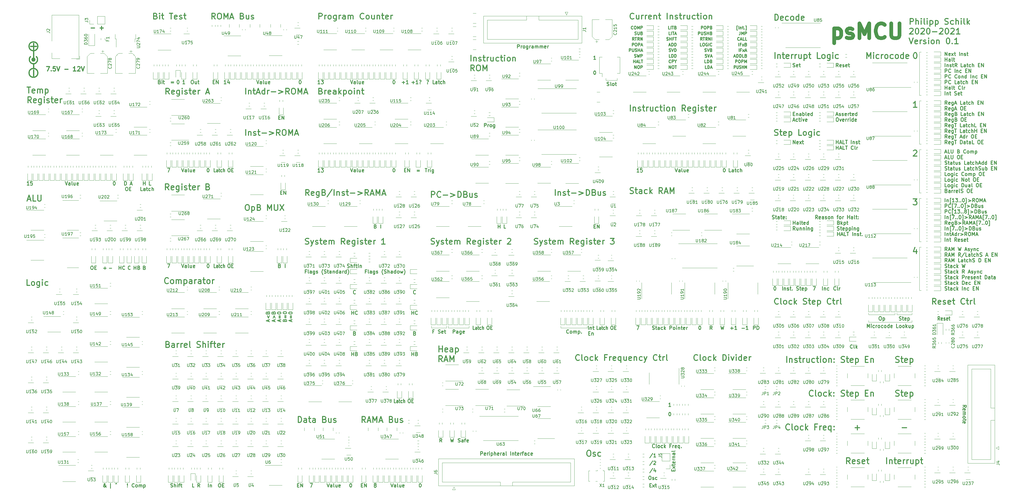
<source format=gbr>
G04 #@! TF.GenerationSoftware,KiCad,Pcbnew,(5.1.9)-1*
G04 #@! TF.CreationDate,2021-03-30T20:53:22+02:00*
G04 #@! TF.ProjectId,psMCU,70734d43-552e-46b6-9963-61645f706362,v0.1*
G04 #@! TF.SameCoordinates,Original*
G04 #@! TF.FileFunction,Legend,Top*
G04 #@! TF.FilePolarity,Positive*
%FSLAX46Y46*%
G04 Gerber Fmt 4.6, Leading zero omitted, Abs format (unit mm)*
G04 Created by KiCad (PCBNEW (5.1.9)-1) date 2021-03-30 20:53:22*
%MOMM*%
%LPD*%
G01*
G04 APERTURE LIST*
%ADD10C,0.300000*%
%ADD11C,0.250000*%
%ADD12C,0.120000*%
%ADD13C,1.250000*%
%ADD14C,0.225000*%
%ADD15C,0.400000*%
%ADD16C,0.100000*%
%ADD17C,0.150000*%
G04 APERTURE END LIST*
D10*
X217206190Y-116474761D02*
X217206190Y-114474761D01*
X218158571Y-115141428D02*
X218158571Y-116474761D01*
X218158571Y-115331904D02*
X218253809Y-115236666D01*
X218444285Y-115141428D01*
X218730000Y-115141428D01*
X218920476Y-115236666D01*
X219015714Y-115427142D01*
X219015714Y-116474761D01*
X219872857Y-116379523D02*
X220063333Y-116474761D01*
X220444285Y-116474761D01*
X220634761Y-116379523D01*
X220730000Y-116189047D01*
X220730000Y-116093809D01*
X220634761Y-115903333D01*
X220444285Y-115808095D01*
X220158571Y-115808095D01*
X219968095Y-115712857D01*
X219872857Y-115522380D01*
X219872857Y-115427142D01*
X219968095Y-115236666D01*
X220158571Y-115141428D01*
X220444285Y-115141428D01*
X220634761Y-115236666D01*
X221301428Y-115141428D02*
X222063333Y-115141428D01*
X221587142Y-114474761D02*
X221587142Y-116189047D01*
X221682380Y-116379523D01*
X221872857Y-116474761D01*
X222063333Y-116474761D01*
X222730000Y-115712857D02*
X224253809Y-115712857D01*
X225206190Y-115141428D02*
X226730000Y-115712857D01*
X225206190Y-116284285D01*
X227682380Y-116474761D02*
X227682380Y-114474761D01*
X228158571Y-114474761D01*
X228444285Y-114570000D01*
X228634761Y-114760476D01*
X228730000Y-114950952D01*
X228825238Y-115331904D01*
X228825238Y-115617619D01*
X228730000Y-115998571D01*
X228634761Y-116189047D01*
X228444285Y-116379523D01*
X228158571Y-116474761D01*
X227682380Y-116474761D01*
X230349047Y-115427142D02*
X230634761Y-115522380D01*
X230730000Y-115617619D01*
X230825238Y-115808095D01*
X230825238Y-116093809D01*
X230730000Y-116284285D01*
X230634761Y-116379523D01*
X230444285Y-116474761D01*
X229682380Y-116474761D01*
X229682380Y-114474761D01*
X230349047Y-114474761D01*
X230539523Y-114570000D01*
X230634761Y-114665238D01*
X230730000Y-114855714D01*
X230730000Y-115046190D01*
X230634761Y-115236666D01*
X230539523Y-115331904D01*
X230349047Y-115427142D01*
X229682380Y-115427142D01*
X232539523Y-115141428D02*
X232539523Y-116474761D01*
X231682380Y-115141428D02*
X231682380Y-116189047D01*
X231777619Y-116379523D01*
X231968095Y-116474761D01*
X232253809Y-116474761D01*
X232444285Y-116379523D01*
X232539523Y-116284285D01*
X233396666Y-116379523D02*
X233587142Y-116474761D01*
X233968095Y-116474761D01*
X234158571Y-116379523D01*
X234253809Y-116189047D01*
X234253809Y-116093809D01*
X234158571Y-115903333D01*
X233968095Y-115808095D01*
X233682380Y-115808095D01*
X233491904Y-115712857D01*
X233396666Y-115522380D01*
X233396666Y-115427142D01*
X233491904Y-115236666D01*
X233682380Y-115141428D01*
X233968095Y-115141428D01*
X234158571Y-115236666D01*
D11*
X176085714Y-162474285D02*
X175685714Y-162474285D01*
X175685714Y-163102857D02*
X175685714Y-161902857D01*
X176257142Y-161902857D01*
X177571428Y-163045714D02*
X177742857Y-163102857D01*
X178028571Y-163102857D01*
X178142857Y-163045714D01*
X178200000Y-162988571D01*
X178257142Y-162874285D01*
X178257142Y-162760000D01*
X178200000Y-162645714D01*
X178142857Y-162588571D01*
X178028571Y-162531428D01*
X177800000Y-162474285D01*
X177685714Y-162417142D01*
X177628571Y-162360000D01*
X177571428Y-162245714D01*
X177571428Y-162131428D01*
X177628571Y-162017142D01*
X177685714Y-161960000D01*
X177800000Y-161902857D01*
X178085714Y-161902857D01*
X178257142Y-161960000D01*
X179228571Y-163045714D02*
X179114285Y-163102857D01*
X178885714Y-163102857D01*
X178771428Y-163045714D01*
X178714285Y-162931428D01*
X178714285Y-162474285D01*
X178771428Y-162360000D01*
X178885714Y-162302857D01*
X179114285Y-162302857D01*
X179228571Y-162360000D01*
X179285714Y-162474285D01*
X179285714Y-162588571D01*
X178714285Y-162702857D01*
X179628571Y-162302857D02*
X180085714Y-162302857D01*
X179800000Y-161902857D02*
X179800000Y-162931428D01*
X179857142Y-163045714D01*
X179971428Y-163102857D01*
X180085714Y-163102857D01*
X123574285Y-90084285D02*
X123974285Y-90084285D01*
X124145714Y-90712857D02*
X123574285Y-90712857D01*
X123574285Y-89512857D01*
X124145714Y-89512857D01*
X124660000Y-90712857D02*
X124660000Y-89512857D01*
X125345714Y-90712857D01*
X125345714Y-89512857D01*
X197777142Y-127542857D02*
X197777142Y-126342857D01*
X197777142Y-126914285D02*
X198462857Y-126914285D01*
X198462857Y-127542857D02*
X198462857Y-126342857D01*
X200396428Y-127542857D02*
X199825000Y-127542857D01*
X199825000Y-126342857D01*
X158115000Y-127542857D02*
X158115000Y-126342857D01*
X156295714Y-126914285D02*
X156467142Y-126971428D01*
X156524285Y-127028571D01*
X156581428Y-127142857D01*
X156581428Y-127314285D01*
X156524285Y-127428571D01*
X156467142Y-127485714D01*
X156352857Y-127542857D01*
X155895714Y-127542857D01*
X155895714Y-126342857D01*
X156295714Y-126342857D01*
X156410000Y-126400000D01*
X156467142Y-126457142D01*
X156524285Y-126571428D01*
X156524285Y-126685714D01*
X156467142Y-126800000D01*
X156410000Y-126857142D01*
X156295714Y-126914285D01*
X155895714Y-126914285D01*
X230254285Y-126914285D02*
X230654285Y-126914285D01*
X230825714Y-127542857D02*
X230254285Y-127542857D01*
X230254285Y-126342857D01*
X230825714Y-126342857D01*
X231340000Y-127542857D02*
X231340000Y-126342857D01*
X232025714Y-127542857D01*
X232025714Y-126342857D01*
X125730000Y-140877857D02*
X125730000Y-139677857D01*
X123910714Y-140249285D02*
X124082142Y-140306428D01*
X124139285Y-140363571D01*
X124196428Y-140477857D01*
X124196428Y-140649285D01*
X124139285Y-140763571D01*
X124082142Y-140820714D01*
X123967857Y-140877857D01*
X123510714Y-140877857D01*
X123510714Y-139677857D01*
X123910714Y-139677857D01*
X124025000Y-139735000D01*
X124082142Y-139792142D01*
X124139285Y-139906428D01*
X124139285Y-140020714D01*
X124082142Y-140135000D01*
X124025000Y-140192142D01*
X123910714Y-140249285D01*
X123510714Y-140249285D01*
D10*
X339348333Y-134826428D02*
X339348333Y-136159761D01*
X338872142Y-134064523D02*
X338395952Y-135493095D01*
X339634047Y-135493095D01*
X338300714Y-117649761D02*
X339538809Y-117649761D01*
X338872142Y-118411666D01*
X339157857Y-118411666D01*
X339348333Y-118506904D01*
X339443571Y-118602142D01*
X339538809Y-118792619D01*
X339538809Y-119268809D01*
X339443571Y-119459285D01*
X339348333Y-119554523D01*
X339157857Y-119649761D01*
X338586428Y-119649761D01*
X338395952Y-119554523D01*
X338300714Y-119459285D01*
X338395952Y-101330238D02*
X338491190Y-101235000D01*
X338681666Y-101139761D01*
X339157857Y-101139761D01*
X339348333Y-101235000D01*
X339443571Y-101330238D01*
X339538809Y-101520714D01*
X339538809Y-101711190D01*
X339443571Y-101996904D01*
X338300714Y-103139761D01*
X339538809Y-103139761D01*
X338872142Y-68119761D02*
X339062619Y-68119761D01*
X339253095Y-68215000D01*
X339348333Y-68310238D01*
X339443571Y-68500714D01*
X339538809Y-68881666D01*
X339538809Y-69357857D01*
X339443571Y-69738809D01*
X339348333Y-69929285D01*
X339253095Y-70024523D01*
X339062619Y-70119761D01*
X338872142Y-70119761D01*
X338681666Y-70024523D01*
X338586428Y-69929285D01*
X338491190Y-69738809D01*
X338395952Y-69357857D01*
X338395952Y-68881666D01*
X338491190Y-68500714D01*
X338586428Y-68310238D01*
X338681666Y-68215000D01*
X338872142Y-68119761D01*
D11*
X322688928Y-161197857D02*
X322688928Y-159997857D01*
X323088928Y-160855000D01*
X323488928Y-159997857D01*
X323488928Y-161197857D01*
X324060357Y-161197857D02*
X324060357Y-160397857D01*
X324060357Y-159997857D02*
X324003214Y-160055000D01*
X324060357Y-160112142D01*
X324117500Y-160055000D01*
X324060357Y-159997857D01*
X324060357Y-160112142D01*
X325146071Y-161140714D02*
X325031785Y-161197857D01*
X324803214Y-161197857D01*
X324688928Y-161140714D01*
X324631785Y-161083571D01*
X324574642Y-160969285D01*
X324574642Y-160626428D01*
X324631785Y-160512142D01*
X324688928Y-160455000D01*
X324803214Y-160397857D01*
X325031785Y-160397857D01*
X325146071Y-160455000D01*
X325660357Y-161197857D02*
X325660357Y-160397857D01*
X325660357Y-160626428D02*
X325717500Y-160512142D01*
X325774642Y-160455000D01*
X325888928Y-160397857D01*
X326003214Y-160397857D01*
X326574642Y-161197857D02*
X326460357Y-161140714D01*
X326403214Y-161083571D01*
X326346071Y-160969285D01*
X326346071Y-160626428D01*
X326403214Y-160512142D01*
X326460357Y-160455000D01*
X326574642Y-160397857D01*
X326746071Y-160397857D01*
X326860357Y-160455000D01*
X326917500Y-160512142D01*
X326974642Y-160626428D01*
X326974642Y-160969285D01*
X326917500Y-161083571D01*
X326860357Y-161140714D01*
X326746071Y-161197857D01*
X326574642Y-161197857D01*
X328003214Y-161140714D02*
X327888928Y-161197857D01*
X327660357Y-161197857D01*
X327546071Y-161140714D01*
X327488928Y-161083571D01*
X327431785Y-160969285D01*
X327431785Y-160626428D01*
X327488928Y-160512142D01*
X327546071Y-160455000D01*
X327660357Y-160397857D01*
X327888928Y-160397857D01*
X328003214Y-160455000D01*
X328688928Y-161197857D02*
X328574642Y-161140714D01*
X328517500Y-161083571D01*
X328460357Y-160969285D01*
X328460357Y-160626428D01*
X328517500Y-160512142D01*
X328574642Y-160455000D01*
X328688928Y-160397857D01*
X328860357Y-160397857D01*
X328974642Y-160455000D01*
X329031785Y-160512142D01*
X329088928Y-160626428D01*
X329088928Y-160969285D01*
X329031785Y-161083571D01*
X328974642Y-161140714D01*
X328860357Y-161197857D01*
X328688928Y-161197857D01*
X330117500Y-161197857D02*
X330117500Y-159997857D01*
X330117500Y-161140714D02*
X330003214Y-161197857D01*
X329774642Y-161197857D01*
X329660357Y-161140714D01*
X329603214Y-161083571D01*
X329546071Y-160969285D01*
X329546071Y-160626428D01*
X329603214Y-160512142D01*
X329660357Y-160455000D01*
X329774642Y-160397857D01*
X330003214Y-160397857D01*
X330117500Y-160455000D01*
X331146071Y-161140714D02*
X331031785Y-161197857D01*
X330803214Y-161197857D01*
X330688928Y-161140714D01*
X330631785Y-161026428D01*
X330631785Y-160569285D01*
X330688928Y-160455000D01*
X330803214Y-160397857D01*
X331031785Y-160397857D01*
X331146071Y-160455000D01*
X331203214Y-160569285D01*
X331203214Y-160683571D01*
X330631785Y-160797857D01*
X333203214Y-161197857D02*
X332631785Y-161197857D01*
X332631785Y-159997857D01*
X333774642Y-161197857D02*
X333660357Y-161140714D01*
X333603214Y-161083571D01*
X333546071Y-160969285D01*
X333546071Y-160626428D01*
X333603214Y-160512142D01*
X333660357Y-160455000D01*
X333774642Y-160397857D01*
X333946071Y-160397857D01*
X334060357Y-160455000D01*
X334117500Y-160512142D01*
X334174642Y-160626428D01*
X334174642Y-160969285D01*
X334117500Y-161083571D01*
X334060357Y-161140714D01*
X333946071Y-161197857D01*
X333774642Y-161197857D01*
X334860357Y-161197857D02*
X334746071Y-161140714D01*
X334688928Y-161083571D01*
X334631785Y-160969285D01*
X334631785Y-160626428D01*
X334688928Y-160512142D01*
X334746071Y-160455000D01*
X334860357Y-160397857D01*
X335031785Y-160397857D01*
X335146071Y-160455000D01*
X335203214Y-160512142D01*
X335260357Y-160626428D01*
X335260357Y-160969285D01*
X335203214Y-161083571D01*
X335146071Y-161140714D01*
X335031785Y-161197857D01*
X334860357Y-161197857D01*
X335774642Y-161197857D02*
X335774642Y-159997857D01*
X335888928Y-160740714D02*
X336231785Y-161197857D01*
X336231785Y-160397857D02*
X335774642Y-160855000D01*
X337260357Y-160397857D02*
X337260357Y-161197857D01*
X336746071Y-160397857D02*
X336746071Y-161026428D01*
X336803214Y-161140714D01*
X336917500Y-161197857D01*
X337088928Y-161197857D01*
X337203214Y-161140714D01*
X337260357Y-161083571D01*
X337831785Y-160397857D02*
X337831785Y-161597857D01*
X337831785Y-160455000D02*
X337946071Y-160397857D01*
X338174642Y-160397857D01*
X338288928Y-160455000D01*
X338346071Y-160512142D01*
X338403214Y-160626428D01*
X338403214Y-160969285D01*
X338346071Y-161083571D01*
X338288928Y-161140714D01*
X338174642Y-161197857D01*
X337946071Y-161197857D01*
X337831785Y-161140714D01*
D12*
X337820000Y-159385000D02*
X337820000Y-158750000D01*
X323215000Y-159385000D02*
X337820000Y-159385000D01*
X323215000Y-158750000D02*
X323215000Y-159385000D01*
D10*
X339538809Y-86629761D02*
X338395952Y-86629761D01*
X338967380Y-86629761D02*
X338967380Y-84629761D01*
X338776904Y-84915476D01*
X338586428Y-85105952D01*
X338395952Y-85201190D01*
X337221190Y-58564761D02*
X337221190Y-56564761D01*
X337983095Y-56564761D01*
X338173571Y-56660000D01*
X338268809Y-56755238D01*
X338364047Y-56945714D01*
X338364047Y-57231428D01*
X338268809Y-57421904D01*
X338173571Y-57517142D01*
X337983095Y-57612380D01*
X337221190Y-57612380D01*
X339221190Y-58564761D02*
X339221190Y-56564761D01*
X340078333Y-58564761D02*
X340078333Y-57517142D01*
X339983095Y-57326666D01*
X339792619Y-57231428D01*
X339506904Y-57231428D01*
X339316428Y-57326666D01*
X339221190Y-57421904D01*
X341030714Y-58564761D02*
X341030714Y-57231428D01*
X341030714Y-56564761D02*
X340935476Y-56660000D01*
X341030714Y-56755238D01*
X341125952Y-56660000D01*
X341030714Y-56564761D01*
X341030714Y-56755238D01*
X342268809Y-58564761D02*
X342078333Y-58469523D01*
X341983095Y-58279047D01*
X341983095Y-56564761D01*
X343030714Y-58564761D02*
X343030714Y-57231428D01*
X343030714Y-56564761D02*
X342935476Y-56660000D01*
X343030714Y-56755238D01*
X343125952Y-56660000D01*
X343030714Y-56564761D01*
X343030714Y-56755238D01*
X343983095Y-57231428D02*
X343983095Y-59231428D01*
X343983095Y-57326666D02*
X344173571Y-57231428D01*
X344554523Y-57231428D01*
X344745000Y-57326666D01*
X344840238Y-57421904D01*
X344935476Y-57612380D01*
X344935476Y-58183809D01*
X344840238Y-58374285D01*
X344745000Y-58469523D01*
X344554523Y-58564761D01*
X344173571Y-58564761D01*
X343983095Y-58469523D01*
X345792619Y-57231428D02*
X345792619Y-59231428D01*
X345792619Y-57326666D02*
X345983095Y-57231428D01*
X346364047Y-57231428D01*
X346554523Y-57326666D01*
X346649761Y-57421904D01*
X346745000Y-57612380D01*
X346745000Y-58183809D01*
X346649761Y-58374285D01*
X346554523Y-58469523D01*
X346364047Y-58564761D01*
X345983095Y-58564761D01*
X345792619Y-58469523D01*
X349030714Y-58469523D02*
X349316428Y-58564761D01*
X349792619Y-58564761D01*
X349983095Y-58469523D01*
X350078333Y-58374285D01*
X350173571Y-58183809D01*
X350173571Y-57993333D01*
X350078333Y-57802857D01*
X349983095Y-57707619D01*
X349792619Y-57612380D01*
X349411666Y-57517142D01*
X349221190Y-57421904D01*
X349125952Y-57326666D01*
X349030714Y-57136190D01*
X349030714Y-56945714D01*
X349125952Y-56755238D01*
X349221190Y-56660000D01*
X349411666Y-56564761D01*
X349887857Y-56564761D01*
X350173571Y-56660000D01*
X351887857Y-58469523D02*
X351697380Y-58564761D01*
X351316428Y-58564761D01*
X351125952Y-58469523D01*
X351030714Y-58374285D01*
X350935476Y-58183809D01*
X350935476Y-57612380D01*
X351030714Y-57421904D01*
X351125952Y-57326666D01*
X351316428Y-57231428D01*
X351697380Y-57231428D01*
X351887857Y-57326666D01*
X352745000Y-58564761D02*
X352745000Y-56564761D01*
X353602142Y-58564761D02*
X353602142Y-57517142D01*
X353506904Y-57326666D01*
X353316428Y-57231428D01*
X353030714Y-57231428D01*
X352840238Y-57326666D01*
X352745000Y-57421904D01*
X354554523Y-58564761D02*
X354554523Y-57231428D01*
X354554523Y-56564761D02*
X354459285Y-56660000D01*
X354554523Y-56755238D01*
X354649761Y-56660000D01*
X354554523Y-56564761D01*
X354554523Y-56755238D01*
X355792619Y-58564761D02*
X355602142Y-58469523D01*
X355506904Y-58279047D01*
X355506904Y-56564761D01*
X356554523Y-58564761D02*
X356554523Y-56564761D01*
X356745000Y-57802857D02*
X357316428Y-58564761D01*
X357316428Y-57231428D02*
X356554523Y-57993333D01*
X337125952Y-60055238D02*
X337221190Y-59960000D01*
X337411666Y-59864761D01*
X337887857Y-59864761D01*
X338078333Y-59960000D01*
X338173571Y-60055238D01*
X338268809Y-60245714D01*
X338268809Y-60436190D01*
X338173571Y-60721904D01*
X337030714Y-61864761D01*
X338268809Y-61864761D01*
X339506904Y-59864761D02*
X339697380Y-59864761D01*
X339887857Y-59960000D01*
X339983095Y-60055238D01*
X340078333Y-60245714D01*
X340173571Y-60626666D01*
X340173571Y-61102857D01*
X340078333Y-61483809D01*
X339983095Y-61674285D01*
X339887857Y-61769523D01*
X339697380Y-61864761D01*
X339506904Y-61864761D01*
X339316428Y-61769523D01*
X339221190Y-61674285D01*
X339125952Y-61483809D01*
X339030714Y-61102857D01*
X339030714Y-60626666D01*
X339125952Y-60245714D01*
X339221190Y-60055238D01*
X339316428Y-59960000D01*
X339506904Y-59864761D01*
X340935476Y-60055238D02*
X341030714Y-59960000D01*
X341221190Y-59864761D01*
X341697380Y-59864761D01*
X341887857Y-59960000D01*
X341983095Y-60055238D01*
X342078333Y-60245714D01*
X342078333Y-60436190D01*
X341983095Y-60721904D01*
X340840238Y-61864761D01*
X342078333Y-61864761D01*
X343316428Y-59864761D02*
X343506904Y-59864761D01*
X343697380Y-59960000D01*
X343792619Y-60055238D01*
X343887857Y-60245714D01*
X343983095Y-60626666D01*
X343983095Y-61102857D01*
X343887857Y-61483809D01*
X343792619Y-61674285D01*
X343697380Y-61769523D01*
X343506904Y-61864761D01*
X343316428Y-61864761D01*
X343125952Y-61769523D01*
X343030714Y-61674285D01*
X342935476Y-61483809D01*
X342840238Y-61102857D01*
X342840238Y-60626666D01*
X342935476Y-60245714D01*
X343030714Y-60055238D01*
X343125952Y-59960000D01*
X343316428Y-59864761D01*
X344840238Y-61102857D02*
X346364047Y-61102857D01*
X347221190Y-60055238D02*
X347316428Y-59960000D01*
X347506904Y-59864761D01*
X347983095Y-59864761D01*
X348173571Y-59960000D01*
X348268809Y-60055238D01*
X348364047Y-60245714D01*
X348364047Y-60436190D01*
X348268809Y-60721904D01*
X347125952Y-61864761D01*
X348364047Y-61864761D01*
X349602142Y-59864761D02*
X349792619Y-59864761D01*
X349983095Y-59960000D01*
X350078333Y-60055238D01*
X350173571Y-60245714D01*
X350268809Y-60626666D01*
X350268809Y-61102857D01*
X350173571Y-61483809D01*
X350078333Y-61674285D01*
X349983095Y-61769523D01*
X349792619Y-61864761D01*
X349602142Y-61864761D01*
X349411666Y-61769523D01*
X349316428Y-61674285D01*
X349221190Y-61483809D01*
X349125952Y-61102857D01*
X349125952Y-60626666D01*
X349221190Y-60245714D01*
X349316428Y-60055238D01*
X349411666Y-59960000D01*
X349602142Y-59864761D01*
X351030714Y-60055238D02*
X351125952Y-59960000D01*
X351316428Y-59864761D01*
X351792619Y-59864761D01*
X351983095Y-59960000D01*
X352078333Y-60055238D01*
X352173571Y-60245714D01*
X352173571Y-60436190D01*
X352078333Y-60721904D01*
X350935476Y-61864761D01*
X352173571Y-61864761D01*
X354078333Y-61864761D02*
X352935476Y-61864761D01*
X353506904Y-61864761D02*
X353506904Y-59864761D01*
X353316428Y-60150476D01*
X353125952Y-60340952D01*
X352935476Y-60436190D01*
X336935476Y-63164761D02*
X337602142Y-65164761D01*
X338268809Y-63164761D01*
X339697380Y-65069523D02*
X339506904Y-65164761D01*
X339125952Y-65164761D01*
X338935476Y-65069523D01*
X338840238Y-64879047D01*
X338840238Y-64117142D01*
X338935476Y-63926666D01*
X339125952Y-63831428D01*
X339506904Y-63831428D01*
X339697380Y-63926666D01*
X339792619Y-64117142D01*
X339792619Y-64307619D01*
X338840238Y-64498095D01*
X340649761Y-65164761D02*
X340649761Y-63831428D01*
X340649761Y-64212380D02*
X340745000Y-64021904D01*
X340840238Y-63926666D01*
X341030714Y-63831428D01*
X341221190Y-63831428D01*
X341792619Y-65069523D02*
X341983095Y-65164761D01*
X342364047Y-65164761D01*
X342554523Y-65069523D01*
X342649761Y-64879047D01*
X342649761Y-64783809D01*
X342554523Y-64593333D01*
X342364047Y-64498095D01*
X342078333Y-64498095D01*
X341887857Y-64402857D01*
X341792619Y-64212380D01*
X341792619Y-64117142D01*
X341887857Y-63926666D01*
X342078333Y-63831428D01*
X342364047Y-63831428D01*
X342554523Y-63926666D01*
X343506904Y-65164761D02*
X343506904Y-63831428D01*
X343506904Y-63164761D02*
X343411666Y-63260000D01*
X343506904Y-63355238D01*
X343602142Y-63260000D01*
X343506904Y-63164761D01*
X343506904Y-63355238D01*
X344745000Y-65164761D02*
X344554523Y-65069523D01*
X344459285Y-64974285D01*
X344364047Y-64783809D01*
X344364047Y-64212380D01*
X344459285Y-64021904D01*
X344554523Y-63926666D01*
X344745000Y-63831428D01*
X345030714Y-63831428D01*
X345221190Y-63926666D01*
X345316428Y-64021904D01*
X345411666Y-64212380D01*
X345411666Y-64783809D01*
X345316428Y-64974285D01*
X345221190Y-65069523D01*
X345030714Y-65164761D01*
X344745000Y-65164761D01*
X346268809Y-63831428D02*
X346268809Y-65164761D01*
X346268809Y-64021904D02*
X346364047Y-63926666D01*
X346554523Y-63831428D01*
X346840238Y-63831428D01*
X347030714Y-63926666D01*
X347125952Y-64117142D01*
X347125952Y-65164761D01*
X349983095Y-63164761D02*
X350173571Y-63164761D01*
X350364047Y-63260000D01*
X350459285Y-63355238D01*
X350554523Y-63545714D01*
X350649761Y-63926666D01*
X350649761Y-64402857D01*
X350554523Y-64783809D01*
X350459285Y-64974285D01*
X350364047Y-65069523D01*
X350173571Y-65164761D01*
X349983095Y-65164761D01*
X349792619Y-65069523D01*
X349697380Y-64974285D01*
X349602142Y-64783809D01*
X349506904Y-64402857D01*
X349506904Y-63926666D01*
X349602142Y-63545714D01*
X349697380Y-63355238D01*
X349792619Y-63260000D01*
X349983095Y-63164761D01*
X351506904Y-64974285D02*
X351602142Y-65069523D01*
X351506904Y-65164761D01*
X351411666Y-65069523D01*
X351506904Y-64974285D01*
X351506904Y-65164761D01*
X353506904Y-65164761D02*
X352364047Y-65164761D01*
X352935476Y-65164761D02*
X352935476Y-63164761D01*
X352745000Y-63450476D01*
X352554523Y-63640952D01*
X352364047Y-63736190D01*
D13*
X311508571Y-59888571D02*
X311508571Y-64888571D01*
X311508571Y-60126666D02*
X311984761Y-59888571D01*
X312937142Y-59888571D01*
X313413333Y-60126666D01*
X313651428Y-60364761D01*
X313889523Y-60840952D01*
X313889523Y-62269523D01*
X313651428Y-62745714D01*
X313413333Y-62983809D01*
X312937142Y-63221904D01*
X311984761Y-63221904D01*
X311508571Y-62983809D01*
X315794285Y-62983809D02*
X316270476Y-63221904D01*
X317222857Y-63221904D01*
X317699047Y-62983809D01*
X317937142Y-62507619D01*
X317937142Y-62269523D01*
X317699047Y-61793333D01*
X317222857Y-61555238D01*
X316508571Y-61555238D01*
X316032380Y-61317142D01*
X315794285Y-60840952D01*
X315794285Y-60602857D01*
X316032380Y-60126666D01*
X316508571Y-59888571D01*
X317222857Y-59888571D01*
X317699047Y-60126666D01*
X320080000Y-63221904D02*
X320080000Y-58221904D01*
X321746666Y-61793333D01*
X323413333Y-58221904D01*
X323413333Y-63221904D01*
X328651428Y-62745714D02*
X328413333Y-62983809D01*
X327699047Y-63221904D01*
X327222857Y-63221904D01*
X326508571Y-62983809D01*
X326032380Y-62507619D01*
X325794285Y-62031428D01*
X325556190Y-61079047D01*
X325556190Y-60364761D01*
X325794285Y-59412380D01*
X326032380Y-58936190D01*
X326508571Y-58460000D01*
X327222857Y-58221904D01*
X327699047Y-58221904D01*
X328413333Y-58460000D01*
X328651428Y-58698095D01*
X330794285Y-58221904D02*
X330794285Y-62269523D01*
X331032380Y-62745714D01*
X331270476Y-62983809D01*
X331746666Y-63221904D01*
X332699047Y-63221904D01*
X333175238Y-62983809D01*
X333413333Y-62745714D01*
X333651428Y-62269523D01*
X333651428Y-58221904D01*
D12*
X227965000Y-161290000D02*
X219075000Y-161290000D01*
X227965000Y-161290000D02*
X227965000Y-160655000D01*
X219075000Y-161290000D02*
X219075000Y-160655000D01*
D11*
X228435000Y-163109285D02*
X228835000Y-163109285D01*
X229006428Y-163737857D02*
X228435000Y-163737857D01*
X228435000Y-162537857D01*
X229006428Y-162537857D01*
X229520714Y-162937857D02*
X229520714Y-163737857D01*
X229520714Y-163052142D02*
X229577857Y-162995000D01*
X229692142Y-162937857D01*
X229863571Y-162937857D01*
X229977857Y-162995000D01*
X230035000Y-163109285D01*
X230035000Y-163737857D01*
X228349285Y-161832857D02*
X228349285Y-160632857D01*
X228920714Y-161032857D02*
X228920714Y-161832857D01*
X228920714Y-161147142D02*
X228977857Y-161090000D01*
X229092142Y-161032857D01*
X229263571Y-161032857D01*
X229377857Y-161090000D01*
X229435000Y-161204285D01*
X229435000Y-161832857D01*
X229835000Y-161032857D02*
X230292142Y-161032857D01*
X230006428Y-160632857D02*
X230006428Y-161661428D01*
X230063571Y-161775714D01*
X230177857Y-161832857D01*
X230292142Y-161832857D01*
X221720000Y-162988571D02*
X221662857Y-163045714D01*
X221491428Y-163102857D01*
X221377142Y-163102857D01*
X221205714Y-163045714D01*
X221091428Y-162931428D01*
X221034285Y-162817142D01*
X220977142Y-162588571D01*
X220977142Y-162417142D01*
X221034285Y-162188571D01*
X221091428Y-162074285D01*
X221205714Y-161960000D01*
X221377142Y-161902857D01*
X221491428Y-161902857D01*
X221662857Y-161960000D01*
X221720000Y-162017142D01*
X222405714Y-163102857D02*
X222291428Y-163045714D01*
X222234285Y-162988571D01*
X222177142Y-162874285D01*
X222177142Y-162531428D01*
X222234285Y-162417142D01*
X222291428Y-162360000D01*
X222405714Y-162302857D01*
X222577142Y-162302857D01*
X222691428Y-162360000D01*
X222748571Y-162417142D01*
X222805714Y-162531428D01*
X222805714Y-162874285D01*
X222748571Y-162988571D01*
X222691428Y-163045714D01*
X222577142Y-163102857D01*
X222405714Y-163102857D01*
X223320000Y-163102857D02*
X223320000Y-162302857D01*
X223320000Y-162417142D02*
X223377142Y-162360000D01*
X223491428Y-162302857D01*
X223662857Y-162302857D01*
X223777142Y-162360000D01*
X223834285Y-162474285D01*
X223834285Y-163102857D01*
X223834285Y-162474285D02*
X223891428Y-162360000D01*
X224005714Y-162302857D01*
X224177142Y-162302857D01*
X224291428Y-162360000D01*
X224348571Y-162474285D01*
X224348571Y-163102857D01*
X224920000Y-162302857D02*
X224920000Y-163502857D01*
X224920000Y-162360000D02*
X225034285Y-162302857D01*
X225262857Y-162302857D01*
X225377142Y-162360000D01*
X225434285Y-162417142D01*
X225491428Y-162531428D01*
X225491428Y-162874285D01*
X225434285Y-162988571D01*
X225377142Y-163045714D01*
X225262857Y-163102857D01*
X225034285Y-163102857D01*
X224920000Y-163045714D01*
X226005714Y-162988571D02*
X226062857Y-163045714D01*
X226005714Y-163102857D01*
X225948571Y-163045714D01*
X226005714Y-162988571D01*
X226005714Y-163102857D01*
X231735476Y-161832857D02*
X231259285Y-161832857D01*
X231259285Y-160632857D01*
X232497380Y-161832857D02*
X232497380Y-161204285D01*
X232449761Y-161090000D01*
X232354523Y-161032857D01*
X232164047Y-161032857D01*
X232068809Y-161090000D01*
X232497380Y-161775714D02*
X232402142Y-161832857D01*
X232164047Y-161832857D01*
X232068809Y-161775714D01*
X232021190Y-161661428D01*
X232021190Y-161547142D01*
X232068809Y-161432857D01*
X232164047Y-161375714D01*
X232402142Y-161375714D01*
X232497380Y-161318571D01*
X232830714Y-161032857D02*
X233211666Y-161032857D01*
X232973571Y-160632857D02*
X232973571Y-161661428D01*
X233021190Y-161775714D01*
X233116428Y-161832857D01*
X233211666Y-161832857D01*
X233973571Y-161775714D02*
X233878333Y-161832857D01*
X233687857Y-161832857D01*
X233592619Y-161775714D01*
X233545000Y-161718571D01*
X233497380Y-161604285D01*
X233497380Y-161261428D01*
X233545000Y-161147142D01*
X233592619Y-161090000D01*
X233687857Y-161032857D01*
X233878333Y-161032857D01*
X233973571Y-161090000D01*
X234402142Y-161832857D02*
X234402142Y-160632857D01*
X234830714Y-161832857D02*
X234830714Y-161204285D01*
X234783095Y-161090000D01*
X234687857Y-161032857D01*
X234545000Y-161032857D01*
X234449761Y-161090000D01*
X234402142Y-161147142D01*
X236197857Y-160632857D02*
X236426428Y-160632857D01*
X236540714Y-160690000D01*
X236655000Y-160804285D01*
X236712142Y-161032857D01*
X236712142Y-161432857D01*
X236655000Y-161661428D01*
X236540714Y-161775714D01*
X236426428Y-161832857D01*
X236197857Y-161832857D01*
X236083571Y-161775714D01*
X235969285Y-161661428D01*
X235912142Y-161432857D01*
X235912142Y-161032857D01*
X235969285Y-160804285D01*
X236083571Y-160690000D01*
X236197857Y-160632857D01*
X237226428Y-161204285D02*
X237626428Y-161204285D01*
X237797857Y-161832857D02*
X237226428Y-161832857D01*
X237226428Y-160632857D01*
X237797857Y-160632857D01*
X178806428Y-199932857D02*
X178406428Y-199361428D01*
X178120714Y-199932857D02*
X178120714Y-198732857D01*
X178577857Y-198732857D01*
X178692142Y-198790000D01*
X178749285Y-198847142D01*
X178806428Y-198961428D01*
X178806428Y-199132857D01*
X178749285Y-199247142D01*
X178692142Y-199304285D01*
X178577857Y-199361428D01*
X178120714Y-199361428D01*
X181730714Y-198732857D02*
X182016428Y-199932857D01*
X182245000Y-199075714D01*
X182473571Y-199932857D01*
X182759285Y-198732857D01*
X184312142Y-199875714D02*
X184483571Y-199932857D01*
X184769285Y-199932857D01*
X184883571Y-199875714D01*
X184940714Y-199818571D01*
X184997857Y-199704285D01*
X184997857Y-199590000D01*
X184940714Y-199475714D01*
X184883571Y-199418571D01*
X184769285Y-199361428D01*
X184540714Y-199304285D01*
X184426428Y-199247142D01*
X184369285Y-199190000D01*
X184312142Y-199075714D01*
X184312142Y-198961428D01*
X184369285Y-198847142D01*
X184426428Y-198790000D01*
X184540714Y-198732857D01*
X184826428Y-198732857D01*
X184997857Y-198790000D01*
X186026428Y-199932857D02*
X186026428Y-199304285D01*
X185969285Y-199190000D01*
X185855000Y-199132857D01*
X185626428Y-199132857D01*
X185512142Y-199190000D01*
X186026428Y-199875714D02*
X185912142Y-199932857D01*
X185626428Y-199932857D01*
X185512142Y-199875714D01*
X185455000Y-199761428D01*
X185455000Y-199647142D01*
X185512142Y-199532857D01*
X185626428Y-199475714D01*
X185912142Y-199475714D01*
X186026428Y-199418571D01*
X186426428Y-199132857D02*
X186883571Y-199132857D01*
X186597857Y-199932857D02*
X186597857Y-198904285D01*
X186655000Y-198790000D01*
X186769285Y-198732857D01*
X186883571Y-198732857D01*
X187740714Y-199875714D02*
X187626428Y-199932857D01*
X187397857Y-199932857D01*
X187283571Y-199875714D01*
X187226428Y-199761428D01*
X187226428Y-199304285D01*
X187283571Y-199190000D01*
X187397857Y-199132857D01*
X187626428Y-199132857D01*
X187740714Y-199190000D01*
X187797857Y-199304285D01*
X187797857Y-199418571D01*
X187226428Y-199532857D01*
D10*
X133894047Y-116474761D02*
X133227380Y-115522380D01*
X132751190Y-116474761D02*
X132751190Y-114474761D01*
X133513095Y-114474761D01*
X133703571Y-114570000D01*
X133798809Y-114665238D01*
X133894047Y-114855714D01*
X133894047Y-115141428D01*
X133798809Y-115331904D01*
X133703571Y-115427142D01*
X133513095Y-115522380D01*
X132751190Y-115522380D01*
X135513095Y-116379523D02*
X135322619Y-116474761D01*
X134941666Y-116474761D01*
X134751190Y-116379523D01*
X134655952Y-116189047D01*
X134655952Y-115427142D01*
X134751190Y-115236666D01*
X134941666Y-115141428D01*
X135322619Y-115141428D01*
X135513095Y-115236666D01*
X135608333Y-115427142D01*
X135608333Y-115617619D01*
X134655952Y-115808095D01*
X137322619Y-115141428D02*
X137322619Y-116760476D01*
X137227380Y-116950952D01*
X137132142Y-117046190D01*
X136941666Y-117141428D01*
X136655952Y-117141428D01*
X136465476Y-117046190D01*
X137322619Y-116379523D02*
X137132142Y-116474761D01*
X136751190Y-116474761D01*
X136560714Y-116379523D01*
X136465476Y-116284285D01*
X136370238Y-116093809D01*
X136370238Y-115522380D01*
X136465476Y-115331904D01*
X136560714Y-115236666D01*
X136751190Y-115141428D01*
X137132142Y-115141428D01*
X137322619Y-115236666D01*
X138941666Y-115427142D02*
X139227380Y-115522380D01*
X139322619Y-115617619D01*
X139417857Y-115808095D01*
X139417857Y-116093809D01*
X139322619Y-116284285D01*
X139227380Y-116379523D01*
X139036904Y-116474761D01*
X138275000Y-116474761D01*
X138275000Y-114474761D01*
X138941666Y-114474761D01*
X139132142Y-114570000D01*
X139227380Y-114665238D01*
X139322619Y-114855714D01*
X139322619Y-115046190D01*
X139227380Y-115236666D01*
X139132142Y-115331904D01*
X138941666Y-115427142D01*
X138275000Y-115427142D01*
X141703571Y-114379523D02*
X139989285Y-116950952D01*
X142370238Y-116474761D02*
X142370238Y-114474761D01*
X143322619Y-115141428D02*
X143322619Y-116474761D01*
X143322619Y-115331904D02*
X143417857Y-115236666D01*
X143608333Y-115141428D01*
X143894047Y-115141428D01*
X144084523Y-115236666D01*
X144179761Y-115427142D01*
X144179761Y-116474761D01*
X145036904Y-116379523D02*
X145227380Y-116474761D01*
X145608333Y-116474761D01*
X145798809Y-116379523D01*
X145894047Y-116189047D01*
X145894047Y-116093809D01*
X145798809Y-115903333D01*
X145608333Y-115808095D01*
X145322619Y-115808095D01*
X145132142Y-115712857D01*
X145036904Y-115522380D01*
X145036904Y-115427142D01*
X145132142Y-115236666D01*
X145322619Y-115141428D01*
X145608333Y-115141428D01*
X145798809Y-115236666D01*
X146465476Y-115141428D02*
X147227380Y-115141428D01*
X146751190Y-114474761D02*
X146751190Y-116189047D01*
X146846428Y-116379523D01*
X147036904Y-116474761D01*
X147227380Y-116474761D01*
X147894047Y-115712857D02*
X149417857Y-115712857D01*
X150370238Y-115141428D02*
X151894047Y-115712857D01*
X150370238Y-116284285D01*
X153989285Y-116474761D02*
X153322619Y-115522380D01*
X152846428Y-116474761D02*
X152846428Y-114474761D01*
X153608333Y-114474761D01*
X153798809Y-114570000D01*
X153894047Y-114665238D01*
X153989285Y-114855714D01*
X153989285Y-115141428D01*
X153894047Y-115331904D01*
X153798809Y-115427142D01*
X153608333Y-115522380D01*
X152846428Y-115522380D01*
X154751190Y-115903333D02*
X155703571Y-115903333D01*
X154560714Y-116474761D02*
X155227380Y-114474761D01*
X155894047Y-116474761D01*
X156560714Y-116474761D02*
X156560714Y-114474761D01*
X157227380Y-115903333D01*
X157894047Y-114474761D01*
X157894047Y-116474761D01*
X158751190Y-115903333D02*
X159703571Y-115903333D01*
X158560714Y-116474761D02*
X159227380Y-114474761D01*
X159894047Y-116474761D01*
X112812142Y-119554761D02*
X113193095Y-119554761D01*
X113383571Y-119650000D01*
X113574047Y-119840476D01*
X113669285Y-120221428D01*
X113669285Y-120888095D01*
X113574047Y-121269047D01*
X113383571Y-121459523D01*
X113193095Y-121554761D01*
X112812142Y-121554761D01*
X112621666Y-121459523D01*
X112431190Y-121269047D01*
X112335952Y-120888095D01*
X112335952Y-120221428D01*
X112431190Y-119840476D01*
X112621666Y-119650000D01*
X112812142Y-119554761D01*
X114526428Y-120221428D02*
X114526428Y-122221428D01*
X114526428Y-120316666D02*
X114716904Y-120221428D01*
X115097857Y-120221428D01*
X115288333Y-120316666D01*
X115383571Y-120411904D01*
X115478809Y-120602380D01*
X115478809Y-121173809D01*
X115383571Y-121364285D01*
X115288333Y-121459523D01*
X115097857Y-121554761D01*
X114716904Y-121554761D01*
X114526428Y-121459523D01*
X117002619Y-120507142D02*
X117288333Y-120602380D01*
X117383571Y-120697619D01*
X117478809Y-120888095D01*
X117478809Y-121173809D01*
X117383571Y-121364285D01*
X117288333Y-121459523D01*
X117097857Y-121554761D01*
X116335952Y-121554761D01*
X116335952Y-119554761D01*
X117002619Y-119554761D01*
X117193095Y-119650000D01*
X117288333Y-119745238D01*
X117383571Y-119935714D01*
X117383571Y-120126190D01*
X117288333Y-120316666D01*
X117193095Y-120411904D01*
X117002619Y-120507142D01*
X116335952Y-120507142D01*
X119859761Y-121554761D02*
X119859761Y-119554761D01*
X120526428Y-120983333D01*
X121193095Y-119554761D01*
X121193095Y-121554761D01*
X122145476Y-119554761D02*
X122145476Y-121173809D01*
X122240714Y-121364285D01*
X122335952Y-121459523D01*
X122526428Y-121554761D01*
X122907380Y-121554761D01*
X123097857Y-121459523D01*
X123193095Y-121364285D01*
X123288333Y-121173809D01*
X123288333Y-119554761D01*
X124050238Y-119554761D02*
X125383571Y-121554761D01*
X125383571Y-119554761D02*
X124050238Y-121554761D01*
X175296190Y-117109761D02*
X175296190Y-115109761D01*
X176058095Y-115109761D01*
X176248571Y-115205000D01*
X176343809Y-115300238D01*
X176439047Y-115490714D01*
X176439047Y-115776428D01*
X176343809Y-115966904D01*
X176248571Y-116062142D01*
X176058095Y-116157380D01*
X175296190Y-116157380D01*
X178439047Y-116919285D02*
X178343809Y-117014523D01*
X178058095Y-117109761D01*
X177867619Y-117109761D01*
X177581904Y-117014523D01*
X177391428Y-116824047D01*
X177296190Y-116633571D01*
X177200952Y-116252619D01*
X177200952Y-115966904D01*
X177296190Y-115585952D01*
X177391428Y-115395476D01*
X177581904Y-115205000D01*
X177867619Y-115109761D01*
X178058095Y-115109761D01*
X178343809Y-115205000D01*
X178439047Y-115300238D01*
X179296190Y-116347857D02*
X180820000Y-116347857D01*
X181772380Y-115776428D02*
X183296190Y-116347857D01*
X181772380Y-116919285D01*
X184248571Y-117109761D02*
X184248571Y-115109761D01*
X184724761Y-115109761D01*
X185010476Y-115205000D01*
X185200952Y-115395476D01*
X185296190Y-115585952D01*
X185391428Y-115966904D01*
X185391428Y-116252619D01*
X185296190Y-116633571D01*
X185200952Y-116824047D01*
X185010476Y-117014523D01*
X184724761Y-117109761D01*
X184248571Y-117109761D01*
X186915238Y-116062142D02*
X187200952Y-116157380D01*
X187296190Y-116252619D01*
X187391428Y-116443095D01*
X187391428Y-116728809D01*
X187296190Y-116919285D01*
X187200952Y-117014523D01*
X187010476Y-117109761D01*
X186248571Y-117109761D01*
X186248571Y-115109761D01*
X186915238Y-115109761D01*
X187105714Y-115205000D01*
X187200952Y-115300238D01*
X187296190Y-115490714D01*
X187296190Y-115681190D01*
X187200952Y-115871666D01*
X187105714Y-115966904D01*
X186915238Y-116062142D01*
X186248571Y-116062142D01*
X189105714Y-115776428D02*
X189105714Y-117109761D01*
X188248571Y-115776428D02*
X188248571Y-116824047D01*
X188343809Y-117014523D01*
X188534285Y-117109761D01*
X188820000Y-117109761D01*
X189010476Y-117014523D01*
X189105714Y-116919285D01*
X189962857Y-117014523D02*
X190153333Y-117109761D01*
X190534285Y-117109761D01*
X190724761Y-117014523D01*
X190820000Y-116824047D01*
X190820000Y-116728809D01*
X190724761Y-116538333D01*
X190534285Y-116443095D01*
X190248571Y-116443095D01*
X190058095Y-116347857D01*
X189962857Y-116157380D01*
X189962857Y-116062142D01*
X190058095Y-115871666D01*
X190248571Y-115776428D01*
X190534285Y-115776428D01*
X190724761Y-115871666D01*
D11*
X124209285Y-115484285D02*
X124609285Y-115484285D01*
X124780714Y-116112857D02*
X124209285Y-116112857D01*
X124209285Y-114912857D01*
X124780714Y-114912857D01*
X125295000Y-116112857D02*
X125295000Y-114912857D01*
X125980714Y-116112857D01*
X125980714Y-114912857D01*
D10*
X112431190Y-96154761D02*
X112431190Y-94154761D01*
X113383571Y-94821428D02*
X113383571Y-96154761D01*
X113383571Y-95011904D02*
X113478809Y-94916666D01*
X113669285Y-94821428D01*
X113955000Y-94821428D01*
X114145476Y-94916666D01*
X114240714Y-95107142D01*
X114240714Y-96154761D01*
X115097857Y-96059523D02*
X115288333Y-96154761D01*
X115669285Y-96154761D01*
X115859761Y-96059523D01*
X115955000Y-95869047D01*
X115955000Y-95773809D01*
X115859761Y-95583333D01*
X115669285Y-95488095D01*
X115383571Y-95488095D01*
X115193095Y-95392857D01*
X115097857Y-95202380D01*
X115097857Y-95107142D01*
X115193095Y-94916666D01*
X115383571Y-94821428D01*
X115669285Y-94821428D01*
X115859761Y-94916666D01*
X116526428Y-94821428D02*
X117288333Y-94821428D01*
X116812142Y-94154761D02*
X116812142Y-95869047D01*
X116907380Y-96059523D01*
X117097857Y-96154761D01*
X117288333Y-96154761D01*
X117955000Y-95392857D02*
X119478809Y-95392857D01*
X120431190Y-94821428D02*
X121955000Y-95392857D01*
X120431190Y-95964285D01*
X124050238Y-96154761D02*
X123383571Y-95202380D01*
X122907380Y-96154761D02*
X122907380Y-94154761D01*
X123669285Y-94154761D01*
X123859761Y-94250000D01*
X123955000Y-94345238D01*
X124050238Y-94535714D01*
X124050238Y-94821428D01*
X123955000Y-95011904D01*
X123859761Y-95107142D01*
X123669285Y-95202380D01*
X122907380Y-95202380D01*
X125288333Y-94154761D02*
X125669285Y-94154761D01*
X125859761Y-94250000D01*
X126050238Y-94440476D01*
X126145476Y-94821428D01*
X126145476Y-95488095D01*
X126050238Y-95869047D01*
X125859761Y-96059523D01*
X125669285Y-96154761D01*
X125288333Y-96154761D01*
X125097857Y-96059523D01*
X124907380Y-95869047D01*
X124812142Y-95488095D01*
X124812142Y-94821428D01*
X124907380Y-94440476D01*
X125097857Y-94250000D01*
X125288333Y-94154761D01*
X127002619Y-96154761D02*
X127002619Y-94154761D01*
X127669285Y-95583333D01*
X128335952Y-94154761D01*
X128335952Y-96154761D01*
X129193095Y-95583333D02*
X130145476Y-95583333D01*
X129002619Y-96154761D02*
X129669285Y-94154761D01*
X130335952Y-96154761D01*
D11*
X72050357Y-113642857D02*
X72278928Y-113642857D01*
X72393214Y-113700000D01*
X72507500Y-113814285D01*
X72564642Y-114042857D01*
X72564642Y-114442857D01*
X72507500Y-114671428D01*
X72393214Y-114785714D01*
X72278928Y-114842857D01*
X72050357Y-114842857D01*
X71936071Y-114785714D01*
X71821785Y-114671428D01*
X71764642Y-114442857D01*
X71764642Y-114042857D01*
X71821785Y-113814285D01*
X71936071Y-113700000D01*
X72050357Y-113642857D01*
X73078928Y-114214285D02*
X73478928Y-114214285D01*
X73650357Y-114842857D02*
X73078928Y-114842857D01*
X73078928Y-113642857D01*
X73650357Y-113642857D01*
X77486071Y-114842857D02*
X76914642Y-114842857D01*
X76914642Y-113642857D01*
X78400357Y-114842857D02*
X78400357Y-114214285D01*
X78343214Y-114100000D01*
X78228928Y-114042857D01*
X78000357Y-114042857D01*
X77886071Y-114100000D01*
X78400357Y-114785714D02*
X78286071Y-114842857D01*
X78000357Y-114842857D01*
X77886071Y-114785714D01*
X77828928Y-114671428D01*
X77828928Y-114557142D01*
X77886071Y-114442857D01*
X78000357Y-114385714D01*
X78286071Y-114385714D01*
X78400357Y-114328571D01*
X78800357Y-114042857D02*
X79257500Y-114042857D01*
X78971785Y-113642857D02*
X78971785Y-114671428D01*
X79028928Y-114785714D01*
X79143214Y-114842857D01*
X79257500Y-114842857D01*
X80171785Y-114785714D02*
X80057500Y-114842857D01*
X79828928Y-114842857D01*
X79714642Y-114785714D01*
X79657500Y-114728571D01*
X79600357Y-114614285D01*
X79600357Y-114271428D01*
X79657500Y-114157142D01*
X79714642Y-114100000D01*
X79828928Y-114042857D01*
X80057500Y-114042857D01*
X80171785Y-114100000D01*
X80686071Y-114842857D02*
X80686071Y-113642857D01*
X81200357Y-114842857D02*
X81200357Y-114214285D01*
X81143214Y-114100000D01*
X81028928Y-114042857D01*
X80857500Y-114042857D01*
X80743214Y-114100000D01*
X80686071Y-114157142D01*
X80381428Y-112937857D02*
X79810000Y-112937857D01*
X79810000Y-111737857D01*
X77762142Y-112937857D02*
X77762142Y-111737857D01*
X77762142Y-112309285D02*
X78447857Y-112309285D01*
X78447857Y-112937857D02*
X78447857Y-111737857D01*
X73374285Y-112595000D02*
X73945714Y-112595000D01*
X73260000Y-112937857D02*
X73660000Y-111737857D01*
X74060000Y-112937857D01*
X71440714Y-112937857D02*
X71440714Y-111737857D01*
X71726428Y-111737857D01*
X71897857Y-111795000D01*
X72012142Y-111909285D01*
X72069285Y-112023571D01*
X72126428Y-112252142D01*
X72126428Y-112423571D01*
X72069285Y-112652142D01*
X72012142Y-112766428D01*
X71897857Y-112880714D01*
X71726428Y-112937857D01*
X71440714Y-112937857D01*
X67887857Y-111737857D02*
X68002142Y-111737857D01*
X68116428Y-111795000D01*
X68173571Y-111852142D01*
X68230714Y-111966428D01*
X68287857Y-112195000D01*
X68287857Y-112480714D01*
X68230714Y-112709285D01*
X68173571Y-112823571D01*
X68116428Y-112880714D01*
X68002142Y-112937857D01*
X67887857Y-112937857D01*
X67773571Y-112880714D01*
X67716428Y-112823571D01*
X67659285Y-112709285D01*
X67602142Y-112480714D01*
X67602142Y-112195000D01*
X67659285Y-111966428D01*
X67716428Y-111852142D01*
X67773571Y-111795000D01*
X67887857Y-111737857D01*
X51343214Y-111737857D02*
X51743214Y-112937857D01*
X52143214Y-111737857D01*
X53057500Y-112937857D02*
X53057500Y-112309285D01*
X53000357Y-112195000D01*
X52886071Y-112137857D01*
X52657500Y-112137857D01*
X52543214Y-112195000D01*
X53057500Y-112880714D02*
X52943214Y-112937857D01*
X52657500Y-112937857D01*
X52543214Y-112880714D01*
X52486071Y-112766428D01*
X52486071Y-112652142D01*
X52543214Y-112537857D01*
X52657500Y-112480714D01*
X52943214Y-112480714D01*
X53057500Y-112423571D01*
X53800357Y-112937857D02*
X53686071Y-112880714D01*
X53628928Y-112766428D01*
X53628928Y-111737857D01*
X54771785Y-112137857D02*
X54771785Y-112937857D01*
X54257500Y-112137857D02*
X54257500Y-112766428D01*
X54314642Y-112880714D01*
X54428928Y-112937857D01*
X54600357Y-112937857D01*
X54714642Y-112880714D01*
X54771785Y-112823571D01*
X55800357Y-112880714D02*
X55686071Y-112937857D01*
X55457500Y-112937857D01*
X55343214Y-112880714D01*
X55286071Y-112766428D01*
X55286071Y-112309285D01*
X55343214Y-112195000D01*
X55457500Y-112137857D01*
X55686071Y-112137857D01*
X55800357Y-112195000D01*
X55857500Y-112309285D01*
X55857500Y-112423571D01*
X55286071Y-112537857D01*
X39141428Y-112983095D02*
X38455714Y-112983095D01*
X38798571Y-112983095D02*
X38798571Y-111683095D01*
X38684285Y-111868809D01*
X38570000Y-111992619D01*
X38455714Y-112054523D01*
X40227142Y-111683095D02*
X39655714Y-111683095D01*
X39598571Y-112302142D01*
X39655714Y-112240238D01*
X39770000Y-112178333D01*
X40055714Y-112178333D01*
X40170000Y-112240238D01*
X40227142Y-112302142D01*
X40284285Y-112425952D01*
X40284285Y-112735476D01*
X40227142Y-112859285D01*
X40170000Y-112921190D01*
X40055714Y-112983095D01*
X39770000Y-112983095D01*
X39655714Y-112921190D01*
X39598571Y-112859285D01*
X67887857Y-111737857D02*
X68002142Y-111737857D01*
X68116428Y-111795000D01*
X68173571Y-111852142D01*
X68230714Y-111966428D01*
X68287857Y-112195000D01*
X68287857Y-112480714D01*
X68230714Y-112709285D01*
X68173571Y-112823571D01*
X68116428Y-112880714D01*
X68002142Y-112937857D01*
X67887857Y-112937857D01*
X67773571Y-112880714D01*
X67716428Y-112823571D01*
X67659285Y-112709285D01*
X67602142Y-112480714D01*
X67602142Y-112195000D01*
X67659285Y-111966428D01*
X67716428Y-111852142D01*
X67773571Y-111795000D01*
X67887857Y-111737857D01*
D10*
X38485476Y-79804761D02*
X39628333Y-79804761D01*
X39056904Y-81804761D02*
X39056904Y-79804761D01*
X41056904Y-81709523D02*
X40866428Y-81804761D01*
X40485476Y-81804761D01*
X40295000Y-81709523D01*
X40199761Y-81519047D01*
X40199761Y-80757142D01*
X40295000Y-80566666D01*
X40485476Y-80471428D01*
X40866428Y-80471428D01*
X41056904Y-80566666D01*
X41152142Y-80757142D01*
X41152142Y-80947619D01*
X40199761Y-81138095D01*
X42009285Y-81804761D02*
X42009285Y-80471428D01*
X42009285Y-80661904D02*
X42104523Y-80566666D01*
X42295000Y-80471428D01*
X42580714Y-80471428D01*
X42771190Y-80566666D01*
X42866428Y-80757142D01*
X42866428Y-81804761D01*
X42866428Y-80757142D02*
X42961666Y-80566666D01*
X43152142Y-80471428D01*
X43437857Y-80471428D01*
X43628333Y-80566666D01*
X43723571Y-80757142D01*
X43723571Y-81804761D01*
X44675952Y-80471428D02*
X44675952Y-82471428D01*
X44675952Y-80566666D02*
X44866428Y-80471428D01*
X45247380Y-80471428D01*
X45437857Y-80566666D01*
X45533095Y-80661904D01*
X45628333Y-80852380D01*
X45628333Y-81423809D01*
X45533095Y-81614285D01*
X45437857Y-81709523D01*
X45247380Y-81804761D01*
X44866428Y-81804761D01*
X44675952Y-81709523D01*
X39914047Y-85104761D02*
X39247380Y-84152380D01*
X38771190Y-85104761D02*
X38771190Y-83104761D01*
X39533095Y-83104761D01*
X39723571Y-83200000D01*
X39818809Y-83295238D01*
X39914047Y-83485714D01*
X39914047Y-83771428D01*
X39818809Y-83961904D01*
X39723571Y-84057142D01*
X39533095Y-84152380D01*
X38771190Y-84152380D01*
X41533095Y-85009523D02*
X41342619Y-85104761D01*
X40961666Y-85104761D01*
X40771190Y-85009523D01*
X40675952Y-84819047D01*
X40675952Y-84057142D01*
X40771190Y-83866666D01*
X40961666Y-83771428D01*
X41342619Y-83771428D01*
X41533095Y-83866666D01*
X41628333Y-84057142D01*
X41628333Y-84247619D01*
X40675952Y-84438095D01*
X43342619Y-83771428D02*
X43342619Y-85390476D01*
X43247380Y-85580952D01*
X43152142Y-85676190D01*
X42961666Y-85771428D01*
X42675952Y-85771428D01*
X42485476Y-85676190D01*
X43342619Y-85009523D02*
X43152142Y-85104761D01*
X42771190Y-85104761D01*
X42580714Y-85009523D01*
X42485476Y-84914285D01*
X42390238Y-84723809D01*
X42390238Y-84152380D01*
X42485476Y-83961904D01*
X42580714Y-83866666D01*
X42771190Y-83771428D01*
X43152142Y-83771428D01*
X43342619Y-83866666D01*
X44295000Y-85104761D02*
X44295000Y-83771428D01*
X44295000Y-83104761D02*
X44199761Y-83200000D01*
X44295000Y-83295238D01*
X44390238Y-83200000D01*
X44295000Y-83104761D01*
X44295000Y-83295238D01*
X45152142Y-85009523D02*
X45342619Y-85104761D01*
X45723571Y-85104761D01*
X45914047Y-85009523D01*
X46009285Y-84819047D01*
X46009285Y-84723809D01*
X45914047Y-84533333D01*
X45723571Y-84438095D01*
X45437857Y-84438095D01*
X45247380Y-84342857D01*
X45152142Y-84152380D01*
X45152142Y-84057142D01*
X45247380Y-83866666D01*
X45437857Y-83771428D01*
X45723571Y-83771428D01*
X45914047Y-83866666D01*
X46580714Y-83771428D02*
X47342619Y-83771428D01*
X46866428Y-83104761D02*
X46866428Y-84819047D01*
X46961666Y-85009523D01*
X47152142Y-85104761D01*
X47342619Y-85104761D01*
X48771190Y-85009523D02*
X48580714Y-85104761D01*
X48199761Y-85104761D01*
X48009285Y-85009523D01*
X47914047Y-84819047D01*
X47914047Y-84057142D01*
X48009285Y-83866666D01*
X48199761Y-83771428D01*
X48580714Y-83771428D01*
X48771190Y-83866666D01*
X48866428Y-84057142D01*
X48866428Y-84247619D01*
X47914047Y-84438095D01*
X49723571Y-85104761D02*
X49723571Y-83771428D01*
X49723571Y-84152380D02*
X49818809Y-83961904D01*
X49914047Y-83866666D01*
X50104523Y-83771428D01*
X50295000Y-83771428D01*
X39386190Y-146954761D02*
X38433809Y-146954761D01*
X38433809Y-144954761D01*
X40338571Y-146954761D02*
X40148095Y-146859523D01*
X40052857Y-146764285D01*
X39957619Y-146573809D01*
X39957619Y-146002380D01*
X40052857Y-145811904D01*
X40148095Y-145716666D01*
X40338571Y-145621428D01*
X40624285Y-145621428D01*
X40814761Y-145716666D01*
X40910000Y-145811904D01*
X41005238Y-146002380D01*
X41005238Y-146573809D01*
X40910000Y-146764285D01*
X40814761Y-146859523D01*
X40624285Y-146954761D01*
X40338571Y-146954761D01*
X42719523Y-145621428D02*
X42719523Y-147240476D01*
X42624285Y-147430952D01*
X42529047Y-147526190D01*
X42338571Y-147621428D01*
X42052857Y-147621428D01*
X41862380Y-147526190D01*
X42719523Y-146859523D02*
X42529047Y-146954761D01*
X42148095Y-146954761D01*
X41957619Y-146859523D01*
X41862380Y-146764285D01*
X41767142Y-146573809D01*
X41767142Y-146002380D01*
X41862380Y-145811904D01*
X41957619Y-145716666D01*
X42148095Y-145621428D01*
X42529047Y-145621428D01*
X42719523Y-145716666D01*
X43671904Y-146954761D02*
X43671904Y-145621428D01*
X43671904Y-144954761D02*
X43576666Y-145050000D01*
X43671904Y-145145238D01*
X43767142Y-145050000D01*
X43671904Y-144954761D01*
X43671904Y-145145238D01*
X45481428Y-146859523D02*
X45290952Y-146954761D01*
X44910000Y-146954761D01*
X44719523Y-146859523D01*
X44624285Y-146764285D01*
X44529047Y-146573809D01*
X44529047Y-146002380D01*
X44624285Y-145811904D01*
X44719523Y-145716666D01*
X44910000Y-145621428D01*
X45290952Y-145621428D01*
X45481428Y-145716666D01*
D11*
X74685714Y-215058571D02*
X74628571Y-215115714D01*
X74457142Y-215172857D01*
X74342857Y-215172857D01*
X74171428Y-215115714D01*
X74057142Y-215001428D01*
X74000000Y-214887142D01*
X73942857Y-214658571D01*
X73942857Y-214487142D01*
X74000000Y-214258571D01*
X74057142Y-214144285D01*
X74171428Y-214030000D01*
X74342857Y-213972857D01*
X74457142Y-213972857D01*
X74628571Y-214030000D01*
X74685714Y-214087142D01*
X75371428Y-215172857D02*
X75257142Y-215115714D01*
X75200000Y-215058571D01*
X75142857Y-214944285D01*
X75142857Y-214601428D01*
X75200000Y-214487142D01*
X75257142Y-214430000D01*
X75371428Y-214372857D01*
X75542857Y-214372857D01*
X75657142Y-214430000D01*
X75714285Y-214487142D01*
X75771428Y-214601428D01*
X75771428Y-214944285D01*
X75714285Y-215058571D01*
X75657142Y-215115714D01*
X75542857Y-215172857D01*
X75371428Y-215172857D01*
X76285714Y-215172857D02*
X76285714Y-214372857D01*
X76285714Y-214487142D02*
X76342857Y-214430000D01*
X76457142Y-214372857D01*
X76628571Y-214372857D01*
X76742857Y-214430000D01*
X76800000Y-214544285D01*
X76800000Y-215172857D01*
X76800000Y-214544285D02*
X76857142Y-214430000D01*
X76971428Y-214372857D01*
X77142857Y-214372857D01*
X77257142Y-214430000D01*
X77314285Y-214544285D01*
X77314285Y-215172857D01*
X77885714Y-214372857D02*
X77885714Y-215572857D01*
X77885714Y-214430000D02*
X78000000Y-214372857D01*
X78228571Y-214372857D01*
X78342857Y-214430000D01*
X78400000Y-214487142D01*
X78457142Y-214601428D01*
X78457142Y-214944285D01*
X78400000Y-215058571D01*
X78342857Y-215115714D01*
X78228571Y-215172857D01*
X78000000Y-215172857D01*
X77885714Y-215115714D01*
X72390000Y-215058571D02*
X72447142Y-215115714D01*
X72390000Y-215172857D01*
X72332857Y-215115714D01*
X72390000Y-215058571D01*
X72390000Y-215172857D01*
X72390000Y-214715714D02*
X72332857Y-214030000D01*
X72390000Y-213972857D01*
X72447142Y-214030000D01*
X72390000Y-214715714D01*
X72390000Y-213972857D01*
X68351428Y-214087142D02*
X68580000Y-213915714D01*
X68808571Y-214087142D01*
X66675000Y-215572857D02*
X66675000Y-213858571D01*
X65284285Y-215172857D02*
X65227142Y-215172857D01*
X65112857Y-215115714D01*
X64941428Y-214944285D01*
X64655714Y-214601428D01*
X64541428Y-214430000D01*
X64484285Y-214258571D01*
X64484285Y-214144285D01*
X64541428Y-214030000D01*
X64655714Y-213972857D01*
X64712857Y-213972857D01*
X64827142Y-214030000D01*
X64884285Y-214144285D01*
X64884285Y-214201428D01*
X64827142Y-214315714D01*
X64770000Y-214372857D01*
X64427142Y-214601428D01*
X64370000Y-214658571D01*
X64312857Y-214772857D01*
X64312857Y-214944285D01*
X64370000Y-215058571D01*
X64427142Y-215115714D01*
X64541428Y-215172857D01*
X64712857Y-215172857D01*
X64827142Y-215115714D01*
X64884285Y-215058571D01*
X65055714Y-214830000D01*
X65112857Y-214658571D01*
X65112857Y-214544285D01*
X284200714Y-161832857D02*
X284200714Y-160632857D01*
X284657857Y-160632857D01*
X284772142Y-160690000D01*
X284829285Y-160747142D01*
X284886428Y-160861428D01*
X284886428Y-161032857D01*
X284829285Y-161147142D01*
X284772142Y-161204285D01*
X284657857Y-161261428D01*
X284200714Y-161261428D01*
X285400714Y-161832857D02*
X285400714Y-160632857D01*
X285686428Y-160632857D01*
X285857857Y-160690000D01*
X285972142Y-160804285D01*
X286029285Y-160918571D01*
X286086428Y-161147142D01*
X286086428Y-161318571D01*
X286029285Y-161547142D01*
X285972142Y-161661428D01*
X285857857Y-161775714D01*
X285686428Y-161832857D01*
X285400714Y-161832857D01*
D12*
X180340000Y-160655000D02*
X180340000Y-161290000D01*
X180975000Y-161290000D02*
X180975000Y-160655000D01*
X175260000Y-161290000D02*
X175260000Y-160655000D01*
X187960000Y-160655000D02*
X187960000Y-161290000D01*
X187960000Y-161290000D02*
X187960000Y-160655000D01*
D10*
X177836190Y-169434761D02*
X177836190Y-167434761D01*
X177836190Y-168387142D02*
X178979047Y-168387142D01*
X178979047Y-169434761D02*
X178979047Y-167434761D01*
X180693333Y-169339523D02*
X180502857Y-169434761D01*
X180121904Y-169434761D01*
X179931428Y-169339523D01*
X179836190Y-169149047D01*
X179836190Y-168387142D01*
X179931428Y-168196666D01*
X180121904Y-168101428D01*
X180502857Y-168101428D01*
X180693333Y-168196666D01*
X180788571Y-168387142D01*
X180788571Y-168577619D01*
X179836190Y-168768095D01*
X182502857Y-169434761D02*
X182502857Y-168387142D01*
X182407619Y-168196666D01*
X182217142Y-168101428D01*
X181836190Y-168101428D01*
X181645714Y-168196666D01*
X182502857Y-169339523D02*
X182312380Y-169434761D01*
X181836190Y-169434761D01*
X181645714Y-169339523D01*
X181550476Y-169149047D01*
X181550476Y-168958571D01*
X181645714Y-168768095D01*
X181836190Y-168672857D01*
X182312380Y-168672857D01*
X182502857Y-168577619D01*
X183455238Y-168101428D02*
X183455238Y-170101428D01*
X183455238Y-168196666D02*
X183645714Y-168101428D01*
X184026666Y-168101428D01*
X184217142Y-168196666D01*
X184312380Y-168291904D01*
X184407619Y-168482380D01*
X184407619Y-169053809D01*
X184312380Y-169244285D01*
X184217142Y-169339523D01*
X184026666Y-169434761D01*
X183645714Y-169434761D01*
X183455238Y-169339523D01*
X178979047Y-172734761D02*
X178312380Y-171782380D01*
X177836190Y-172734761D02*
X177836190Y-170734761D01*
X178598095Y-170734761D01*
X178788571Y-170830000D01*
X178883809Y-170925238D01*
X178979047Y-171115714D01*
X178979047Y-171401428D01*
X178883809Y-171591904D01*
X178788571Y-171687142D01*
X178598095Y-171782380D01*
X177836190Y-171782380D01*
X179740952Y-172163333D02*
X180693333Y-172163333D01*
X179550476Y-172734761D02*
X180217142Y-170734761D01*
X180883809Y-172734761D01*
X181550476Y-172734761D02*
X181550476Y-170734761D01*
X182217142Y-172163333D01*
X182883809Y-170734761D01*
X182883809Y-172734761D01*
X242510952Y-115744523D02*
X242796666Y-115839761D01*
X243272857Y-115839761D01*
X243463333Y-115744523D01*
X243558571Y-115649285D01*
X243653809Y-115458809D01*
X243653809Y-115268333D01*
X243558571Y-115077857D01*
X243463333Y-114982619D01*
X243272857Y-114887380D01*
X242891904Y-114792142D01*
X242701428Y-114696904D01*
X242606190Y-114601666D01*
X242510952Y-114411190D01*
X242510952Y-114220714D01*
X242606190Y-114030238D01*
X242701428Y-113935000D01*
X242891904Y-113839761D01*
X243368095Y-113839761D01*
X243653809Y-113935000D01*
X244225238Y-114506428D02*
X244987142Y-114506428D01*
X244510952Y-113839761D02*
X244510952Y-115554047D01*
X244606190Y-115744523D01*
X244796666Y-115839761D01*
X244987142Y-115839761D01*
X246510952Y-115839761D02*
X246510952Y-114792142D01*
X246415714Y-114601666D01*
X246225238Y-114506428D01*
X245844285Y-114506428D01*
X245653809Y-114601666D01*
X246510952Y-115744523D02*
X246320476Y-115839761D01*
X245844285Y-115839761D01*
X245653809Y-115744523D01*
X245558571Y-115554047D01*
X245558571Y-115363571D01*
X245653809Y-115173095D01*
X245844285Y-115077857D01*
X246320476Y-115077857D01*
X246510952Y-114982619D01*
X248320476Y-115744523D02*
X248130000Y-115839761D01*
X247749047Y-115839761D01*
X247558571Y-115744523D01*
X247463333Y-115649285D01*
X247368095Y-115458809D01*
X247368095Y-114887380D01*
X247463333Y-114696904D01*
X247558571Y-114601666D01*
X247749047Y-114506428D01*
X248130000Y-114506428D01*
X248320476Y-114601666D01*
X249177619Y-115839761D02*
X249177619Y-113839761D01*
X249368095Y-115077857D02*
X249939523Y-115839761D01*
X249939523Y-114506428D02*
X249177619Y-115268333D01*
X253463333Y-115839761D02*
X252796666Y-114887380D01*
X252320476Y-115839761D02*
X252320476Y-113839761D01*
X253082380Y-113839761D01*
X253272857Y-113935000D01*
X253368095Y-114030238D01*
X253463333Y-114220714D01*
X253463333Y-114506428D01*
X253368095Y-114696904D01*
X253272857Y-114792142D01*
X253082380Y-114887380D01*
X252320476Y-114887380D01*
X254225238Y-115268333D02*
X255177619Y-115268333D01*
X254034761Y-115839761D02*
X254701428Y-113839761D01*
X255368095Y-115839761D01*
X256034761Y-115839761D02*
X256034761Y-113839761D01*
X256701428Y-115268333D01*
X257368095Y-113839761D01*
X257368095Y-115839761D01*
D11*
X276466428Y-161375714D02*
X277380714Y-161375714D01*
X276923571Y-161832857D02*
X276923571Y-160918571D01*
X278580714Y-161832857D02*
X277895000Y-161832857D01*
X278237857Y-161832857D02*
X278237857Y-160632857D01*
X278123571Y-160804285D01*
X278009285Y-160918571D01*
X277895000Y-160975714D01*
X280276428Y-161375714D02*
X281190714Y-161375714D01*
X282390714Y-161832857D02*
X281705000Y-161832857D01*
X282047857Y-161832857D02*
X282047857Y-160632857D01*
X281933571Y-160804285D01*
X281819285Y-160918571D01*
X281705000Y-160975714D01*
X273170714Y-160632857D02*
X273456428Y-161832857D01*
X273685000Y-160975714D01*
X273913571Y-161832857D01*
X274199285Y-160632857D01*
X270246428Y-161832857D02*
X269846428Y-161261428D01*
X269560714Y-161832857D02*
X269560714Y-160632857D01*
X270017857Y-160632857D01*
X270132142Y-160690000D01*
X270189285Y-160747142D01*
X270246428Y-160861428D01*
X270246428Y-161032857D01*
X270189285Y-161147142D01*
X270132142Y-161204285D01*
X270017857Y-161261428D01*
X269560714Y-161261428D01*
X266007857Y-160632857D02*
X266122142Y-160632857D01*
X266236428Y-160690000D01*
X266293571Y-160747142D01*
X266350714Y-160861428D01*
X266407857Y-161090000D01*
X266407857Y-161375714D01*
X266350714Y-161604285D01*
X266293571Y-161718571D01*
X266236428Y-161775714D01*
X266122142Y-161832857D01*
X266007857Y-161832857D01*
X265893571Y-161775714D01*
X265836428Y-161718571D01*
X265779285Y-161604285D01*
X265722142Y-161375714D01*
X265722142Y-161090000D01*
X265779285Y-160861428D01*
X265836428Y-160747142D01*
X265893571Y-160690000D01*
X266007857Y-160632857D01*
X250019285Y-161775714D02*
X250190714Y-161832857D01*
X250476428Y-161832857D01*
X250590714Y-161775714D01*
X250647857Y-161718571D01*
X250705000Y-161604285D01*
X250705000Y-161490000D01*
X250647857Y-161375714D01*
X250590714Y-161318571D01*
X250476428Y-161261428D01*
X250247857Y-161204285D01*
X250133571Y-161147142D01*
X250076428Y-161090000D01*
X250019285Y-160975714D01*
X250019285Y-160861428D01*
X250076428Y-160747142D01*
X250133571Y-160690000D01*
X250247857Y-160632857D01*
X250533571Y-160632857D01*
X250705000Y-160690000D01*
X251047857Y-161032857D02*
X251505000Y-161032857D01*
X251219285Y-160632857D02*
X251219285Y-161661428D01*
X251276428Y-161775714D01*
X251390714Y-161832857D01*
X251505000Y-161832857D01*
X252419285Y-161832857D02*
X252419285Y-161204285D01*
X252362142Y-161090000D01*
X252247857Y-161032857D01*
X252019285Y-161032857D01*
X251905000Y-161090000D01*
X252419285Y-161775714D02*
X252305000Y-161832857D01*
X252019285Y-161832857D01*
X251905000Y-161775714D01*
X251847857Y-161661428D01*
X251847857Y-161547142D01*
X251905000Y-161432857D01*
X252019285Y-161375714D01*
X252305000Y-161375714D01*
X252419285Y-161318571D01*
X253505000Y-161775714D02*
X253390714Y-161832857D01*
X253162142Y-161832857D01*
X253047857Y-161775714D01*
X252990714Y-161718571D01*
X252933571Y-161604285D01*
X252933571Y-161261428D01*
X252990714Y-161147142D01*
X253047857Y-161090000D01*
X253162142Y-161032857D01*
X253390714Y-161032857D01*
X253505000Y-161090000D01*
X254019285Y-161832857D02*
X254019285Y-160632857D01*
X254133571Y-161375714D02*
X254476428Y-161832857D01*
X254476428Y-161032857D02*
X254019285Y-161490000D01*
X255905000Y-161832857D02*
X255905000Y-160632857D01*
X256362142Y-160632857D01*
X256476428Y-160690000D01*
X256533571Y-160747142D01*
X256590714Y-160861428D01*
X256590714Y-161032857D01*
X256533571Y-161147142D01*
X256476428Y-161204285D01*
X256362142Y-161261428D01*
X255905000Y-161261428D01*
X257276428Y-161832857D02*
X257162142Y-161775714D01*
X257105000Y-161718571D01*
X257047857Y-161604285D01*
X257047857Y-161261428D01*
X257105000Y-161147142D01*
X257162142Y-161090000D01*
X257276428Y-161032857D01*
X257447857Y-161032857D01*
X257562142Y-161090000D01*
X257619285Y-161147142D01*
X257676428Y-161261428D01*
X257676428Y-161604285D01*
X257619285Y-161718571D01*
X257562142Y-161775714D01*
X257447857Y-161832857D01*
X257276428Y-161832857D01*
X258190714Y-161832857D02*
X258190714Y-161032857D01*
X258190714Y-160632857D02*
X258133571Y-160690000D01*
X258190714Y-160747142D01*
X258247857Y-160690000D01*
X258190714Y-160632857D01*
X258190714Y-160747142D01*
X258762142Y-161032857D02*
X258762142Y-161832857D01*
X258762142Y-161147142D02*
X258819285Y-161090000D01*
X258933571Y-161032857D01*
X259105000Y-161032857D01*
X259219285Y-161090000D01*
X259276428Y-161204285D01*
X259276428Y-161832857D01*
X259676428Y-161032857D02*
X260133571Y-161032857D01*
X259847857Y-160632857D02*
X259847857Y-161661428D01*
X259905000Y-161775714D01*
X260019285Y-161832857D01*
X260133571Y-161832857D01*
X260990714Y-161775714D02*
X260876428Y-161832857D01*
X260647857Y-161832857D01*
X260533571Y-161775714D01*
X260476428Y-161661428D01*
X260476428Y-161204285D01*
X260533571Y-161090000D01*
X260647857Y-161032857D01*
X260876428Y-161032857D01*
X260990714Y-161090000D01*
X261047857Y-161204285D01*
X261047857Y-161318571D01*
X260476428Y-161432857D01*
X261562142Y-161832857D02*
X261562142Y-161032857D01*
X261562142Y-161261428D02*
X261619285Y-161147142D01*
X261676428Y-161090000D01*
X261790714Y-161032857D01*
X261905000Y-161032857D01*
X244710000Y-160578095D02*
X245510000Y-160578095D01*
X244995714Y-161878095D01*
X127835000Y-159080000D02*
X127835000Y-158508571D01*
X128177857Y-159194285D02*
X126977857Y-158794285D01*
X128177857Y-158394285D01*
X127549285Y-157994285D02*
X127549285Y-157080000D01*
X127892142Y-157080000D02*
X127892142Y-157994285D01*
X126977857Y-156280000D02*
X126977857Y-156165714D01*
X127035000Y-156051428D01*
X127092142Y-155994285D01*
X127206428Y-155937142D01*
X127435000Y-155880000D01*
X127720714Y-155880000D01*
X127949285Y-155937142D01*
X128063571Y-155994285D01*
X128120714Y-156051428D01*
X128177857Y-156165714D01*
X128177857Y-156280000D01*
X128120714Y-156394285D01*
X128063571Y-156451428D01*
X127949285Y-156508571D01*
X127720714Y-156565714D01*
X127435000Y-156565714D01*
X127206428Y-156508571D01*
X127092142Y-156451428D01*
X127035000Y-156394285D01*
X126977857Y-156280000D01*
X125644285Y-158708571D02*
X125701428Y-158537142D01*
X125758571Y-158480000D01*
X125872857Y-158422857D01*
X126044285Y-158422857D01*
X126158571Y-158480000D01*
X126215714Y-158537142D01*
X126272857Y-158651428D01*
X126272857Y-159108571D01*
X125072857Y-159108571D01*
X125072857Y-158708571D01*
X125130000Y-158594285D01*
X125187142Y-158537142D01*
X125301428Y-158480000D01*
X125415714Y-158480000D01*
X125530000Y-158537142D01*
X125587142Y-158594285D01*
X125644285Y-158708571D01*
X125644285Y-159108571D01*
X125644285Y-157908571D02*
X125644285Y-156994285D01*
X125987142Y-156994285D02*
X125987142Y-157908571D01*
X125072857Y-156194285D02*
X125072857Y-156080000D01*
X125130000Y-155965714D01*
X125187142Y-155908571D01*
X125301428Y-155851428D01*
X125530000Y-155794285D01*
X125815714Y-155794285D01*
X126044285Y-155851428D01*
X126158571Y-155908571D01*
X126215714Y-155965714D01*
X126272857Y-156080000D01*
X126272857Y-156194285D01*
X126215714Y-156308571D01*
X126158571Y-156365714D01*
X126044285Y-156422857D01*
X125815714Y-156480000D01*
X125530000Y-156480000D01*
X125301428Y-156422857D01*
X125187142Y-156365714D01*
X125130000Y-156308571D01*
X125072857Y-156194285D01*
X124025000Y-159080000D02*
X124025000Y-158508571D01*
X124367857Y-159194285D02*
X123167857Y-158794285D01*
X124367857Y-158394285D01*
X123739285Y-157994285D02*
X123739285Y-157080000D01*
X124082142Y-157080000D02*
X124082142Y-157994285D01*
X123167857Y-156280000D02*
X123167857Y-156165714D01*
X123225000Y-156051428D01*
X123282142Y-155994285D01*
X123396428Y-155937142D01*
X123625000Y-155880000D01*
X123910714Y-155880000D01*
X124139285Y-155937142D01*
X124253571Y-155994285D01*
X124310714Y-156051428D01*
X124367857Y-156165714D01*
X124367857Y-156280000D01*
X124310714Y-156394285D01*
X124253571Y-156451428D01*
X124139285Y-156508571D01*
X123910714Y-156565714D01*
X123625000Y-156565714D01*
X123396428Y-156508571D01*
X123282142Y-156451428D01*
X123225000Y-156394285D01*
X123167857Y-156280000D01*
X122120000Y-159108571D02*
X122120000Y-158537142D01*
X122462857Y-159222857D02*
X121262857Y-158822857D01*
X122462857Y-158422857D01*
X121662857Y-158022857D02*
X122005714Y-157108571D01*
X122348571Y-158022857D01*
X121834285Y-156137142D02*
X121891428Y-155965714D01*
X121948571Y-155908571D01*
X122062857Y-155851428D01*
X122234285Y-155851428D01*
X122348571Y-155908571D01*
X122405714Y-155965714D01*
X122462857Y-156080000D01*
X122462857Y-156537142D01*
X121262857Y-156537142D01*
X121262857Y-156137142D01*
X121320000Y-156022857D01*
X121377142Y-155965714D01*
X121491428Y-155908571D01*
X121605714Y-155908571D01*
X121720000Y-155965714D01*
X121777142Y-156022857D01*
X121834285Y-156137142D01*
X121834285Y-156537142D01*
X120215000Y-159108571D02*
X120215000Y-158537142D01*
X120557857Y-159222857D02*
X119357857Y-158822857D01*
X120557857Y-158422857D01*
X119757857Y-157108571D02*
X120100714Y-158022857D01*
X120443571Y-157108571D01*
X119929285Y-156137142D02*
X119986428Y-155965714D01*
X120043571Y-155908571D01*
X120157857Y-155851428D01*
X120329285Y-155851428D01*
X120443571Y-155908571D01*
X120500714Y-155965714D01*
X120557857Y-156080000D01*
X120557857Y-156537142D01*
X119357857Y-156537142D01*
X119357857Y-156137142D01*
X119415000Y-156022857D01*
X119472142Y-155965714D01*
X119586428Y-155908571D01*
X119700714Y-155908571D01*
X119815000Y-155965714D01*
X119872142Y-156022857D01*
X119929285Y-156137142D01*
X119929285Y-156537142D01*
D10*
X86269047Y-146129285D02*
X86173809Y-146224523D01*
X85888095Y-146319761D01*
X85697619Y-146319761D01*
X85411904Y-146224523D01*
X85221428Y-146034047D01*
X85126190Y-145843571D01*
X85030952Y-145462619D01*
X85030952Y-145176904D01*
X85126190Y-144795952D01*
X85221428Y-144605476D01*
X85411904Y-144415000D01*
X85697619Y-144319761D01*
X85888095Y-144319761D01*
X86173809Y-144415000D01*
X86269047Y-144510238D01*
X87411904Y-146319761D02*
X87221428Y-146224523D01*
X87126190Y-146129285D01*
X87030952Y-145938809D01*
X87030952Y-145367380D01*
X87126190Y-145176904D01*
X87221428Y-145081666D01*
X87411904Y-144986428D01*
X87697619Y-144986428D01*
X87888095Y-145081666D01*
X87983333Y-145176904D01*
X88078571Y-145367380D01*
X88078571Y-145938809D01*
X87983333Y-146129285D01*
X87888095Y-146224523D01*
X87697619Y-146319761D01*
X87411904Y-146319761D01*
X88935714Y-146319761D02*
X88935714Y-144986428D01*
X88935714Y-145176904D02*
X89030952Y-145081666D01*
X89221428Y-144986428D01*
X89507142Y-144986428D01*
X89697619Y-145081666D01*
X89792857Y-145272142D01*
X89792857Y-146319761D01*
X89792857Y-145272142D02*
X89888095Y-145081666D01*
X90078571Y-144986428D01*
X90364285Y-144986428D01*
X90554761Y-145081666D01*
X90650000Y-145272142D01*
X90650000Y-146319761D01*
X91602380Y-144986428D02*
X91602380Y-146986428D01*
X91602380Y-145081666D02*
X91792857Y-144986428D01*
X92173809Y-144986428D01*
X92364285Y-145081666D01*
X92459523Y-145176904D01*
X92554761Y-145367380D01*
X92554761Y-145938809D01*
X92459523Y-146129285D01*
X92364285Y-146224523D01*
X92173809Y-146319761D01*
X91792857Y-146319761D01*
X91602380Y-146224523D01*
X94269047Y-146319761D02*
X94269047Y-145272142D01*
X94173809Y-145081666D01*
X93983333Y-144986428D01*
X93602380Y-144986428D01*
X93411904Y-145081666D01*
X94269047Y-146224523D02*
X94078571Y-146319761D01*
X93602380Y-146319761D01*
X93411904Y-146224523D01*
X93316666Y-146034047D01*
X93316666Y-145843571D01*
X93411904Y-145653095D01*
X93602380Y-145557857D01*
X94078571Y-145557857D01*
X94269047Y-145462619D01*
X95221428Y-146319761D02*
X95221428Y-144986428D01*
X95221428Y-145367380D02*
X95316666Y-145176904D01*
X95411904Y-145081666D01*
X95602380Y-144986428D01*
X95792857Y-144986428D01*
X97316666Y-146319761D02*
X97316666Y-145272142D01*
X97221428Y-145081666D01*
X97030952Y-144986428D01*
X96650000Y-144986428D01*
X96459523Y-145081666D01*
X97316666Y-146224523D02*
X97126190Y-146319761D01*
X96650000Y-146319761D01*
X96459523Y-146224523D01*
X96364285Y-146034047D01*
X96364285Y-145843571D01*
X96459523Y-145653095D01*
X96650000Y-145557857D01*
X97126190Y-145557857D01*
X97316666Y-145462619D01*
X97983333Y-144986428D02*
X98745238Y-144986428D01*
X98269047Y-144319761D02*
X98269047Y-146034047D01*
X98364285Y-146224523D01*
X98554761Y-146319761D01*
X98745238Y-146319761D01*
X99697619Y-146319761D02*
X99507142Y-146224523D01*
X99411904Y-146129285D01*
X99316666Y-145938809D01*
X99316666Y-145367380D01*
X99411904Y-145176904D01*
X99507142Y-145081666D01*
X99697619Y-144986428D01*
X99983333Y-144986428D01*
X100173809Y-145081666D01*
X100269047Y-145176904D01*
X100364285Y-145367380D01*
X100364285Y-145938809D01*
X100269047Y-146129285D01*
X100173809Y-146224523D01*
X99983333Y-146319761D01*
X99697619Y-146319761D01*
X101221428Y-146319761D02*
X101221428Y-144986428D01*
X101221428Y-145367380D02*
X101316666Y-145176904D01*
X101411904Y-145081666D01*
X101602380Y-144986428D01*
X101792857Y-144986428D01*
D11*
X347253095Y-158657857D02*
X346886428Y-158086428D01*
X346624523Y-158657857D02*
X346624523Y-157457857D01*
X347043571Y-157457857D01*
X347148333Y-157515000D01*
X347200714Y-157572142D01*
X347253095Y-157686428D01*
X347253095Y-157857857D01*
X347200714Y-157972142D01*
X347148333Y-158029285D01*
X347043571Y-158086428D01*
X346624523Y-158086428D01*
X348143571Y-158600714D02*
X348038809Y-158657857D01*
X347829285Y-158657857D01*
X347724523Y-158600714D01*
X347672142Y-158486428D01*
X347672142Y-158029285D01*
X347724523Y-157915000D01*
X347829285Y-157857857D01*
X348038809Y-157857857D01*
X348143571Y-157915000D01*
X348195952Y-158029285D01*
X348195952Y-158143571D01*
X347672142Y-158257857D01*
X348615000Y-158600714D02*
X348719761Y-158657857D01*
X348929285Y-158657857D01*
X349034047Y-158600714D01*
X349086428Y-158486428D01*
X349086428Y-158429285D01*
X349034047Y-158315000D01*
X348929285Y-158257857D01*
X348772142Y-158257857D01*
X348667380Y-158200714D01*
X348615000Y-158086428D01*
X348615000Y-158029285D01*
X348667380Y-157915000D01*
X348772142Y-157857857D01*
X348929285Y-157857857D01*
X349034047Y-157915000D01*
X349976904Y-158600714D02*
X349872142Y-158657857D01*
X349662619Y-158657857D01*
X349557857Y-158600714D01*
X349505476Y-158486428D01*
X349505476Y-158029285D01*
X349557857Y-157915000D01*
X349662619Y-157857857D01*
X349872142Y-157857857D01*
X349976904Y-157915000D01*
X350029285Y-158029285D01*
X350029285Y-158143571D01*
X349505476Y-158257857D01*
X350343571Y-157857857D02*
X350762619Y-157857857D01*
X350500714Y-157457857D02*
X350500714Y-158486428D01*
X350553095Y-158600714D01*
X350657857Y-158657857D01*
X350762619Y-158657857D01*
D10*
X318643095Y-195087857D02*
X320166904Y-195087857D01*
X319405000Y-195849761D02*
X319405000Y-194325952D01*
X316928809Y-207279761D02*
X316262142Y-206327380D01*
X315785952Y-207279761D02*
X315785952Y-205279761D01*
X316547857Y-205279761D01*
X316738333Y-205375000D01*
X316833571Y-205470238D01*
X316928809Y-205660714D01*
X316928809Y-205946428D01*
X316833571Y-206136904D01*
X316738333Y-206232142D01*
X316547857Y-206327380D01*
X315785952Y-206327380D01*
X318547857Y-207184523D02*
X318357380Y-207279761D01*
X317976428Y-207279761D01*
X317785952Y-207184523D01*
X317690714Y-206994047D01*
X317690714Y-206232142D01*
X317785952Y-206041666D01*
X317976428Y-205946428D01*
X318357380Y-205946428D01*
X318547857Y-206041666D01*
X318643095Y-206232142D01*
X318643095Y-206422619D01*
X317690714Y-206613095D01*
X319405000Y-207184523D02*
X319595476Y-207279761D01*
X319976428Y-207279761D01*
X320166904Y-207184523D01*
X320262142Y-206994047D01*
X320262142Y-206898809D01*
X320166904Y-206708333D01*
X319976428Y-206613095D01*
X319690714Y-206613095D01*
X319500238Y-206517857D01*
X319405000Y-206327380D01*
X319405000Y-206232142D01*
X319500238Y-206041666D01*
X319690714Y-205946428D01*
X319976428Y-205946428D01*
X320166904Y-206041666D01*
X321881190Y-207184523D02*
X321690714Y-207279761D01*
X321309761Y-207279761D01*
X321119285Y-207184523D01*
X321024047Y-206994047D01*
X321024047Y-206232142D01*
X321119285Y-206041666D01*
X321309761Y-205946428D01*
X321690714Y-205946428D01*
X321881190Y-206041666D01*
X321976428Y-206232142D01*
X321976428Y-206422619D01*
X321024047Y-206613095D01*
X322547857Y-205946428D02*
X323309761Y-205946428D01*
X322833571Y-205279761D02*
X322833571Y-206994047D01*
X322928809Y-207184523D01*
X323119285Y-207279761D01*
X323309761Y-207279761D01*
X329327619Y-207279761D02*
X329327619Y-205279761D01*
X330280000Y-205946428D02*
X330280000Y-207279761D01*
X330280000Y-206136904D02*
X330375238Y-206041666D01*
X330565714Y-205946428D01*
X330851428Y-205946428D01*
X331041904Y-206041666D01*
X331137142Y-206232142D01*
X331137142Y-207279761D01*
X331803809Y-205946428D02*
X332565714Y-205946428D01*
X332089523Y-205279761D02*
X332089523Y-206994047D01*
X332184761Y-207184523D01*
X332375238Y-207279761D01*
X332565714Y-207279761D01*
X333994285Y-207184523D02*
X333803809Y-207279761D01*
X333422857Y-207279761D01*
X333232380Y-207184523D01*
X333137142Y-206994047D01*
X333137142Y-206232142D01*
X333232380Y-206041666D01*
X333422857Y-205946428D01*
X333803809Y-205946428D01*
X333994285Y-206041666D01*
X334089523Y-206232142D01*
X334089523Y-206422619D01*
X333137142Y-206613095D01*
X334946666Y-207279761D02*
X334946666Y-205946428D01*
X334946666Y-206327380D02*
X335041904Y-206136904D01*
X335137142Y-206041666D01*
X335327619Y-205946428D01*
X335518095Y-205946428D01*
X336184761Y-207279761D02*
X336184761Y-205946428D01*
X336184761Y-206327380D02*
X336280000Y-206136904D01*
X336375238Y-206041666D01*
X336565714Y-205946428D01*
X336756190Y-205946428D01*
X338280000Y-205946428D02*
X338280000Y-207279761D01*
X337422857Y-205946428D02*
X337422857Y-206994047D01*
X337518095Y-207184523D01*
X337708571Y-207279761D01*
X337994285Y-207279761D01*
X338184761Y-207184523D01*
X338280000Y-207089285D01*
X339232380Y-205946428D02*
X339232380Y-207946428D01*
X339232380Y-206041666D02*
X339422857Y-205946428D01*
X339803809Y-205946428D01*
X339994285Y-206041666D01*
X340089523Y-206136904D01*
X340184761Y-206327380D01*
X340184761Y-206898809D01*
X340089523Y-207089285D01*
X339994285Y-207184523D01*
X339803809Y-207279761D01*
X339422857Y-207279761D01*
X339232380Y-207184523D01*
X340756190Y-205946428D02*
X341518095Y-205946428D01*
X341041904Y-205279761D02*
X341041904Y-206994047D01*
X341137142Y-207184523D01*
X341327619Y-207279761D01*
X341518095Y-207279761D01*
X334518095Y-195087857D02*
X336041904Y-195087857D01*
X296450714Y-195659285D02*
X296355476Y-195754523D01*
X296069761Y-195849761D01*
X295879285Y-195849761D01*
X295593571Y-195754523D01*
X295403095Y-195564047D01*
X295307857Y-195373571D01*
X295212619Y-194992619D01*
X295212619Y-194706904D01*
X295307857Y-194325952D01*
X295403095Y-194135476D01*
X295593571Y-193945000D01*
X295879285Y-193849761D01*
X296069761Y-193849761D01*
X296355476Y-193945000D01*
X296450714Y-194040238D01*
X297593571Y-195849761D02*
X297403095Y-195754523D01*
X297307857Y-195564047D01*
X297307857Y-193849761D01*
X298641190Y-195849761D02*
X298450714Y-195754523D01*
X298355476Y-195659285D01*
X298260238Y-195468809D01*
X298260238Y-194897380D01*
X298355476Y-194706904D01*
X298450714Y-194611666D01*
X298641190Y-194516428D01*
X298926904Y-194516428D01*
X299117380Y-194611666D01*
X299212619Y-194706904D01*
X299307857Y-194897380D01*
X299307857Y-195468809D01*
X299212619Y-195659285D01*
X299117380Y-195754523D01*
X298926904Y-195849761D01*
X298641190Y-195849761D01*
X301022142Y-195754523D02*
X300831666Y-195849761D01*
X300450714Y-195849761D01*
X300260238Y-195754523D01*
X300165000Y-195659285D01*
X300069761Y-195468809D01*
X300069761Y-194897380D01*
X300165000Y-194706904D01*
X300260238Y-194611666D01*
X300450714Y-194516428D01*
X300831666Y-194516428D01*
X301022142Y-194611666D01*
X301879285Y-195849761D02*
X301879285Y-193849761D01*
X302069761Y-195087857D02*
X302641190Y-195849761D01*
X302641190Y-194516428D02*
X301879285Y-195278333D01*
X305688809Y-194802142D02*
X305022142Y-194802142D01*
X305022142Y-195849761D02*
X305022142Y-193849761D01*
X305974523Y-193849761D01*
X306736428Y-195849761D02*
X306736428Y-194516428D01*
X306736428Y-194897380D02*
X306831666Y-194706904D01*
X306926904Y-194611666D01*
X307117380Y-194516428D01*
X307307857Y-194516428D01*
X308736428Y-195754523D02*
X308545952Y-195849761D01*
X308165000Y-195849761D01*
X307974523Y-195754523D01*
X307879285Y-195564047D01*
X307879285Y-194802142D01*
X307974523Y-194611666D01*
X308165000Y-194516428D01*
X308545952Y-194516428D01*
X308736428Y-194611666D01*
X308831666Y-194802142D01*
X308831666Y-194992619D01*
X307879285Y-195183095D01*
X310545952Y-194516428D02*
X310545952Y-196516428D01*
X310545952Y-195754523D02*
X310355476Y-195849761D01*
X309974523Y-195849761D01*
X309784047Y-195754523D01*
X309688809Y-195659285D01*
X309593571Y-195468809D01*
X309593571Y-194897380D01*
X309688809Y-194706904D01*
X309784047Y-194611666D01*
X309974523Y-194516428D01*
X310355476Y-194516428D01*
X310545952Y-194611666D01*
X311498333Y-195659285D02*
X311593571Y-195754523D01*
X311498333Y-195849761D01*
X311403095Y-195754523D01*
X311498333Y-195659285D01*
X311498333Y-195849761D01*
X311498333Y-194611666D02*
X311593571Y-194706904D01*
X311498333Y-194802142D01*
X311403095Y-194706904D01*
X311498333Y-194611666D01*
X311498333Y-194802142D01*
X313928809Y-184324523D02*
X314214523Y-184419761D01*
X314690714Y-184419761D01*
X314881190Y-184324523D01*
X314976428Y-184229285D01*
X315071666Y-184038809D01*
X315071666Y-183848333D01*
X314976428Y-183657857D01*
X314881190Y-183562619D01*
X314690714Y-183467380D01*
X314309761Y-183372142D01*
X314119285Y-183276904D01*
X314024047Y-183181666D01*
X313928809Y-182991190D01*
X313928809Y-182800714D01*
X314024047Y-182610238D01*
X314119285Y-182515000D01*
X314309761Y-182419761D01*
X314785952Y-182419761D01*
X315071666Y-182515000D01*
X315643095Y-183086428D02*
X316405000Y-183086428D01*
X315928809Y-182419761D02*
X315928809Y-184134047D01*
X316024047Y-184324523D01*
X316214523Y-184419761D01*
X316405000Y-184419761D01*
X317833571Y-184324523D02*
X317643095Y-184419761D01*
X317262142Y-184419761D01*
X317071666Y-184324523D01*
X316976428Y-184134047D01*
X316976428Y-183372142D01*
X317071666Y-183181666D01*
X317262142Y-183086428D01*
X317643095Y-183086428D01*
X317833571Y-183181666D01*
X317928809Y-183372142D01*
X317928809Y-183562619D01*
X316976428Y-183753095D01*
X318785952Y-183086428D02*
X318785952Y-185086428D01*
X318785952Y-183181666D02*
X318976428Y-183086428D01*
X319357380Y-183086428D01*
X319547857Y-183181666D01*
X319643095Y-183276904D01*
X319738333Y-183467380D01*
X319738333Y-184038809D01*
X319643095Y-184229285D01*
X319547857Y-184324523D01*
X319357380Y-184419761D01*
X318976428Y-184419761D01*
X318785952Y-184324523D01*
X322119285Y-183372142D02*
X322785952Y-183372142D01*
X323071666Y-184419761D02*
X322119285Y-184419761D01*
X322119285Y-182419761D01*
X323071666Y-182419761D01*
X323928809Y-183086428D02*
X323928809Y-184419761D01*
X323928809Y-183276904D02*
X324024047Y-183181666D01*
X324214523Y-183086428D01*
X324500238Y-183086428D01*
X324690714Y-183181666D01*
X324785952Y-183372142D01*
X324785952Y-184419761D01*
X332375238Y-184324523D02*
X332660952Y-184419761D01*
X333137142Y-184419761D01*
X333327619Y-184324523D01*
X333422857Y-184229285D01*
X333518095Y-184038809D01*
X333518095Y-183848333D01*
X333422857Y-183657857D01*
X333327619Y-183562619D01*
X333137142Y-183467380D01*
X332756190Y-183372142D01*
X332565714Y-183276904D01*
X332470476Y-183181666D01*
X332375238Y-182991190D01*
X332375238Y-182800714D01*
X332470476Y-182610238D01*
X332565714Y-182515000D01*
X332756190Y-182419761D01*
X333232380Y-182419761D01*
X333518095Y-182515000D01*
X334089523Y-183086428D02*
X334851428Y-183086428D01*
X334375238Y-182419761D02*
X334375238Y-184134047D01*
X334470476Y-184324523D01*
X334660952Y-184419761D01*
X334851428Y-184419761D01*
X336280000Y-184324523D02*
X336089523Y-184419761D01*
X335708571Y-184419761D01*
X335518095Y-184324523D01*
X335422857Y-184134047D01*
X335422857Y-183372142D01*
X335518095Y-183181666D01*
X335708571Y-183086428D01*
X336089523Y-183086428D01*
X336280000Y-183181666D01*
X336375238Y-183372142D01*
X336375238Y-183562619D01*
X335422857Y-183753095D01*
X337232380Y-183086428D02*
X337232380Y-185086428D01*
X337232380Y-183181666D02*
X337422857Y-183086428D01*
X337803809Y-183086428D01*
X337994285Y-183181666D01*
X338089523Y-183276904D01*
X338184761Y-183467380D01*
X338184761Y-184038809D01*
X338089523Y-184229285D01*
X337994285Y-184324523D01*
X337803809Y-184419761D01*
X337422857Y-184419761D01*
X337232380Y-184324523D01*
X304387619Y-184229285D02*
X304292380Y-184324523D01*
X304006666Y-184419761D01*
X303816190Y-184419761D01*
X303530476Y-184324523D01*
X303340000Y-184134047D01*
X303244761Y-183943571D01*
X303149523Y-183562619D01*
X303149523Y-183276904D01*
X303244761Y-182895952D01*
X303340000Y-182705476D01*
X303530476Y-182515000D01*
X303816190Y-182419761D01*
X304006666Y-182419761D01*
X304292380Y-182515000D01*
X304387619Y-182610238D01*
X305530476Y-184419761D02*
X305340000Y-184324523D01*
X305244761Y-184134047D01*
X305244761Y-182419761D01*
X306578095Y-184419761D02*
X306387619Y-184324523D01*
X306292380Y-184229285D01*
X306197142Y-184038809D01*
X306197142Y-183467380D01*
X306292380Y-183276904D01*
X306387619Y-183181666D01*
X306578095Y-183086428D01*
X306863809Y-183086428D01*
X307054285Y-183181666D01*
X307149523Y-183276904D01*
X307244761Y-183467380D01*
X307244761Y-184038809D01*
X307149523Y-184229285D01*
X307054285Y-184324523D01*
X306863809Y-184419761D01*
X306578095Y-184419761D01*
X308959047Y-184324523D02*
X308768571Y-184419761D01*
X308387619Y-184419761D01*
X308197142Y-184324523D01*
X308101904Y-184229285D01*
X308006666Y-184038809D01*
X308006666Y-183467380D01*
X308101904Y-183276904D01*
X308197142Y-183181666D01*
X308387619Y-183086428D01*
X308768571Y-183086428D01*
X308959047Y-183181666D01*
X309816190Y-184419761D02*
X309816190Y-182419761D01*
X310006666Y-183657857D02*
X310578095Y-184419761D01*
X310578095Y-183086428D02*
X309816190Y-183848333D01*
X311435238Y-184229285D02*
X311530476Y-184324523D01*
X311435238Y-184419761D01*
X311340000Y-184324523D01*
X311435238Y-184229285D01*
X311435238Y-184419761D01*
X311435238Y-183181666D02*
X311530476Y-183276904D01*
X311435238Y-183372142D01*
X311340000Y-183276904D01*
X311435238Y-183181666D01*
X311435238Y-183372142D01*
X295530000Y-172989761D02*
X295530000Y-170989761D01*
X296482380Y-171656428D02*
X296482380Y-172989761D01*
X296482380Y-171846904D02*
X296577619Y-171751666D01*
X296768095Y-171656428D01*
X297053809Y-171656428D01*
X297244285Y-171751666D01*
X297339523Y-171942142D01*
X297339523Y-172989761D01*
X298196666Y-172894523D02*
X298387142Y-172989761D01*
X298768095Y-172989761D01*
X298958571Y-172894523D01*
X299053809Y-172704047D01*
X299053809Y-172608809D01*
X298958571Y-172418333D01*
X298768095Y-172323095D01*
X298482380Y-172323095D01*
X298291904Y-172227857D01*
X298196666Y-172037380D01*
X298196666Y-171942142D01*
X298291904Y-171751666D01*
X298482380Y-171656428D01*
X298768095Y-171656428D01*
X298958571Y-171751666D01*
X299625238Y-171656428D02*
X300387142Y-171656428D01*
X299910952Y-170989761D02*
X299910952Y-172704047D01*
X300006190Y-172894523D01*
X300196666Y-172989761D01*
X300387142Y-172989761D01*
X301053809Y-172989761D02*
X301053809Y-171656428D01*
X301053809Y-172037380D02*
X301149047Y-171846904D01*
X301244285Y-171751666D01*
X301434761Y-171656428D01*
X301625238Y-171656428D01*
X303149047Y-171656428D02*
X303149047Y-172989761D01*
X302291904Y-171656428D02*
X302291904Y-172704047D01*
X302387142Y-172894523D01*
X302577619Y-172989761D01*
X302863333Y-172989761D01*
X303053809Y-172894523D01*
X303149047Y-172799285D01*
X304958571Y-172894523D02*
X304768095Y-172989761D01*
X304387142Y-172989761D01*
X304196666Y-172894523D01*
X304101428Y-172799285D01*
X304006190Y-172608809D01*
X304006190Y-172037380D01*
X304101428Y-171846904D01*
X304196666Y-171751666D01*
X304387142Y-171656428D01*
X304768095Y-171656428D01*
X304958571Y-171751666D01*
X305530000Y-171656428D02*
X306291904Y-171656428D01*
X305815714Y-170989761D02*
X305815714Y-172704047D01*
X305910952Y-172894523D01*
X306101428Y-172989761D01*
X306291904Y-172989761D01*
X306958571Y-172989761D02*
X306958571Y-171656428D01*
X306958571Y-170989761D02*
X306863333Y-171085000D01*
X306958571Y-171180238D01*
X307053809Y-171085000D01*
X306958571Y-170989761D01*
X306958571Y-171180238D01*
X308196666Y-172989761D02*
X308006190Y-172894523D01*
X307910952Y-172799285D01*
X307815714Y-172608809D01*
X307815714Y-172037380D01*
X307910952Y-171846904D01*
X308006190Y-171751666D01*
X308196666Y-171656428D01*
X308482380Y-171656428D01*
X308672857Y-171751666D01*
X308768095Y-171846904D01*
X308863333Y-172037380D01*
X308863333Y-172608809D01*
X308768095Y-172799285D01*
X308672857Y-172894523D01*
X308482380Y-172989761D01*
X308196666Y-172989761D01*
X309720476Y-171656428D02*
X309720476Y-172989761D01*
X309720476Y-171846904D02*
X309815714Y-171751666D01*
X310006190Y-171656428D01*
X310291904Y-171656428D01*
X310482380Y-171751666D01*
X310577619Y-171942142D01*
X310577619Y-172989761D01*
X311530000Y-172799285D02*
X311625238Y-172894523D01*
X311530000Y-172989761D01*
X311434761Y-172894523D01*
X311530000Y-172799285D01*
X311530000Y-172989761D01*
X311530000Y-171751666D02*
X311625238Y-171846904D01*
X311530000Y-171942142D01*
X311434761Y-171846904D01*
X311530000Y-171751666D01*
X311530000Y-171942142D01*
X313928809Y-172894523D02*
X314214523Y-172989761D01*
X314690714Y-172989761D01*
X314881190Y-172894523D01*
X314976428Y-172799285D01*
X315071666Y-172608809D01*
X315071666Y-172418333D01*
X314976428Y-172227857D01*
X314881190Y-172132619D01*
X314690714Y-172037380D01*
X314309761Y-171942142D01*
X314119285Y-171846904D01*
X314024047Y-171751666D01*
X313928809Y-171561190D01*
X313928809Y-171370714D01*
X314024047Y-171180238D01*
X314119285Y-171085000D01*
X314309761Y-170989761D01*
X314785952Y-170989761D01*
X315071666Y-171085000D01*
X315643095Y-171656428D02*
X316405000Y-171656428D01*
X315928809Y-170989761D02*
X315928809Y-172704047D01*
X316024047Y-172894523D01*
X316214523Y-172989761D01*
X316405000Y-172989761D01*
X317833571Y-172894523D02*
X317643095Y-172989761D01*
X317262142Y-172989761D01*
X317071666Y-172894523D01*
X316976428Y-172704047D01*
X316976428Y-171942142D01*
X317071666Y-171751666D01*
X317262142Y-171656428D01*
X317643095Y-171656428D01*
X317833571Y-171751666D01*
X317928809Y-171942142D01*
X317928809Y-172132619D01*
X316976428Y-172323095D01*
X318785952Y-171656428D02*
X318785952Y-173656428D01*
X318785952Y-171751666D02*
X318976428Y-171656428D01*
X319357380Y-171656428D01*
X319547857Y-171751666D01*
X319643095Y-171846904D01*
X319738333Y-172037380D01*
X319738333Y-172608809D01*
X319643095Y-172799285D01*
X319547857Y-172894523D01*
X319357380Y-172989761D01*
X318976428Y-172989761D01*
X318785952Y-172894523D01*
X322119285Y-171942142D02*
X322785952Y-171942142D01*
X323071666Y-172989761D02*
X322119285Y-172989761D01*
X322119285Y-170989761D01*
X323071666Y-170989761D01*
X323928809Y-171656428D02*
X323928809Y-172989761D01*
X323928809Y-171846904D02*
X324024047Y-171751666D01*
X324214523Y-171656428D01*
X324500238Y-171656428D01*
X324690714Y-171751666D01*
X324785952Y-171942142D01*
X324785952Y-172989761D01*
X332375238Y-172894523D02*
X332660952Y-172989761D01*
X333137142Y-172989761D01*
X333327619Y-172894523D01*
X333422857Y-172799285D01*
X333518095Y-172608809D01*
X333518095Y-172418333D01*
X333422857Y-172227857D01*
X333327619Y-172132619D01*
X333137142Y-172037380D01*
X332756190Y-171942142D01*
X332565714Y-171846904D01*
X332470476Y-171751666D01*
X332375238Y-171561190D01*
X332375238Y-171370714D01*
X332470476Y-171180238D01*
X332565714Y-171085000D01*
X332756190Y-170989761D01*
X333232380Y-170989761D01*
X333518095Y-171085000D01*
X334089523Y-171656428D02*
X334851428Y-171656428D01*
X334375238Y-170989761D02*
X334375238Y-172704047D01*
X334470476Y-172894523D01*
X334660952Y-172989761D01*
X334851428Y-172989761D01*
X336280000Y-172894523D02*
X336089523Y-172989761D01*
X335708571Y-172989761D01*
X335518095Y-172894523D01*
X335422857Y-172704047D01*
X335422857Y-171942142D01*
X335518095Y-171751666D01*
X335708571Y-171656428D01*
X336089523Y-171656428D01*
X336280000Y-171751666D01*
X336375238Y-171942142D01*
X336375238Y-172132619D01*
X335422857Y-172323095D01*
X337232380Y-171656428D02*
X337232380Y-173656428D01*
X337232380Y-171751666D02*
X337422857Y-171656428D01*
X337803809Y-171656428D01*
X337994285Y-171751666D01*
X338089523Y-171846904D01*
X338184761Y-172037380D01*
X338184761Y-172608809D01*
X338089523Y-172799285D01*
X337994285Y-172894523D01*
X337803809Y-172989761D01*
X337422857Y-172989761D01*
X337232380Y-172894523D01*
D11*
X355057142Y-188157142D02*
X355628571Y-187757142D01*
X355057142Y-187471428D02*
X356257142Y-187471428D01*
X356257142Y-187928571D01*
X356200000Y-188042857D01*
X356142857Y-188100000D01*
X356028571Y-188157142D01*
X355857142Y-188157142D01*
X355742857Y-188100000D01*
X355685714Y-188042857D01*
X355628571Y-187928571D01*
X355628571Y-187471428D01*
X355114285Y-189128571D02*
X355057142Y-189014285D01*
X355057142Y-188785714D01*
X355114285Y-188671428D01*
X355228571Y-188614285D01*
X355685714Y-188614285D01*
X355800000Y-188671428D01*
X355857142Y-188785714D01*
X355857142Y-189014285D01*
X355800000Y-189128571D01*
X355685714Y-189185714D01*
X355571428Y-189185714D01*
X355457142Y-188614285D01*
X355057142Y-189700000D02*
X355857142Y-189700000D01*
X355742857Y-189700000D02*
X355800000Y-189757142D01*
X355857142Y-189871428D01*
X355857142Y-190042857D01*
X355800000Y-190157142D01*
X355685714Y-190214285D01*
X355057142Y-190214285D01*
X355685714Y-190214285D02*
X355800000Y-190271428D01*
X355857142Y-190385714D01*
X355857142Y-190557142D01*
X355800000Y-190671428D01*
X355685714Y-190728571D01*
X355057142Y-190728571D01*
X355057142Y-191471428D02*
X355114285Y-191357142D01*
X355171428Y-191300000D01*
X355285714Y-191242857D01*
X355628571Y-191242857D01*
X355742857Y-191300000D01*
X355800000Y-191357142D01*
X355857142Y-191471428D01*
X355857142Y-191642857D01*
X355800000Y-191757142D01*
X355742857Y-191814285D01*
X355628571Y-191871428D01*
X355285714Y-191871428D01*
X355171428Y-191814285D01*
X355114285Y-191757142D01*
X355057142Y-191642857D01*
X355057142Y-191471428D01*
X355857142Y-192214285D02*
X355857142Y-192671428D01*
X356257142Y-192385714D02*
X355228571Y-192385714D01*
X355114285Y-192442857D01*
X355057142Y-192557142D01*
X355057142Y-192671428D01*
X355114285Y-193528571D02*
X355057142Y-193414285D01*
X355057142Y-193185714D01*
X355114285Y-193071428D01*
X355228571Y-193014285D01*
X355685714Y-193014285D01*
X355800000Y-193071428D01*
X355857142Y-193185714D01*
X355857142Y-193414285D01*
X355800000Y-193528571D01*
X355685714Y-193585714D01*
X355571428Y-193585714D01*
X355457142Y-193014285D01*
X312918928Y-72932857D02*
X312518928Y-72361428D01*
X312233214Y-72932857D02*
X312233214Y-71732857D01*
X312690357Y-71732857D01*
X312804642Y-71790000D01*
X312861785Y-71847142D01*
X312918928Y-71961428D01*
X312918928Y-72132857D01*
X312861785Y-72247142D01*
X312804642Y-72304285D01*
X312690357Y-72361428D01*
X312233214Y-72361428D01*
X313890357Y-72875714D02*
X313776071Y-72932857D01*
X313547500Y-72932857D01*
X313433214Y-72875714D01*
X313376071Y-72761428D01*
X313376071Y-72304285D01*
X313433214Y-72190000D01*
X313547500Y-72132857D01*
X313776071Y-72132857D01*
X313890357Y-72190000D01*
X313947500Y-72304285D01*
X313947500Y-72418571D01*
X313376071Y-72532857D01*
X314404642Y-72875714D02*
X314518928Y-72932857D01*
X314747500Y-72932857D01*
X314861785Y-72875714D01*
X314918928Y-72761428D01*
X314918928Y-72704285D01*
X314861785Y-72590000D01*
X314747500Y-72532857D01*
X314576071Y-72532857D01*
X314461785Y-72475714D01*
X314404642Y-72361428D01*
X314404642Y-72304285D01*
X314461785Y-72190000D01*
X314576071Y-72132857D01*
X314747500Y-72132857D01*
X314861785Y-72190000D01*
X315890357Y-72875714D02*
X315776071Y-72932857D01*
X315547500Y-72932857D01*
X315433214Y-72875714D01*
X315376071Y-72761428D01*
X315376071Y-72304285D01*
X315433214Y-72190000D01*
X315547500Y-72132857D01*
X315776071Y-72132857D01*
X315890357Y-72190000D01*
X315947500Y-72304285D01*
X315947500Y-72418571D01*
X315376071Y-72532857D01*
X316290357Y-72132857D02*
X316747500Y-72132857D01*
X316461785Y-71732857D02*
X316461785Y-72761428D01*
X316518928Y-72875714D01*
X316633214Y-72932857D01*
X316747500Y-72932857D01*
X297571071Y-72875714D02*
X297742500Y-72932857D01*
X298028214Y-72932857D01*
X298142500Y-72875714D01*
X298199642Y-72818571D01*
X298256785Y-72704285D01*
X298256785Y-72590000D01*
X298199642Y-72475714D01*
X298142500Y-72418571D01*
X298028214Y-72361428D01*
X297799642Y-72304285D01*
X297685357Y-72247142D01*
X297628214Y-72190000D01*
X297571071Y-72075714D01*
X297571071Y-71961428D01*
X297628214Y-71847142D01*
X297685357Y-71790000D01*
X297799642Y-71732857D01*
X298085357Y-71732857D01*
X298256785Y-71790000D01*
X299228214Y-72875714D02*
X299113928Y-72932857D01*
X298885357Y-72932857D01*
X298771071Y-72875714D01*
X298713928Y-72761428D01*
X298713928Y-72304285D01*
X298771071Y-72190000D01*
X298885357Y-72132857D01*
X299113928Y-72132857D01*
X299228214Y-72190000D01*
X299285357Y-72304285D01*
X299285357Y-72418571D01*
X298713928Y-72532857D01*
X299628214Y-72132857D02*
X300085357Y-72132857D01*
X299799642Y-71732857D02*
X299799642Y-72761428D01*
X299856785Y-72875714D01*
X299971071Y-72932857D01*
X300085357Y-72932857D01*
X297628214Y-88814285D02*
X298028214Y-88814285D01*
X298199642Y-89442857D02*
X297628214Y-89442857D01*
X297628214Y-88242857D01*
X298199642Y-88242857D01*
X298713928Y-88642857D02*
X298713928Y-89442857D01*
X298713928Y-88757142D02*
X298771071Y-88700000D01*
X298885357Y-88642857D01*
X299056785Y-88642857D01*
X299171071Y-88700000D01*
X299228214Y-88814285D01*
X299228214Y-89442857D01*
X300313928Y-89442857D02*
X300313928Y-88814285D01*
X300256785Y-88700000D01*
X300142500Y-88642857D01*
X299913928Y-88642857D01*
X299799642Y-88700000D01*
X300313928Y-89385714D02*
X300199642Y-89442857D01*
X299913928Y-89442857D01*
X299799642Y-89385714D01*
X299742500Y-89271428D01*
X299742500Y-89157142D01*
X299799642Y-89042857D01*
X299913928Y-88985714D01*
X300199642Y-88985714D01*
X300313928Y-88928571D01*
X300885357Y-89442857D02*
X300885357Y-88242857D01*
X300885357Y-88700000D02*
X300999642Y-88642857D01*
X301228214Y-88642857D01*
X301342500Y-88700000D01*
X301399642Y-88757142D01*
X301456785Y-88871428D01*
X301456785Y-89214285D01*
X301399642Y-89328571D01*
X301342500Y-89385714D01*
X301228214Y-89442857D01*
X300999642Y-89442857D01*
X300885357Y-89385714D01*
X302142500Y-89442857D02*
X302028214Y-89385714D01*
X301971071Y-89271428D01*
X301971071Y-88242857D01*
X303056785Y-89385714D02*
X302942500Y-89442857D01*
X302713928Y-89442857D01*
X302599642Y-89385714D01*
X302542500Y-89271428D01*
X302542500Y-88814285D01*
X302599642Y-88700000D01*
X302713928Y-88642857D01*
X302942500Y-88642857D01*
X303056785Y-88700000D01*
X303113928Y-88814285D01*
X303113928Y-88928571D01*
X302542500Y-89042857D01*
X304142500Y-89442857D02*
X304142500Y-88242857D01*
X304142500Y-89385714D02*
X304028214Y-89442857D01*
X303799642Y-89442857D01*
X303685357Y-89385714D01*
X303628214Y-89328571D01*
X303571071Y-89214285D01*
X303571071Y-88871428D01*
X303628214Y-88757142D01*
X303685357Y-88700000D01*
X303799642Y-88642857D01*
X304028214Y-88642857D01*
X304142500Y-88700000D01*
X297571071Y-91005000D02*
X298142500Y-91005000D01*
X297456785Y-91347857D02*
X297856785Y-90147857D01*
X298256785Y-91347857D01*
X299171071Y-91290714D02*
X299056785Y-91347857D01*
X298828214Y-91347857D01*
X298713928Y-91290714D01*
X298656785Y-91233571D01*
X298599642Y-91119285D01*
X298599642Y-90776428D01*
X298656785Y-90662142D01*
X298713928Y-90605000D01*
X298828214Y-90547857D01*
X299056785Y-90547857D01*
X299171071Y-90605000D01*
X299513928Y-90547857D02*
X299971071Y-90547857D01*
X299685357Y-90147857D02*
X299685357Y-91176428D01*
X299742500Y-91290714D01*
X299856785Y-91347857D01*
X299971071Y-91347857D01*
X300371071Y-91347857D02*
X300371071Y-90547857D01*
X300371071Y-90147857D02*
X300313928Y-90205000D01*
X300371071Y-90262142D01*
X300428214Y-90205000D01*
X300371071Y-90147857D01*
X300371071Y-90262142D01*
X300828214Y-90547857D02*
X301113928Y-91347857D01*
X301399642Y-90547857D01*
X302313928Y-91290714D02*
X302199642Y-91347857D01*
X301971071Y-91347857D01*
X301856785Y-91290714D01*
X301799642Y-91176428D01*
X301799642Y-90719285D01*
X301856785Y-90605000D01*
X301971071Y-90547857D01*
X302199642Y-90547857D01*
X302313928Y-90605000D01*
X302371071Y-90719285D01*
X302371071Y-90833571D01*
X301799642Y-90947857D01*
X312461785Y-90147857D02*
X312690357Y-90147857D01*
X312804642Y-90205000D01*
X312918928Y-90319285D01*
X312976071Y-90547857D01*
X312976071Y-90947857D01*
X312918928Y-91176428D01*
X312804642Y-91290714D01*
X312690357Y-91347857D01*
X312461785Y-91347857D01*
X312347500Y-91290714D01*
X312233214Y-91176428D01*
X312176071Y-90947857D01*
X312176071Y-90547857D01*
X312233214Y-90319285D01*
X312347500Y-90205000D01*
X312461785Y-90147857D01*
X313376071Y-90547857D02*
X313661785Y-91347857D01*
X313947500Y-90547857D01*
X314861785Y-91290714D02*
X314747500Y-91347857D01*
X314518928Y-91347857D01*
X314404642Y-91290714D01*
X314347500Y-91176428D01*
X314347500Y-90719285D01*
X314404642Y-90605000D01*
X314518928Y-90547857D01*
X314747500Y-90547857D01*
X314861785Y-90605000D01*
X314918928Y-90719285D01*
X314918928Y-90833571D01*
X314347500Y-90947857D01*
X315433214Y-91347857D02*
X315433214Y-90547857D01*
X315433214Y-90776428D02*
X315490357Y-90662142D01*
X315547500Y-90605000D01*
X315661785Y-90547857D01*
X315776071Y-90547857D01*
X316176071Y-91347857D02*
X316176071Y-90547857D01*
X316176071Y-90776428D02*
X316233214Y-90662142D01*
X316290357Y-90605000D01*
X316404642Y-90547857D01*
X316518928Y-90547857D01*
X316918928Y-91347857D02*
X316918928Y-90547857D01*
X316918928Y-90147857D02*
X316861785Y-90205000D01*
X316918928Y-90262142D01*
X316976071Y-90205000D01*
X316918928Y-90147857D01*
X316918928Y-90262142D01*
X318004642Y-91347857D02*
X318004642Y-90147857D01*
X318004642Y-91290714D02*
X317890357Y-91347857D01*
X317661785Y-91347857D01*
X317547500Y-91290714D01*
X317490357Y-91233571D01*
X317433214Y-91119285D01*
X317433214Y-90776428D01*
X317490357Y-90662142D01*
X317547500Y-90605000D01*
X317661785Y-90547857D01*
X317890357Y-90547857D01*
X318004642Y-90605000D01*
X319033214Y-91290714D02*
X318918928Y-91347857D01*
X318690357Y-91347857D01*
X318576071Y-91290714D01*
X318518928Y-91176428D01*
X318518928Y-90719285D01*
X318576071Y-90605000D01*
X318690357Y-90547857D01*
X318918928Y-90547857D01*
X319033214Y-90605000D01*
X319090357Y-90719285D01*
X319090357Y-90833571D01*
X318518928Y-90947857D01*
X312176071Y-89100000D02*
X312747500Y-89100000D01*
X312061785Y-89442857D02*
X312461785Y-88242857D01*
X312861785Y-89442857D01*
X313204642Y-89385714D02*
X313318928Y-89442857D01*
X313547500Y-89442857D01*
X313661785Y-89385714D01*
X313718928Y-89271428D01*
X313718928Y-89214285D01*
X313661785Y-89100000D01*
X313547500Y-89042857D01*
X313376071Y-89042857D01*
X313261785Y-88985714D01*
X313204642Y-88871428D01*
X313204642Y-88814285D01*
X313261785Y-88700000D01*
X313376071Y-88642857D01*
X313547500Y-88642857D01*
X313661785Y-88700000D01*
X314176071Y-89385714D02*
X314290357Y-89442857D01*
X314518928Y-89442857D01*
X314633214Y-89385714D01*
X314690357Y-89271428D01*
X314690357Y-89214285D01*
X314633214Y-89100000D01*
X314518928Y-89042857D01*
X314347500Y-89042857D01*
X314233214Y-88985714D01*
X314176071Y-88871428D01*
X314176071Y-88814285D01*
X314233214Y-88700000D01*
X314347500Y-88642857D01*
X314518928Y-88642857D01*
X314633214Y-88700000D01*
X315661785Y-89385714D02*
X315547500Y-89442857D01*
X315318928Y-89442857D01*
X315204642Y-89385714D01*
X315147500Y-89271428D01*
X315147500Y-88814285D01*
X315204642Y-88700000D01*
X315318928Y-88642857D01*
X315547500Y-88642857D01*
X315661785Y-88700000D01*
X315718928Y-88814285D01*
X315718928Y-88928571D01*
X315147500Y-89042857D01*
X316233214Y-89442857D02*
X316233214Y-88642857D01*
X316233214Y-88871428D02*
X316290357Y-88757142D01*
X316347500Y-88700000D01*
X316461785Y-88642857D01*
X316576071Y-88642857D01*
X316804642Y-88642857D02*
X317261785Y-88642857D01*
X316976071Y-88242857D02*
X316976071Y-89271428D01*
X317033214Y-89385714D01*
X317147500Y-89442857D01*
X317261785Y-89442857D01*
X318118928Y-89385714D02*
X318004642Y-89442857D01*
X317776071Y-89442857D01*
X317661785Y-89385714D01*
X317604642Y-89271428D01*
X317604642Y-88814285D01*
X317661785Y-88700000D01*
X317776071Y-88642857D01*
X318004642Y-88642857D01*
X318118928Y-88700000D01*
X318176071Y-88814285D01*
X318176071Y-88928571D01*
X317604642Y-89042857D01*
X319204642Y-89442857D02*
X319204642Y-88242857D01*
X319204642Y-89385714D02*
X319090357Y-89442857D01*
X318861785Y-89442857D01*
X318747500Y-89385714D01*
X318690357Y-89328571D01*
X318633214Y-89214285D01*
X318633214Y-88871428D01*
X318690357Y-88757142D01*
X318747500Y-88700000D01*
X318861785Y-88642857D01*
X319090357Y-88642857D01*
X319204642Y-88700000D01*
X312233214Y-100872857D02*
X312233214Y-99672857D01*
X312233214Y-100244285D02*
X312918928Y-100244285D01*
X312918928Y-100872857D02*
X312918928Y-99672857D01*
X313433214Y-100530000D02*
X314004642Y-100530000D01*
X313318928Y-100872857D02*
X313718928Y-99672857D01*
X314118928Y-100872857D01*
X315090357Y-100872857D02*
X314518928Y-100872857D01*
X314518928Y-99672857D01*
X315318928Y-99672857D02*
X316004642Y-99672857D01*
X315661785Y-100872857D02*
X315661785Y-99672857D01*
X318004642Y-100758571D02*
X317947500Y-100815714D01*
X317776071Y-100872857D01*
X317661785Y-100872857D01*
X317490357Y-100815714D01*
X317376071Y-100701428D01*
X317318928Y-100587142D01*
X317261785Y-100358571D01*
X317261785Y-100187142D01*
X317318928Y-99958571D01*
X317376071Y-99844285D01*
X317490357Y-99730000D01*
X317661785Y-99672857D01*
X317776071Y-99672857D01*
X317947500Y-99730000D01*
X318004642Y-99787142D01*
X318690357Y-100872857D02*
X318576071Y-100815714D01*
X318518928Y-100701428D01*
X318518928Y-99672857D01*
X319147500Y-100872857D02*
X319147500Y-100072857D01*
X319147500Y-100301428D02*
X319204642Y-100187142D01*
X319261785Y-100130000D01*
X319376071Y-100072857D01*
X319490357Y-100072857D01*
X312233214Y-98967857D02*
X312233214Y-97767857D01*
X312233214Y-98339285D02*
X312918928Y-98339285D01*
X312918928Y-98967857D02*
X312918928Y-97767857D01*
X313433214Y-98625000D02*
X314004642Y-98625000D01*
X313318928Y-98967857D02*
X313718928Y-97767857D01*
X314118928Y-98967857D01*
X315090357Y-98967857D02*
X314518928Y-98967857D01*
X314518928Y-97767857D01*
X315318928Y-97767857D02*
X316004642Y-97767857D01*
X315661785Y-98967857D02*
X315661785Y-97767857D01*
X317318928Y-98967857D02*
X317318928Y-97767857D01*
X317890357Y-98167857D02*
X317890357Y-98967857D01*
X317890357Y-98282142D02*
X317947500Y-98225000D01*
X318061785Y-98167857D01*
X318233214Y-98167857D01*
X318347500Y-98225000D01*
X318404642Y-98339285D01*
X318404642Y-98967857D01*
X318918928Y-98910714D02*
X319033214Y-98967857D01*
X319261785Y-98967857D01*
X319376071Y-98910714D01*
X319433214Y-98796428D01*
X319433214Y-98739285D01*
X319376071Y-98625000D01*
X319261785Y-98567857D01*
X319090357Y-98567857D01*
X318976071Y-98510714D01*
X318918928Y-98396428D01*
X318918928Y-98339285D01*
X318976071Y-98225000D01*
X319090357Y-98167857D01*
X319261785Y-98167857D01*
X319376071Y-98225000D01*
X319776071Y-98167857D02*
X320233214Y-98167857D01*
X319947500Y-97767857D02*
X319947500Y-98796428D01*
X320004642Y-98910714D01*
X320118928Y-98967857D01*
X320233214Y-98967857D01*
X297628214Y-98967857D02*
X297628214Y-97767857D01*
X298313928Y-98967857D01*
X298313928Y-97767857D01*
X299342500Y-98910714D02*
X299228214Y-98967857D01*
X298999642Y-98967857D01*
X298885357Y-98910714D01*
X298828214Y-98796428D01*
X298828214Y-98339285D01*
X298885357Y-98225000D01*
X298999642Y-98167857D01*
X299228214Y-98167857D01*
X299342500Y-98225000D01*
X299399642Y-98339285D01*
X299399642Y-98453571D01*
X298828214Y-98567857D01*
X299799642Y-98967857D02*
X300428214Y-98167857D01*
X299799642Y-98167857D02*
X300428214Y-98967857D01*
X300713928Y-98167857D02*
X301171071Y-98167857D01*
X300885357Y-97767857D02*
X300885357Y-98796428D01*
X300942500Y-98910714D01*
X301056785Y-98967857D01*
X301171071Y-98967857D01*
X312665000Y-130082857D02*
X312665000Y-128882857D01*
X312665000Y-129454285D02*
X313350714Y-129454285D01*
X313350714Y-130082857D02*
X313350714Y-128882857D01*
X313865000Y-129740000D02*
X314436428Y-129740000D01*
X313750714Y-130082857D02*
X314150714Y-128882857D01*
X314550714Y-130082857D01*
X315522142Y-130082857D02*
X314950714Y-130082857D01*
X314950714Y-128882857D01*
X315750714Y-128882857D02*
X316436428Y-128882857D01*
X316093571Y-130082857D02*
X316093571Y-128882857D01*
X317750714Y-130082857D02*
X317750714Y-128882857D01*
X318322142Y-129282857D02*
X318322142Y-130082857D01*
X318322142Y-129397142D02*
X318379285Y-129340000D01*
X318493571Y-129282857D01*
X318665000Y-129282857D01*
X318779285Y-129340000D01*
X318836428Y-129454285D01*
X318836428Y-130082857D01*
X319350714Y-130025714D02*
X319465000Y-130082857D01*
X319693571Y-130082857D01*
X319807857Y-130025714D01*
X319865000Y-129911428D01*
X319865000Y-129854285D01*
X319807857Y-129740000D01*
X319693571Y-129682857D01*
X319522142Y-129682857D01*
X319407857Y-129625714D01*
X319350714Y-129511428D01*
X319350714Y-129454285D01*
X319407857Y-129340000D01*
X319522142Y-129282857D01*
X319693571Y-129282857D01*
X319807857Y-129340000D01*
X320207857Y-129282857D02*
X320665000Y-129282857D01*
X320379285Y-128882857D02*
X320379285Y-129911428D01*
X320436428Y-130025714D01*
X320550714Y-130082857D01*
X320665000Y-130082857D01*
X321065000Y-129968571D02*
X321122142Y-130025714D01*
X321065000Y-130082857D01*
X321007857Y-130025714D01*
X321065000Y-129968571D01*
X321065000Y-130082857D01*
X312572857Y-128120714D02*
X312744285Y-128177857D01*
X313030000Y-128177857D01*
X313144285Y-128120714D01*
X313201428Y-128063571D01*
X313258571Y-127949285D01*
X313258571Y-127835000D01*
X313201428Y-127720714D01*
X313144285Y-127663571D01*
X313030000Y-127606428D01*
X312801428Y-127549285D01*
X312687142Y-127492142D01*
X312630000Y-127435000D01*
X312572857Y-127320714D01*
X312572857Y-127206428D01*
X312630000Y-127092142D01*
X312687142Y-127035000D01*
X312801428Y-126977857D01*
X313087142Y-126977857D01*
X313258571Y-127035000D01*
X313601428Y-127377857D02*
X314058571Y-127377857D01*
X313772857Y-126977857D02*
X313772857Y-128006428D01*
X313830000Y-128120714D01*
X313944285Y-128177857D01*
X314058571Y-128177857D01*
X314915714Y-128120714D02*
X314801428Y-128177857D01*
X314572857Y-128177857D01*
X314458571Y-128120714D01*
X314401428Y-128006428D01*
X314401428Y-127549285D01*
X314458571Y-127435000D01*
X314572857Y-127377857D01*
X314801428Y-127377857D01*
X314915714Y-127435000D01*
X314972857Y-127549285D01*
X314972857Y-127663571D01*
X314401428Y-127777857D01*
X315487142Y-127377857D02*
X315487142Y-128577857D01*
X315487142Y-127435000D02*
X315601428Y-127377857D01*
X315830000Y-127377857D01*
X315944285Y-127435000D01*
X316001428Y-127492142D01*
X316058571Y-127606428D01*
X316058571Y-127949285D01*
X316001428Y-128063571D01*
X315944285Y-128120714D01*
X315830000Y-128177857D01*
X315601428Y-128177857D01*
X315487142Y-128120714D01*
X316572857Y-127377857D02*
X316572857Y-128577857D01*
X316572857Y-127435000D02*
X316687142Y-127377857D01*
X316915714Y-127377857D01*
X317030000Y-127435000D01*
X317087142Y-127492142D01*
X317144285Y-127606428D01*
X317144285Y-127949285D01*
X317087142Y-128063571D01*
X317030000Y-128120714D01*
X316915714Y-128177857D01*
X316687142Y-128177857D01*
X316572857Y-128120714D01*
X317658571Y-128177857D02*
X317658571Y-127377857D01*
X317658571Y-126977857D02*
X317601428Y-127035000D01*
X317658571Y-127092142D01*
X317715714Y-127035000D01*
X317658571Y-126977857D01*
X317658571Y-127092142D01*
X318230000Y-127377857D02*
X318230000Y-128177857D01*
X318230000Y-127492142D02*
X318287142Y-127435000D01*
X318401428Y-127377857D01*
X318572857Y-127377857D01*
X318687142Y-127435000D01*
X318744285Y-127549285D01*
X318744285Y-128177857D01*
X319830000Y-127377857D02*
X319830000Y-128349285D01*
X319772857Y-128463571D01*
X319715714Y-128520714D01*
X319601428Y-128577857D01*
X319430000Y-128577857D01*
X319315714Y-128520714D01*
X319830000Y-128120714D02*
X319715714Y-128177857D01*
X319487142Y-128177857D01*
X319372857Y-128120714D01*
X319315714Y-128063571D01*
X319258571Y-127949285D01*
X319258571Y-127606428D01*
X319315714Y-127492142D01*
X319372857Y-127435000D01*
X319487142Y-127377857D01*
X319715714Y-127377857D01*
X319830000Y-127435000D01*
X313039285Y-125644285D02*
X313210714Y-125701428D01*
X313267857Y-125758571D01*
X313325000Y-125872857D01*
X313325000Y-126044285D01*
X313267857Y-126158571D01*
X313210714Y-126215714D01*
X313096428Y-126272857D01*
X312639285Y-126272857D01*
X312639285Y-125072857D01*
X313039285Y-125072857D01*
X313153571Y-125130000D01*
X313210714Y-125187142D01*
X313267857Y-125301428D01*
X313267857Y-125415714D01*
X313210714Y-125530000D01*
X313153571Y-125587142D01*
X313039285Y-125644285D01*
X312639285Y-125644285D01*
X313839285Y-126272857D02*
X313839285Y-125072857D01*
X313953571Y-125815714D02*
X314296428Y-126272857D01*
X314296428Y-125472857D02*
X313839285Y-125930000D01*
X314810714Y-125472857D02*
X314810714Y-126672857D01*
X314810714Y-125530000D02*
X314925000Y-125472857D01*
X315153571Y-125472857D01*
X315267857Y-125530000D01*
X315325000Y-125587142D01*
X315382142Y-125701428D01*
X315382142Y-126044285D01*
X315325000Y-126158571D01*
X315267857Y-126215714D01*
X315153571Y-126272857D01*
X314925000Y-126272857D01*
X314810714Y-126215714D01*
X315725000Y-125472857D02*
X316182142Y-125472857D01*
X315896428Y-125072857D02*
X315896428Y-126101428D01*
X315953571Y-126215714D01*
X316067857Y-126272857D01*
X316182142Y-126272857D01*
X305933928Y-124367857D02*
X305533928Y-123796428D01*
X305248214Y-124367857D02*
X305248214Y-123167857D01*
X305705357Y-123167857D01*
X305819642Y-123225000D01*
X305876785Y-123282142D01*
X305933928Y-123396428D01*
X305933928Y-123567857D01*
X305876785Y-123682142D01*
X305819642Y-123739285D01*
X305705357Y-123796428D01*
X305248214Y-123796428D01*
X306905357Y-124310714D02*
X306791071Y-124367857D01*
X306562500Y-124367857D01*
X306448214Y-124310714D01*
X306391071Y-124196428D01*
X306391071Y-123739285D01*
X306448214Y-123625000D01*
X306562500Y-123567857D01*
X306791071Y-123567857D01*
X306905357Y-123625000D01*
X306962500Y-123739285D01*
X306962500Y-123853571D01*
X306391071Y-123967857D01*
X307991071Y-124367857D02*
X307991071Y-123739285D01*
X307933928Y-123625000D01*
X307819642Y-123567857D01*
X307591071Y-123567857D01*
X307476785Y-123625000D01*
X307991071Y-124310714D02*
X307876785Y-124367857D01*
X307591071Y-124367857D01*
X307476785Y-124310714D01*
X307419642Y-124196428D01*
X307419642Y-124082142D01*
X307476785Y-123967857D01*
X307591071Y-123910714D01*
X307876785Y-123910714D01*
X307991071Y-123853571D01*
X308505357Y-124310714D02*
X308619642Y-124367857D01*
X308848214Y-124367857D01*
X308962500Y-124310714D01*
X309019642Y-124196428D01*
X309019642Y-124139285D01*
X308962500Y-124025000D01*
X308848214Y-123967857D01*
X308676785Y-123967857D01*
X308562500Y-123910714D01*
X308505357Y-123796428D01*
X308505357Y-123739285D01*
X308562500Y-123625000D01*
X308676785Y-123567857D01*
X308848214Y-123567857D01*
X308962500Y-123625000D01*
X309705357Y-124367857D02*
X309591071Y-124310714D01*
X309533928Y-124253571D01*
X309476785Y-124139285D01*
X309476785Y-123796428D01*
X309533928Y-123682142D01*
X309591071Y-123625000D01*
X309705357Y-123567857D01*
X309876785Y-123567857D01*
X309991071Y-123625000D01*
X310048214Y-123682142D01*
X310105357Y-123796428D01*
X310105357Y-124139285D01*
X310048214Y-124253571D01*
X309991071Y-124310714D01*
X309876785Y-124367857D01*
X309705357Y-124367857D01*
X310619642Y-123567857D02*
X310619642Y-124367857D01*
X310619642Y-123682142D02*
X310676785Y-123625000D01*
X310791071Y-123567857D01*
X310962500Y-123567857D01*
X311076785Y-123625000D01*
X311133928Y-123739285D01*
X311133928Y-124367857D01*
X312448214Y-123567857D02*
X312905357Y-123567857D01*
X312619642Y-124367857D02*
X312619642Y-123339285D01*
X312676785Y-123225000D01*
X312791071Y-123167857D01*
X312905357Y-123167857D01*
X313476785Y-124367857D02*
X313362500Y-124310714D01*
X313305357Y-124253571D01*
X313248214Y-124139285D01*
X313248214Y-123796428D01*
X313305357Y-123682142D01*
X313362500Y-123625000D01*
X313476785Y-123567857D01*
X313648214Y-123567857D01*
X313762500Y-123625000D01*
X313819642Y-123682142D01*
X313876785Y-123796428D01*
X313876785Y-124139285D01*
X313819642Y-124253571D01*
X313762500Y-124310714D01*
X313648214Y-124367857D01*
X313476785Y-124367857D01*
X314391071Y-124367857D02*
X314391071Y-123567857D01*
X314391071Y-123796428D02*
X314448214Y-123682142D01*
X314505357Y-123625000D01*
X314619642Y-123567857D01*
X314733928Y-123567857D01*
X316048214Y-124367857D02*
X316048214Y-123167857D01*
X316048214Y-123739285D02*
X316733928Y-123739285D01*
X316733928Y-124367857D02*
X316733928Y-123167857D01*
X317819642Y-124367857D02*
X317819642Y-123739285D01*
X317762500Y-123625000D01*
X317648214Y-123567857D01*
X317419642Y-123567857D01*
X317305357Y-123625000D01*
X317819642Y-124310714D02*
X317705357Y-124367857D01*
X317419642Y-124367857D01*
X317305357Y-124310714D01*
X317248214Y-124196428D01*
X317248214Y-124082142D01*
X317305357Y-123967857D01*
X317419642Y-123910714D01*
X317705357Y-123910714D01*
X317819642Y-123853571D01*
X318562500Y-124367857D02*
X318448214Y-124310714D01*
X318391071Y-124196428D01*
X318391071Y-123167857D01*
X318848214Y-123567857D02*
X319305357Y-123567857D01*
X319019642Y-123167857D02*
X319019642Y-124196428D01*
X319076785Y-124310714D01*
X319191071Y-124367857D01*
X319305357Y-124367857D01*
X319705357Y-124253571D02*
X319762500Y-124310714D01*
X319705357Y-124367857D01*
X319648214Y-124310714D01*
X319705357Y-124253571D01*
X319705357Y-124367857D01*
X319705357Y-123625000D02*
X319762500Y-123682142D01*
X319705357Y-123739285D01*
X319648214Y-123682142D01*
X319705357Y-123625000D01*
X319705357Y-123739285D01*
X290586071Y-124310714D02*
X290757500Y-124367857D01*
X291043214Y-124367857D01*
X291157500Y-124310714D01*
X291214642Y-124253571D01*
X291271785Y-124139285D01*
X291271785Y-124025000D01*
X291214642Y-123910714D01*
X291157500Y-123853571D01*
X291043214Y-123796428D01*
X290814642Y-123739285D01*
X290700357Y-123682142D01*
X290643214Y-123625000D01*
X290586071Y-123510714D01*
X290586071Y-123396428D01*
X290643214Y-123282142D01*
X290700357Y-123225000D01*
X290814642Y-123167857D01*
X291100357Y-123167857D01*
X291271785Y-123225000D01*
X291614642Y-123567857D02*
X292071785Y-123567857D01*
X291786071Y-123167857D02*
X291786071Y-124196428D01*
X291843214Y-124310714D01*
X291957500Y-124367857D01*
X292071785Y-124367857D01*
X292986071Y-124367857D02*
X292986071Y-123739285D01*
X292928928Y-123625000D01*
X292814642Y-123567857D01*
X292586071Y-123567857D01*
X292471785Y-123625000D01*
X292986071Y-124310714D02*
X292871785Y-124367857D01*
X292586071Y-124367857D01*
X292471785Y-124310714D01*
X292414642Y-124196428D01*
X292414642Y-124082142D01*
X292471785Y-123967857D01*
X292586071Y-123910714D01*
X292871785Y-123910714D01*
X292986071Y-123853571D01*
X293386071Y-123567857D02*
X293843214Y-123567857D01*
X293557500Y-123167857D02*
X293557500Y-124196428D01*
X293614642Y-124310714D01*
X293728928Y-124367857D01*
X293843214Y-124367857D01*
X294700357Y-124310714D02*
X294586071Y-124367857D01*
X294357500Y-124367857D01*
X294243214Y-124310714D01*
X294186071Y-124196428D01*
X294186071Y-123739285D01*
X294243214Y-123625000D01*
X294357500Y-123567857D01*
X294586071Y-123567857D01*
X294700357Y-123625000D01*
X294757500Y-123739285D01*
X294757500Y-123853571D01*
X294186071Y-123967857D01*
X295271785Y-124253571D02*
X295328928Y-124310714D01*
X295271785Y-124367857D01*
X295214642Y-124310714D01*
X295271785Y-124253571D01*
X295271785Y-124367857D01*
X295271785Y-123625000D02*
X295328928Y-123682142D01*
X295271785Y-123739285D01*
X295214642Y-123682142D01*
X295271785Y-123625000D01*
X295271785Y-123739285D01*
X298313928Y-128177857D02*
X297913928Y-127606428D01*
X297628214Y-128177857D02*
X297628214Y-126977857D01*
X298085357Y-126977857D01*
X298199642Y-127035000D01*
X298256785Y-127092142D01*
X298313928Y-127206428D01*
X298313928Y-127377857D01*
X298256785Y-127492142D01*
X298199642Y-127549285D01*
X298085357Y-127606428D01*
X297628214Y-127606428D01*
X299342500Y-127377857D02*
X299342500Y-128177857D01*
X298828214Y-127377857D02*
X298828214Y-128006428D01*
X298885357Y-128120714D01*
X298999642Y-128177857D01*
X299171071Y-128177857D01*
X299285357Y-128120714D01*
X299342500Y-128063571D01*
X299913928Y-127377857D02*
X299913928Y-128177857D01*
X299913928Y-127492142D02*
X299971071Y-127435000D01*
X300085357Y-127377857D01*
X300256785Y-127377857D01*
X300371071Y-127435000D01*
X300428214Y-127549285D01*
X300428214Y-128177857D01*
X300999642Y-127377857D02*
X300999642Y-128177857D01*
X300999642Y-127492142D02*
X301056785Y-127435000D01*
X301171071Y-127377857D01*
X301342500Y-127377857D01*
X301456785Y-127435000D01*
X301513928Y-127549285D01*
X301513928Y-128177857D01*
X302085357Y-128177857D02*
X302085357Y-127377857D01*
X302085357Y-126977857D02*
X302028214Y-127035000D01*
X302085357Y-127092142D01*
X302142500Y-127035000D01*
X302085357Y-126977857D01*
X302085357Y-127092142D01*
X302656785Y-127377857D02*
X302656785Y-128177857D01*
X302656785Y-127492142D02*
X302713928Y-127435000D01*
X302828214Y-127377857D01*
X302999642Y-127377857D01*
X303113928Y-127435000D01*
X303171071Y-127549285D01*
X303171071Y-128177857D01*
X304256785Y-127377857D02*
X304256785Y-128349285D01*
X304199642Y-128463571D01*
X304142500Y-128520714D01*
X304028214Y-128577857D01*
X303856785Y-128577857D01*
X303742500Y-128520714D01*
X304256785Y-128120714D02*
X304142500Y-128177857D01*
X303913928Y-128177857D01*
X303799642Y-128120714D01*
X303742500Y-128063571D01*
X303685357Y-127949285D01*
X303685357Y-127606428D01*
X303742500Y-127492142D01*
X303799642Y-127435000D01*
X303913928Y-127377857D01*
X304142500Y-127377857D01*
X304256785Y-127435000D01*
X297628214Y-126272857D02*
X297628214Y-125072857D01*
X297628214Y-125644285D02*
X298313928Y-125644285D01*
X298313928Y-126272857D02*
X298313928Y-125072857D01*
X299399642Y-126272857D02*
X299399642Y-125644285D01*
X299342500Y-125530000D01*
X299228214Y-125472857D01*
X298999642Y-125472857D01*
X298885357Y-125530000D01*
X299399642Y-126215714D02*
X299285357Y-126272857D01*
X298999642Y-126272857D01*
X298885357Y-126215714D01*
X298828214Y-126101428D01*
X298828214Y-125987142D01*
X298885357Y-125872857D01*
X298999642Y-125815714D01*
X299285357Y-125815714D01*
X299399642Y-125758571D01*
X300142500Y-126272857D02*
X300028214Y-126215714D01*
X299971071Y-126101428D01*
X299971071Y-125072857D01*
X300428214Y-125472857D02*
X300885357Y-125472857D01*
X300599642Y-125072857D02*
X300599642Y-126101428D01*
X300656785Y-126215714D01*
X300771071Y-126272857D01*
X300885357Y-126272857D01*
X301742500Y-126215714D02*
X301628214Y-126272857D01*
X301399642Y-126272857D01*
X301285357Y-126215714D01*
X301228214Y-126101428D01*
X301228214Y-125644285D01*
X301285357Y-125530000D01*
X301399642Y-125472857D01*
X301628214Y-125472857D01*
X301742500Y-125530000D01*
X301799642Y-125644285D01*
X301799642Y-125758571D01*
X301228214Y-125872857D01*
X302828214Y-126272857D02*
X302828214Y-125072857D01*
X302828214Y-126215714D02*
X302713928Y-126272857D01*
X302485357Y-126272857D01*
X302371071Y-126215714D01*
X302313928Y-126158571D01*
X302256785Y-126044285D01*
X302256785Y-125701428D01*
X302313928Y-125587142D01*
X302371071Y-125530000D01*
X302485357Y-125472857D01*
X302713928Y-125472857D01*
X302828214Y-125530000D01*
X312105714Y-148383571D02*
X312048571Y-148440714D01*
X311877142Y-148497857D01*
X311762857Y-148497857D01*
X311591428Y-148440714D01*
X311477142Y-148326428D01*
X311420000Y-148212142D01*
X311362857Y-147983571D01*
X311362857Y-147812142D01*
X311420000Y-147583571D01*
X311477142Y-147469285D01*
X311591428Y-147355000D01*
X311762857Y-147297857D01*
X311877142Y-147297857D01*
X312048571Y-147355000D01*
X312105714Y-147412142D01*
X312791428Y-148497857D02*
X312677142Y-148440714D01*
X312620000Y-148326428D01*
X312620000Y-147297857D01*
X313248571Y-148497857D02*
X313248571Y-147697857D01*
X313248571Y-147926428D02*
X313305714Y-147812142D01*
X313362857Y-147755000D01*
X313477142Y-147697857D01*
X313591428Y-147697857D01*
X307552857Y-148497857D02*
X307552857Y-147297857D01*
X308124285Y-147697857D02*
X308124285Y-148497857D01*
X308124285Y-147812142D02*
X308181428Y-147755000D01*
X308295714Y-147697857D01*
X308467142Y-147697857D01*
X308581428Y-147755000D01*
X308638571Y-147869285D01*
X308638571Y-148497857D01*
X309724285Y-148440714D02*
X309610000Y-148497857D01*
X309381428Y-148497857D01*
X309267142Y-148440714D01*
X309210000Y-148383571D01*
X309152857Y-148269285D01*
X309152857Y-147926428D01*
X309210000Y-147812142D01*
X309267142Y-147755000D01*
X309381428Y-147697857D01*
X309610000Y-147697857D01*
X309724285Y-147755000D01*
D10*
X210125952Y-132889523D02*
X210411666Y-132984761D01*
X210887857Y-132984761D01*
X211078333Y-132889523D01*
X211173571Y-132794285D01*
X211268809Y-132603809D01*
X211268809Y-132413333D01*
X211173571Y-132222857D01*
X211078333Y-132127619D01*
X210887857Y-132032380D01*
X210506904Y-131937142D01*
X210316428Y-131841904D01*
X210221190Y-131746666D01*
X210125952Y-131556190D01*
X210125952Y-131365714D01*
X210221190Y-131175238D01*
X210316428Y-131080000D01*
X210506904Y-130984761D01*
X210983095Y-130984761D01*
X211268809Y-131080000D01*
X211935476Y-131651428D02*
X212411666Y-132984761D01*
X212887857Y-131651428D02*
X212411666Y-132984761D01*
X212221190Y-133460952D01*
X212125952Y-133556190D01*
X211935476Y-133651428D01*
X213554523Y-132889523D02*
X213745000Y-132984761D01*
X214125952Y-132984761D01*
X214316428Y-132889523D01*
X214411666Y-132699047D01*
X214411666Y-132603809D01*
X214316428Y-132413333D01*
X214125952Y-132318095D01*
X213840238Y-132318095D01*
X213649761Y-132222857D01*
X213554523Y-132032380D01*
X213554523Y-131937142D01*
X213649761Y-131746666D01*
X213840238Y-131651428D01*
X214125952Y-131651428D01*
X214316428Y-131746666D01*
X214983095Y-131651428D02*
X215745000Y-131651428D01*
X215268809Y-130984761D02*
X215268809Y-132699047D01*
X215364047Y-132889523D01*
X215554523Y-132984761D01*
X215745000Y-132984761D01*
X217173571Y-132889523D02*
X216983095Y-132984761D01*
X216602142Y-132984761D01*
X216411666Y-132889523D01*
X216316428Y-132699047D01*
X216316428Y-131937142D01*
X216411666Y-131746666D01*
X216602142Y-131651428D01*
X216983095Y-131651428D01*
X217173571Y-131746666D01*
X217268809Y-131937142D01*
X217268809Y-132127619D01*
X216316428Y-132318095D01*
X218125952Y-132984761D02*
X218125952Y-131651428D01*
X218125952Y-131841904D02*
X218221190Y-131746666D01*
X218411666Y-131651428D01*
X218697380Y-131651428D01*
X218887857Y-131746666D01*
X218983095Y-131937142D01*
X218983095Y-132984761D01*
X218983095Y-131937142D02*
X219078333Y-131746666D01*
X219268809Y-131651428D01*
X219554523Y-131651428D01*
X219745000Y-131746666D01*
X219840238Y-131937142D01*
X219840238Y-132984761D01*
X223459285Y-132984761D02*
X222792619Y-132032380D01*
X222316428Y-132984761D02*
X222316428Y-130984761D01*
X223078333Y-130984761D01*
X223268809Y-131080000D01*
X223364047Y-131175238D01*
X223459285Y-131365714D01*
X223459285Y-131651428D01*
X223364047Y-131841904D01*
X223268809Y-131937142D01*
X223078333Y-132032380D01*
X222316428Y-132032380D01*
X225078333Y-132889523D02*
X224887857Y-132984761D01*
X224506904Y-132984761D01*
X224316428Y-132889523D01*
X224221190Y-132699047D01*
X224221190Y-131937142D01*
X224316428Y-131746666D01*
X224506904Y-131651428D01*
X224887857Y-131651428D01*
X225078333Y-131746666D01*
X225173571Y-131937142D01*
X225173571Y-132127619D01*
X224221190Y-132318095D01*
X226887857Y-131651428D02*
X226887857Y-133270476D01*
X226792619Y-133460952D01*
X226697380Y-133556190D01*
X226506904Y-133651428D01*
X226221190Y-133651428D01*
X226030714Y-133556190D01*
X226887857Y-132889523D02*
X226697380Y-132984761D01*
X226316428Y-132984761D01*
X226125952Y-132889523D01*
X226030714Y-132794285D01*
X225935476Y-132603809D01*
X225935476Y-132032380D01*
X226030714Y-131841904D01*
X226125952Y-131746666D01*
X226316428Y-131651428D01*
X226697380Y-131651428D01*
X226887857Y-131746666D01*
X227840238Y-132984761D02*
X227840238Y-131651428D01*
X227840238Y-130984761D02*
X227745000Y-131080000D01*
X227840238Y-131175238D01*
X227935476Y-131080000D01*
X227840238Y-130984761D01*
X227840238Y-131175238D01*
X228697380Y-132889523D02*
X228887857Y-132984761D01*
X229268809Y-132984761D01*
X229459285Y-132889523D01*
X229554523Y-132699047D01*
X229554523Y-132603809D01*
X229459285Y-132413333D01*
X229268809Y-132318095D01*
X228983095Y-132318095D01*
X228792619Y-132222857D01*
X228697380Y-132032380D01*
X228697380Y-131937142D01*
X228792619Y-131746666D01*
X228983095Y-131651428D01*
X229268809Y-131651428D01*
X229459285Y-131746666D01*
X230125952Y-131651428D02*
X230887857Y-131651428D01*
X230411666Y-130984761D02*
X230411666Y-132699047D01*
X230506904Y-132889523D01*
X230697380Y-132984761D01*
X230887857Y-132984761D01*
X232316428Y-132889523D02*
X232125952Y-132984761D01*
X231745000Y-132984761D01*
X231554523Y-132889523D01*
X231459285Y-132699047D01*
X231459285Y-131937142D01*
X231554523Y-131746666D01*
X231745000Y-131651428D01*
X232125952Y-131651428D01*
X232316428Y-131746666D01*
X232411666Y-131937142D01*
X232411666Y-132127619D01*
X231459285Y-132318095D01*
X233268809Y-132984761D02*
X233268809Y-131651428D01*
X233268809Y-132032380D02*
X233364047Y-131841904D01*
X233459285Y-131746666D01*
X233649761Y-131651428D01*
X233840238Y-131651428D01*
X235840238Y-130984761D02*
X237078333Y-130984761D01*
X236411666Y-131746666D01*
X236697380Y-131746666D01*
X236887857Y-131841904D01*
X236983095Y-131937142D01*
X237078333Y-132127619D01*
X237078333Y-132603809D01*
X236983095Y-132794285D01*
X236887857Y-132889523D01*
X236697380Y-132984761D01*
X236125952Y-132984761D01*
X235935476Y-132889523D01*
X235840238Y-132794285D01*
X175200952Y-132889523D02*
X175486666Y-132984761D01*
X175962857Y-132984761D01*
X176153333Y-132889523D01*
X176248571Y-132794285D01*
X176343809Y-132603809D01*
X176343809Y-132413333D01*
X176248571Y-132222857D01*
X176153333Y-132127619D01*
X175962857Y-132032380D01*
X175581904Y-131937142D01*
X175391428Y-131841904D01*
X175296190Y-131746666D01*
X175200952Y-131556190D01*
X175200952Y-131365714D01*
X175296190Y-131175238D01*
X175391428Y-131080000D01*
X175581904Y-130984761D01*
X176058095Y-130984761D01*
X176343809Y-131080000D01*
X177010476Y-131651428D02*
X177486666Y-132984761D01*
X177962857Y-131651428D02*
X177486666Y-132984761D01*
X177296190Y-133460952D01*
X177200952Y-133556190D01*
X177010476Y-133651428D01*
X178629523Y-132889523D02*
X178820000Y-132984761D01*
X179200952Y-132984761D01*
X179391428Y-132889523D01*
X179486666Y-132699047D01*
X179486666Y-132603809D01*
X179391428Y-132413333D01*
X179200952Y-132318095D01*
X178915238Y-132318095D01*
X178724761Y-132222857D01*
X178629523Y-132032380D01*
X178629523Y-131937142D01*
X178724761Y-131746666D01*
X178915238Y-131651428D01*
X179200952Y-131651428D01*
X179391428Y-131746666D01*
X180058095Y-131651428D02*
X180820000Y-131651428D01*
X180343809Y-130984761D02*
X180343809Y-132699047D01*
X180439047Y-132889523D01*
X180629523Y-132984761D01*
X180820000Y-132984761D01*
X182248571Y-132889523D02*
X182058095Y-132984761D01*
X181677142Y-132984761D01*
X181486666Y-132889523D01*
X181391428Y-132699047D01*
X181391428Y-131937142D01*
X181486666Y-131746666D01*
X181677142Y-131651428D01*
X182058095Y-131651428D01*
X182248571Y-131746666D01*
X182343809Y-131937142D01*
X182343809Y-132127619D01*
X181391428Y-132318095D01*
X183200952Y-132984761D02*
X183200952Y-131651428D01*
X183200952Y-131841904D02*
X183296190Y-131746666D01*
X183486666Y-131651428D01*
X183772380Y-131651428D01*
X183962857Y-131746666D01*
X184058095Y-131937142D01*
X184058095Y-132984761D01*
X184058095Y-131937142D02*
X184153333Y-131746666D01*
X184343809Y-131651428D01*
X184629523Y-131651428D01*
X184820000Y-131746666D01*
X184915238Y-131937142D01*
X184915238Y-132984761D01*
X188534285Y-132984761D02*
X187867619Y-132032380D01*
X187391428Y-132984761D02*
X187391428Y-130984761D01*
X188153333Y-130984761D01*
X188343809Y-131080000D01*
X188439047Y-131175238D01*
X188534285Y-131365714D01*
X188534285Y-131651428D01*
X188439047Y-131841904D01*
X188343809Y-131937142D01*
X188153333Y-132032380D01*
X187391428Y-132032380D01*
X190153333Y-132889523D02*
X189962857Y-132984761D01*
X189581904Y-132984761D01*
X189391428Y-132889523D01*
X189296190Y-132699047D01*
X189296190Y-131937142D01*
X189391428Y-131746666D01*
X189581904Y-131651428D01*
X189962857Y-131651428D01*
X190153333Y-131746666D01*
X190248571Y-131937142D01*
X190248571Y-132127619D01*
X189296190Y-132318095D01*
X191962857Y-131651428D02*
X191962857Y-133270476D01*
X191867619Y-133460952D01*
X191772380Y-133556190D01*
X191581904Y-133651428D01*
X191296190Y-133651428D01*
X191105714Y-133556190D01*
X191962857Y-132889523D02*
X191772380Y-132984761D01*
X191391428Y-132984761D01*
X191200952Y-132889523D01*
X191105714Y-132794285D01*
X191010476Y-132603809D01*
X191010476Y-132032380D01*
X191105714Y-131841904D01*
X191200952Y-131746666D01*
X191391428Y-131651428D01*
X191772380Y-131651428D01*
X191962857Y-131746666D01*
X192915238Y-132984761D02*
X192915238Y-131651428D01*
X192915238Y-130984761D02*
X192820000Y-131080000D01*
X192915238Y-131175238D01*
X193010476Y-131080000D01*
X192915238Y-130984761D01*
X192915238Y-131175238D01*
X193772380Y-132889523D02*
X193962857Y-132984761D01*
X194343809Y-132984761D01*
X194534285Y-132889523D01*
X194629523Y-132699047D01*
X194629523Y-132603809D01*
X194534285Y-132413333D01*
X194343809Y-132318095D01*
X194058095Y-132318095D01*
X193867619Y-132222857D01*
X193772380Y-132032380D01*
X193772380Y-131937142D01*
X193867619Y-131746666D01*
X194058095Y-131651428D01*
X194343809Y-131651428D01*
X194534285Y-131746666D01*
X195200952Y-131651428D02*
X195962857Y-131651428D01*
X195486666Y-130984761D02*
X195486666Y-132699047D01*
X195581904Y-132889523D01*
X195772380Y-132984761D01*
X195962857Y-132984761D01*
X197391428Y-132889523D02*
X197200952Y-132984761D01*
X196820000Y-132984761D01*
X196629523Y-132889523D01*
X196534285Y-132699047D01*
X196534285Y-131937142D01*
X196629523Y-131746666D01*
X196820000Y-131651428D01*
X197200952Y-131651428D01*
X197391428Y-131746666D01*
X197486666Y-131937142D01*
X197486666Y-132127619D01*
X196534285Y-132318095D01*
X198343809Y-132984761D02*
X198343809Y-131651428D01*
X198343809Y-132032380D02*
X198439047Y-131841904D01*
X198534285Y-131746666D01*
X198724761Y-131651428D01*
X198915238Y-131651428D01*
X201010476Y-131175238D02*
X201105714Y-131080000D01*
X201296190Y-130984761D01*
X201772380Y-130984761D01*
X201962857Y-131080000D01*
X202058095Y-131175238D01*
X202153333Y-131365714D01*
X202153333Y-131556190D01*
X202058095Y-131841904D01*
X200915238Y-132984761D01*
X202153333Y-132984761D01*
X132655952Y-132889523D02*
X132941666Y-132984761D01*
X133417857Y-132984761D01*
X133608333Y-132889523D01*
X133703571Y-132794285D01*
X133798809Y-132603809D01*
X133798809Y-132413333D01*
X133703571Y-132222857D01*
X133608333Y-132127619D01*
X133417857Y-132032380D01*
X133036904Y-131937142D01*
X132846428Y-131841904D01*
X132751190Y-131746666D01*
X132655952Y-131556190D01*
X132655952Y-131365714D01*
X132751190Y-131175238D01*
X132846428Y-131080000D01*
X133036904Y-130984761D01*
X133513095Y-130984761D01*
X133798809Y-131080000D01*
X134465476Y-131651428D02*
X134941666Y-132984761D01*
X135417857Y-131651428D02*
X134941666Y-132984761D01*
X134751190Y-133460952D01*
X134655952Y-133556190D01*
X134465476Y-133651428D01*
X136084523Y-132889523D02*
X136275000Y-132984761D01*
X136655952Y-132984761D01*
X136846428Y-132889523D01*
X136941666Y-132699047D01*
X136941666Y-132603809D01*
X136846428Y-132413333D01*
X136655952Y-132318095D01*
X136370238Y-132318095D01*
X136179761Y-132222857D01*
X136084523Y-132032380D01*
X136084523Y-131937142D01*
X136179761Y-131746666D01*
X136370238Y-131651428D01*
X136655952Y-131651428D01*
X136846428Y-131746666D01*
X137513095Y-131651428D02*
X138275000Y-131651428D01*
X137798809Y-130984761D02*
X137798809Y-132699047D01*
X137894047Y-132889523D01*
X138084523Y-132984761D01*
X138275000Y-132984761D01*
X139703571Y-132889523D02*
X139513095Y-132984761D01*
X139132142Y-132984761D01*
X138941666Y-132889523D01*
X138846428Y-132699047D01*
X138846428Y-131937142D01*
X138941666Y-131746666D01*
X139132142Y-131651428D01*
X139513095Y-131651428D01*
X139703571Y-131746666D01*
X139798809Y-131937142D01*
X139798809Y-132127619D01*
X138846428Y-132318095D01*
X140655952Y-132984761D02*
X140655952Y-131651428D01*
X140655952Y-131841904D02*
X140751190Y-131746666D01*
X140941666Y-131651428D01*
X141227380Y-131651428D01*
X141417857Y-131746666D01*
X141513095Y-131937142D01*
X141513095Y-132984761D01*
X141513095Y-131937142D02*
X141608333Y-131746666D01*
X141798809Y-131651428D01*
X142084523Y-131651428D01*
X142275000Y-131746666D01*
X142370238Y-131937142D01*
X142370238Y-132984761D01*
X145989285Y-132984761D02*
X145322619Y-132032380D01*
X144846428Y-132984761D02*
X144846428Y-130984761D01*
X145608333Y-130984761D01*
X145798809Y-131080000D01*
X145894047Y-131175238D01*
X145989285Y-131365714D01*
X145989285Y-131651428D01*
X145894047Y-131841904D01*
X145798809Y-131937142D01*
X145608333Y-132032380D01*
X144846428Y-132032380D01*
X147608333Y-132889523D02*
X147417857Y-132984761D01*
X147036904Y-132984761D01*
X146846428Y-132889523D01*
X146751190Y-132699047D01*
X146751190Y-131937142D01*
X146846428Y-131746666D01*
X147036904Y-131651428D01*
X147417857Y-131651428D01*
X147608333Y-131746666D01*
X147703571Y-131937142D01*
X147703571Y-132127619D01*
X146751190Y-132318095D01*
X149417857Y-131651428D02*
X149417857Y-133270476D01*
X149322619Y-133460952D01*
X149227380Y-133556190D01*
X149036904Y-133651428D01*
X148751190Y-133651428D01*
X148560714Y-133556190D01*
X149417857Y-132889523D02*
X149227380Y-132984761D01*
X148846428Y-132984761D01*
X148655952Y-132889523D01*
X148560714Y-132794285D01*
X148465476Y-132603809D01*
X148465476Y-132032380D01*
X148560714Y-131841904D01*
X148655952Y-131746666D01*
X148846428Y-131651428D01*
X149227380Y-131651428D01*
X149417857Y-131746666D01*
X150370238Y-132984761D02*
X150370238Y-131651428D01*
X150370238Y-130984761D02*
X150275000Y-131080000D01*
X150370238Y-131175238D01*
X150465476Y-131080000D01*
X150370238Y-130984761D01*
X150370238Y-131175238D01*
X151227380Y-132889523D02*
X151417857Y-132984761D01*
X151798809Y-132984761D01*
X151989285Y-132889523D01*
X152084523Y-132699047D01*
X152084523Y-132603809D01*
X151989285Y-132413333D01*
X151798809Y-132318095D01*
X151513095Y-132318095D01*
X151322619Y-132222857D01*
X151227380Y-132032380D01*
X151227380Y-131937142D01*
X151322619Y-131746666D01*
X151513095Y-131651428D01*
X151798809Y-131651428D01*
X151989285Y-131746666D01*
X152655952Y-131651428D02*
X153417857Y-131651428D01*
X152941666Y-130984761D02*
X152941666Y-132699047D01*
X153036904Y-132889523D01*
X153227380Y-132984761D01*
X153417857Y-132984761D01*
X154846428Y-132889523D02*
X154655952Y-132984761D01*
X154275000Y-132984761D01*
X154084523Y-132889523D01*
X153989285Y-132699047D01*
X153989285Y-131937142D01*
X154084523Y-131746666D01*
X154275000Y-131651428D01*
X154655952Y-131651428D01*
X154846428Y-131746666D01*
X154941666Y-131937142D01*
X154941666Y-132127619D01*
X153989285Y-132318095D01*
X155798809Y-132984761D02*
X155798809Y-131651428D01*
X155798809Y-132032380D02*
X155894047Y-131841904D01*
X155989285Y-131746666D01*
X156179761Y-131651428D01*
X156370238Y-131651428D01*
X159608333Y-132984761D02*
X158465476Y-132984761D01*
X159036904Y-132984761D02*
X159036904Y-130984761D01*
X158846428Y-131270476D01*
X158655952Y-131460952D01*
X158465476Y-131556190D01*
D11*
X168602142Y-156752857D02*
X168602142Y-155552857D01*
X168602142Y-156124285D02*
X169287857Y-156124285D01*
X169287857Y-156752857D02*
X169287857Y-155552857D01*
X170545000Y-156638571D02*
X170487857Y-156695714D01*
X170316428Y-156752857D01*
X170202142Y-156752857D01*
X170030714Y-156695714D01*
X169916428Y-156581428D01*
X169859285Y-156467142D01*
X169802142Y-156238571D01*
X169802142Y-156067142D01*
X169859285Y-155838571D01*
X169916428Y-155724285D01*
X170030714Y-155610000D01*
X170202142Y-155552857D01*
X170316428Y-155552857D01*
X170487857Y-155610000D01*
X170545000Y-155667142D01*
D10*
X291405952Y-96059523D02*
X291691666Y-96154761D01*
X292167857Y-96154761D01*
X292358333Y-96059523D01*
X292453571Y-95964285D01*
X292548809Y-95773809D01*
X292548809Y-95583333D01*
X292453571Y-95392857D01*
X292358333Y-95297619D01*
X292167857Y-95202380D01*
X291786904Y-95107142D01*
X291596428Y-95011904D01*
X291501190Y-94916666D01*
X291405952Y-94726190D01*
X291405952Y-94535714D01*
X291501190Y-94345238D01*
X291596428Y-94250000D01*
X291786904Y-94154761D01*
X292263095Y-94154761D01*
X292548809Y-94250000D01*
X293120238Y-94821428D02*
X293882142Y-94821428D01*
X293405952Y-94154761D02*
X293405952Y-95869047D01*
X293501190Y-96059523D01*
X293691666Y-96154761D01*
X293882142Y-96154761D01*
X295310714Y-96059523D02*
X295120238Y-96154761D01*
X294739285Y-96154761D01*
X294548809Y-96059523D01*
X294453571Y-95869047D01*
X294453571Y-95107142D01*
X294548809Y-94916666D01*
X294739285Y-94821428D01*
X295120238Y-94821428D01*
X295310714Y-94916666D01*
X295405952Y-95107142D01*
X295405952Y-95297619D01*
X294453571Y-95488095D01*
X296263095Y-94821428D02*
X296263095Y-96821428D01*
X296263095Y-94916666D02*
X296453571Y-94821428D01*
X296834523Y-94821428D01*
X297025000Y-94916666D01*
X297120238Y-95011904D01*
X297215476Y-95202380D01*
X297215476Y-95773809D01*
X297120238Y-95964285D01*
X297025000Y-96059523D01*
X296834523Y-96154761D01*
X296453571Y-96154761D01*
X296263095Y-96059523D01*
X300548809Y-96154761D02*
X299596428Y-96154761D01*
X299596428Y-94154761D01*
X301501190Y-96154761D02*
X301310714Y-96059523D01*
X301215476Y-95964285D01*
X301120238Y-95773809D01*
X301120238Y-95202380D01*
X301215476Y-95011904D01*
X301310714Y-94916666D01*
X301501190Y-94821428D01*
X301786904Y-94821428D01*
X301977380Y-94916666D01*
X302072619Y-95011904D01*
X302167857Y-95202380D01*
X302167857Y-95773809D01*
X302072619Y-95964285D01*
X301977380Y-96059523D01*
X301786904Y-96154761D01*
X301501190Y-96154761D01*
X303882142Y-94821428D02*
X303882142Y-96440476D01*
X303786904Y-96630952D01*
X303691666Y-96726190D01*
X303501190Y-96821428D01*
X303215476Y-96821428D01*
X303025000Y-96726190D01*
X303882142Y-96059523D02*
X303691666Y-96154761D01*
X303310714Y-96154761D01*
X303120238Y-96059523D01*
X303025000Y-95964285D01*
X302929761Y-95773809D01*
X302929761Y-95202380D01*
X303025000Y-95011904D01*
X303120238Y-94916666D01*
X303310714Y-94821428D01*
X303691666Y-94821428D01*
X303882142Y-94916666D01*
X304834523Y-96154761D02*
X304834523Y-94821428D01*
X304834523Y-94154761D02*
X304739285Y-94250000D01*
X304834523Y-94345238D01*
X304929761Y-94250000D01*
X304834523Y-94154761D01*
X304834523Y-94345238D01*
X306644047Y-96059523D02*
X306453571Y-96154761D01*
X306072619Y-96154761D01*
X305882142Y-96059523D01*
X305786904Y-95964285D01*
X305691666Y-95773809D01*
X305691666Y-95202380D01*
X305786904Y-95011904D01*
X305882142Y-94916666D01*
X306072619Y-94821428D01*
X306453571Y-94821428D01*
X306644047Y-94916666D01*
X291501190Y-70119761D02*
X291501190Y-68119761D01*
X292453571Y-68786428D02*
X292453571Y-70119761D01*
X292453571Y-68976904D02*
X292548809Y-68881666D01*
X292739285Y-68786428D01*
X293025000Y-68786428D01*
X293215476Y-68881666D01*
X293310714Y-69072142D01*
X293310714Y-70119761D01*
X293977380Y-68786428D02*
X294739285Y-68786428D01*
X294263095Y-68119761D02*
X294263095Y-69834047D01*
X294358333Y-70024523D01*
X294548809Y-70119761D01*
X294739285Y-70119761D01*
X296167857Y-70024523D02*
X295977380Y-70119761D01*
X295596428Y-70119761D01*
X295405952Y-70024523D01*
X295310714Y-69834047D01*
X295310714Y-69072142D01*
X295405952Y-68881666D01*
X295596428Y-68786428D01*
X295977380Y-68786428D01*
X296167857Y-68881666D01*
X296263095Y-69072142D01*
X296263095Y-69262619D01*
X295310714Y-69453095D01*
X297120238Y-70119761D02*
X297120238Y-68786428D01*
X297120238Y-69167380D02*
X297215476Y-68976904D01*
X297310714Y-68881666D01*
X297501190Y-68786428D01*
X297691666Y-68786428D01*
X298358333Y-70119761D02*
X298358333Y-68786428D01*
X298358333Y-69167380D02*
X298453571Y-68976904D01*
X298548809Y-68881666D01*
X298739285Y-68786428D01*
X298929761Y-68786428D01*
X300453571Y-68786428D02*
X300453571Y-70119761D01*
X299596428Y-68786428D02*
X299596428Y-69834047D01*
X299691666Y-70024523D01*
X299882142Y-70119761D01*
X300167857Y-70119761D01*
X300358333Y-70024523D01*
X300453571Y-69929285D01*
X301405952Y-68786428D02*
X301405952Y-70786428D01*
X301405952Y-68881666D02*
X301596428Y-68786428D01*
X301977380Y-68786428D01*
X302167857Y-68881666D01*
X302263095Y-68976904D01*
X302358333Y-69167380D01*
X302358333Y-69738809D01*
X302263095Y-69929285D01*
X302167857Y-70024523D01*
X301977380Y-70119761D01*
X301596428Y-70119761D01*
X301405952Y-70024523D01*
X302929761Y-68786428D02*
X303691666Y-68786428D01*
X303215476Y-68119761D02*
X303215476Y-69834047D01*
X303310714Y-70024523D01*
X303501190Y-70119761D01*
X303691666Y-70119761D01*
X306834523Y-70119761D02*
X305882142Y-70119761D01*
X305882142Y-68119761D01*
X307786904Y-70119761D02*
X307596428Y-70024523D01*
X307501190Y-69929285D01*
X307405952Y-69738809D01*
X307405952Y-69167380D01*
X307501190Y-68976904D01*
X307596428Y-68881666D01*
X307786904Y-68786428D01*
X308072619Y-68786428D01*
X308263095Y-68881666D01*
X308358333Y-68976904D01*
X308453571Y-69167380D01*
X308453571Y-69738809D01*
X308358333Y-69929285D01*
X308263095Y-70024523D01*
X308072619Y-70119761D01*
X307786904Y-70119761D01*
X310167857Y-68786428D02*
X310167857Y-70405476D01*
X310072619Y-70595952D01*
X309977380Y-70691190D01*
X309786904Y-70786428D01*
X309501190Y-70786428D01*
X309310714Y-70691190D01*
X310167857Y-70024523D02*
X309977380Y-70119761D01*
X309596428Y-70119761D01*
X309405952Y-70024523D01*
X309310714Y-69929285D01*
X309215476Y-69738809D01*
X309215476Y-69167380D01*
X309310714Y-68976904D01*
X309405952Y-68881666D01*
X309596428Y-68786428D01*
X309977380Y-68786428D01*
X310167857Y-68881666D01*
X311120238Y-70119761D02*
X311120238Y-68786428D01*
X311120238Y-68119761D02*
X311025000Y-68215000D01*
X311120238Y-68310238D01*
X311215476Y-68215000D01*
X311120238Y-68119761D01*
X311120238Y-68310238D01*
X312929761Y-70024523D02*
X312739285Y-70119761D01*
X312358333Y-70119761D01*
X312167857Y-70024523D01*
X312072619Y-69929285D01*
X311977380Y-69738809D01*
X311977380Y-69167380D01*
X312072619Y-68976904D01*
X312167857Y-68881666D01*
X312358333Y-68786428D01*
X312739285Y-68786428D01*
X312929761Y-68881666D01*
D11*
X333537142Y-158600714D02*
X333708571Y-158657857D01*
X333994285Y-158657857D01*
X334108571Y-158600714D01*
X334165714Y-158543571D01*
X334222857Y-158429285D01*
X334222857Y-158315000D01*
X334165714Y-158200714D01*
X334108571Y-158143571D01*
X333994285Y-158086428D01*
X333765714Y-158029285D01*
X333651428Y-157972142D01*
X333594285Y-157915000D01*
X333537142Y-157800714D01*
X333537142Y-157686428D01*
X333594285Y-157572142D01*
X333651428Y-157515000D01*
X333765714Y-157457857D01*
X334051428Y-157457857D01*
X334222857Y-157515000D01*
X334565714Y-157857857D02*
X335022857Y-157857857D01*
X334737142Y-157457857D02*
X334737142Y-158486428D01*
X334794285Y-158600714D01*
X334908571Y-158657857D01*
X335022857Y-158657857D01*
X335880000Y-158600714D02*
X335765714Y-158657857D01*
X335537142Y-158657857D01*
X335422857Y-158600714D01*
X335365714Y-158486428D01*
X335365714Y-158029285D01*
X335422857Y-157915000D01*
X335537142Y-157857857D01*
X335765714Y-157857857D01*
X335880000Y-157915000D01*
X335937142Y-158029285D01*
X335937142Y-158143571D01*
X335365714Y-158257857D01*
X336451428Y-157857857D02*
X336451428Y-159057857D01*
X336451428Y-157915000D02*
X336565714Y-157857857D01*
X336794285Y-157857857D01*
X336908571Y-157915000D01*
X336965714Y-157972142D01*
X337022857Y-158086428D01*
X337022857Y-158429285D01*
X336965714Y-158543571D01*
X336908571Y-158600714D01*
X336794285Y-158657857D01*
X336565714Y-158657857D01*
X336451428Y-158600714D01*
X327002857Y-157457857D02*
X327231428Y-157457857D01*
X327345714Y-157515000D01*
X327460000Y-157629285D01*
X327517142Y-157857857D01*
X327517142Y-158257857D01*
X327460000Y-158486428D01*
X327345714Y-158600714D01*
X327231428Y-158657857D01*
X327002857Y-158657857D01*
X326888571Y-158600714D01*
X326774285Y-158486428D01*
X326717142Y-158257857D01*
X326717142Y-157857857D01*
X326774285Y-157629285D01*
X326888571Y-157515000D01*
X327002857Y-157457857D01*
X328031428Y-157857857D02*
X328031428Y-159057857D01*
X328031428Y-157915000D02*
X328145714Y-157857857D01*
X328374285Y-157857857D01*
X328488571Y-157915000D01*
X328545714Y-157972142D01*
X328602857Y-158086428D01*
X328602857Y-158429285D01*
X328545714Y-158543571D01*
X328488571Y-158600714D01*
X328374285Y-158657857D01*
X328145714Y-158657857D01*
X328031428Y-158600714D01*
D12*
X323215000Y-156845000D02*
X323215000Y-156210000D01*
X332105000Y-156845000D02*
X323215000Y-156845000D01*
X332105000Y-156210000D02*
X332105000Y-156845000D01*
X337820000Y-156210000D02*
X337820000Y-156845000D01*
X332740000Y-156845000D02*
X337820000Y-156845000D01*
X332740000Y-156210000D02*
X332740000Y-156845000D01*
X340995000Y-132080000D02*
X340360000Y-132080000D01*
X340360000Y-132080000D02*
X340360000Y-117475000D01*
X340360000Y-117475000D02*
X340995000Y-117475000D01*
X340995000Y-115570000D02*
X340360000Y-115570000D01*
X340360000Y-115570000D02*
X340360000Y-100965000D01*
X340360000Y-100965000D02*
X340995000Y-100965000D01*
X340995000Y-148590000D02*
X340360000Y-148590000D01*
X340360000Y-148590000D02*
X340360000Y-133985000D01*
X340360000Y-133985000D02*
X340995000Y-133985000D01*
X340995000Y-99060000D02*
X340360000Y-99060000D01*
X340360000Y-99060000D02*
X340360000Y-84455000D01*
X340360000Y-84455000D02*
X340995000Y-84455000D01*
X340360000Y-67945000D02*
X340995000Y-67945000D01*
X340360000Y-82550000D02*
X340360000Y-67945000D01*
X340995000Y-82550000D02*
X340360000Y-82550000D01*
D11*
X173082142Y-107292857D02*
X173767857Y-107292857D01*
X173425000Y-108492857D02*
X173425000Y-107292857D01*
X174167857Y-108492857D02*
X174167857Y-107692857D01*
X174167857Y-107921428D02*
X174225000Y-107807142D01*
X174282142Y-107750000D01*
X174396428Y-107692857D01*
X174510714Y-107692857D01*
X174910714Y-108492857D02*
X174910714Y-107692857D01*
X174910714Y-107292857D02*
X174853571Y-107350000D01*
X174910714Y-107407142D01*
X174967857Y-107350000D01*
X174910714Y-107292857D01*
X174910714Y-107407142D01*
X175996428Y-107692857D02*
X175996428Y-108664285D01*
X175939285Y-108778571D01*
X175882142Y-108835714D01*
X175767857Y-108892857D01*
X175596428Y-108892857D01*
X175482142Y-108835714D01*
X175996428Y-108435714D02*
X175882142Y-108492857D01*
X175653571Y-108492857D01*
X175539285Y-108435714D01*
X175482142Y-108378571D01*
X175425000Y-108264285D01*
X175425000Y-107921428D01*
X175482142Y-107807142D01*
X175539285Y-107750000D01*
X175653571Y-107692857D01*
X175882142Y-107692857D01*
X175996428Y-107750000D01*
X170357857Y-107864285D02*
X171272142Y-107864285D01*
X171272142Y-108207142D02*
X170357857Y-108207142D01*
X166119285Y-107864285D02*
X166519285Y-107864285D01*
X166690714Y-108492857D02*
X166119285Y-108492857D01*
X166119285Y-107292857D01*
X166690714Y-107292857D01*
X167205000Y-108492857D02*
X167205000Y-107292857D01*
X167890714Y-108492857D01*
X167890714Y-107292857D01*
X162502857Y-107292857D02*
X162617142Y-107292857D01*
X162731428Y-107350000D01*
X162788571Y-107407142D01*
X162845714Y-107521428D01*
X162902857Y-107750000D01*
X162902857Y-108035714D01*
X162845714Y-108264285D01*
X162788571Y-108378571D01*
X162731428Y-108435714D01*
X162617142Y-108492857D01*
X162502857Y-108492857D01*
X162388571Y-108435714D01*
X162331428Y-108378571D01*
X162274285Y-108264285D01*
X162217142Y-108035714D01*
X162217142Y-107750000D01*
X162274285Y-107521428D01*
X162331428Y-107407142D01*
X162388571Y-107350000D01*
X162502857Y-107292857D01*
X147863214Y-107292857D02*
X148263214Y-108492857D01*
X148663214Y-107292857D01*
X149577500Y-108492857D02*
X149577500Y-107864285D01*
X149520357Y-107750000D01*
X149406071Y-107692857D01*
X149177500Y-107692857D01*
X149063214Y-107750000D01*
X149577500Y-108435714D02*
X149463214Y-108492857D01*
X149177500Y-108492857D01*
X149063214Y-108435714D01*
X149006071Y-108321428D01*
X149006071Y-108207142D01*
X149063214Y-108092857D01*
X149177500Y-108035714D01*
X149463214Y-108035714D01*
X149577500Y-107978571D01*
X150320357Y-108492857D02*
X150206071Y-108435714D01*
X150148928Y-108321428D01*
X150148928Y-107292857D01*
X151291785Y-107692857D02*
X151291785Y-108492857D01*
X150777500Y-107692857D02*
X150777500Y-108321428D01*
X150834642Y-108435714D01*
X150948928Y-108492857D01*
X151120357Y-108492857D01*
X151234642Y-108435714D01*
X151291785Y-108378571D01*
X152320357Y-108435714D02*
X152206071Y-108492857D01*
X151977500Y-108492857D01*
X151863214Y-108435714D01*
X151806071Y-108321428D01*
X151806071Y-107864285D01*
X151863214Y-107750000D01*
X151977500Y-107692857D01*
X152206071Y-107692857D01*
X152320357Y-107750000D01*
X152377500Y-107864285D01*
X152377500Y-107978571D01*
X151806071Y-108092857D01*
X137566428Y-108538095D02*
X136880714Y-108538095D01*
X137223571Y-108538095D02*
X137223571Y-107238095D01*
X137109285Y-107423809D01*
X136995000Y-107547619D01*
X136880714Y-107609523D01*
X137966428Y-107238095D02*
X138709285Y-107238095D01*
X138309285Y-107733333D01*
X138480714Y-107733333D01*
X138595000Y-107795238D01*
X138652142Y-107857142D01*
X138709285Y-107980952D01*
X138709285Y-108290476D01*
X138652142Y-108414285D01*
X138595000Y-108476190D01*
X138480714Y-108538095D01*
X138137857Y-108538095D01*
X138023571Y-108476190D01*
X137966428Y-108414285D01*
D10*
X137862857Y-81137142D02*
X138148571Y-81232380D01*
X138243809Y-81327619D01*
X138339047Y-81518095D01*
X138339047Y-81803809D01*
X138243809Y-81994285D01*
X138148571Y-82089523D01*
X137958095Y-82184761D01*
X137196190Y-82184761D01*
X137196190Y-80184761D01*
X137862857Y-80184761D01*
X138053333Y-80280000D01*
X138148571Y-80375238D01*
X138243809Y-80565714D01*
X138243809Y-80756190D01*
X138148571Y-80946666D01*
X138053333Y-81041904D01*
X137862857Y-81137142D01*
X137196190Y-81137142D01*
X139196190Y-82184761D02*
X139196190Y-80851428D01*
X139196190Y-81232380D02*
X139291428Y-81041904D01*
X139386666Y-80946666D01*
X139577142Y-80851428D01*
X139767619Y-80851428D01*
X141196190Y-82089523D02*
X141005714Y-82184761D01*
X140624761Y-82184761D01*
X140434285Y-82089523D01*
X140339047Y-81899047D01*
X140339047Y-81137142D01*
X140434285Y-80946666D01*
X140624761Y-80851428D01*
X141005714Y-80851428D01*
X141196190Y-80946666D01*
X141291428Y-81137142D01*
X141291428Y-81327619D01*
X140339047Y-81518095D01*
X143005714Y-82184761D02*
X143005714Y-81137142D01*
X142910476Y-80946666D01*
X142720000Y-80851428D01*
X142339047Y-80851428D01*
X142148571Y-80946666D01*
X143005714Y-82089523D02*
X142815238Y-82184761D01*
X142339047Y-82184761D01*
X142148571Y-82089523D01*
X142053333Y-81899047D01*
X142053333Y-81708571D01*
X142148571Y-81518095D01*
X142339047Y-81422857D01*
X142815238Y-81422857D01*
X143005714Y-81327619D01*
X143958095Y-82184761D02*
X143958095Y-80184761D01*
X144148571Y-81422857D02*
X144720000Y-82184761D01*
X144720000Y-80851428D02*
X143958095Y-81613333D01*
X145577142Y-80851428D02*
X145577142Y-82851428D01*
X145577142Y-80946666D02*
X145767619Y-80851428D01*
X146148571Y-80851428D01*
X146339047Y-80946666D01*
X146434285Y-81041904D01*
X146529523Y-81232380D01*
X146529523Y-81803809D01*
X146434285Y-81994285D01*
X146339047Y-82089523D01*
X146148571Y-82184761D01*
X145767619Y-82184761D01*
X145577142Y-82089523D01*
X147672380Y-82184761D02*
X147481904Y-82089523D01*
X147386666Y-81994285D01*
X147291428Y-81803809D01*
X147291428Y-81232380D01*
X147386666Y-81041904D01*
X147481904Y-80946666D01*
X147672380Y-80851428D01*
X147958095Y-80851428D01*
X148148571Y-80946666D01*
X148243809Y-81041904D01*
X148339047Y-81232380D01*
X148339047Y-81803809D01*
X148243809Y-81994285D01*
X148148571Y-82089523D01*
X147958095Y-82184761D01*
X147672380Y-82184761D01*
X149196190Y-82184761D02*
X149196190Y-80851428D01*
X149196190Y-80184761D02*
X149100952Y-80280000D01*
X149196190Y-80375238D01*
X149291428Y-80280000D01*
X149196190Y-80184761D01*
X149196190Y-80375238D01*
X150148571Y-80851428D02*
X150148571Y-82184761D01*
X150148571Y-81041904D02*
X150243809Y-80946666D01*
X150434285Y-80851428D01*
X150720000Y-80851428D01*
X150910476Y-80946666D01*
X151005714Y-81137142D01*
X151005714Y-82184761D01*
X151672380Y-80851428D02*
X152434285Y-80851428D01*
X151958095Y-80184761D02*
X151958095Y-81899047D01*
X152053333Y-82089523D01*
X152243809Y-82184761D01*
X152434285Y-82184761D01*
D11*
X163155476Y-186597857D02*
X162679285Y-186597857D01*
X162679285Y-185397857D01*
X163917380Y-186597857D02*
X163917380Y-185969285D01*
X163869761Y-185855000D01*
X163774523Y-185797857D01*
X163584047Y-185797857D01*
X163488809Y-185855000D01*
X163917380Y-186540714D02*
X163822142Y-186597857D01*
X163584047Y-186597857D01*
X163488809Y-186540714D01*
X163441190Y-186426428D01*
X163441190Y-186312142D01*
X163488809Y-186197857D01*
X163584047Y-186140714D01*
X163822142Y-186140714D01*
X163917380Y-186083571D01*
X164250714Y-185797857D02*
X164631666Y-185797857D01*
X164393571Y-185397857D02*
X164393571Y-186426428D01*
X164441190Y-186540714D01*
X164536428Y-186597857D01*
X164631666Y-186597857D01*
X165393571Y-186540714D02*
X165298333Y-186597857D01*
X165107857Y-186597857D01*
X165012619Y-186540714D01*
X164965000Y-186483571D01*
X164917380Y-186369285D01*
X164917380Y-186026428D01*
X164965000Y-185912142D01*
X165012619Y-185855000D01*
X165107857Y-185797857D01*
X165298333Y-185797857D01*
X165393571Y-185855000D01*
X165822142Y-186597857D02*
X165822142Y-185397857D01*
X166250714Y-186597857D02*
X166250714Y-185969285D01*
X166203095Y-185855000D01*
X166107857Y-185797857D01*
X165965000Y-185797857D01*
X165869761Y-185855000D01*
X165822142Y-185912142D01*
X167617857Y-185397857D02*
X167846428Y-185397857D01*
X167960714Y-185455000D01*
X168075000Y-185569285D01*
X168132142Y-185797857D01*
X168132142Y-186197857D01*
X168075000Y-186426428D01*
X167960714Y-186540714D01*
X167846428Y-186597857D01*
X167617857Y-186597857D01*
X167503571Y-186540714D01*
X167389285Y-186426428D01*
X167332142Y-186197857D01*
X167332142Y-185797857D01*
X167389285Y-185569285D01*
X167503571Y-185455000D01*
X167617857Y-185397857D01*
X168646428Y-185969285D02*
X169046428Y-185969285D01*
X169217857Y-186597857D02*
X168646428Y-186597857D01*
X168646428Y-185397857D01*
X169217857Y-185397857D01*
X146825000Y-140820714D02*
X146996428Y-140877857D01*
X147282142Y-140877857D01*
X147396428Y-140820714D01*
X147453571Y-140763571D01*
X147510714Y-140649285D01*
X147510714Y-140535000D01*
X147453571Y-140420714D01*
X147396428Y-140363571D01*
X147282142Y-140306428D01*
X147053571Y-140249285D01*
X146939285Y-140192142D01*
X146882142Y-140135000D01*
X146825000Y-140020714D01*
X146825000Y-139906428D01*
X146882142Y-139792142D01*
X146939285Y-139735000D01*
X147053571Y-139677857D01*
X147339285Y-139677857D01*
X147510714Y-139735000D01*
X148025000Y-140877857D02*
X148025000Y-139677857D01*
X148539285Y-140877857D02*
X148539285Y-140249285D01*
X148482142Y-140135000D01*
X148367857Y-140077857D01*
X148196428Y-140077857D01*
X148082142Y-140135000D01*
X148025000Y-140192142D01*
X148939285Y-140077857D02*
X149396428Y-140077857D01*
X149110714Y-140877857D02*
X149110714Y-139849285D01*
X149167857Y-139735000D01*
X149282142Y-139677857D01*
X149396428Y-139677857D01*
X149625000Y-140077857D02*
X150082142Y-140077857D01*
X149796428Y-139677857D02*
X149796428Y-140706428D01*
X149853571Y-140820714D01*
X149967857Y-140877857D01*
X150082142Y-140877857D01*
X150482142Y-140877857D02*
X150482142Y-139677857D01*
X151053571Y-140077857D02*
X151053571Y-140877857D01*
X151053571Y-140192142D02*
X151110714Y-140135000D01*
X151225000Y-140077857D01*
X151396428Y-140077857D01*
X151510714Y-140135000D01*
X151567857Y-140249285D01*
X151567857Y-140877857D01*
X153248214Y-142154285D02*
X152848214Y-142154285D01*
X152848214Y-142782857D02*
X152848214Y-141582857D01*
X153419642Y-141582857D01*
X154048214Y-142782857D02*
X153933928Y-142725714D01*
X153876785Y-142611428D01*
X153876785Y-141582857D01*
X155019642Y-142782857D02*
X155019642Y-142154285D01*
X154962500Y-142040000D01*
X154848214Y-141982857D01*
X154619642Y-141982857D01*
X154505357Y-142040000D01*
X155019642Y-142725714D02*
X154905357Y-142782857D01*
X154619642Y-142782857D01*
X154505357Y-142725714D01*
X154448214Y-142611428D01*
X154448214Y-142497142D01*
X154505357Y-142382857D01*
X154619642Y-142325714D01*
X154905357Y-142325714D01*
X155019642Y-142268571D01*
X156105357Y-141982857D02*
X156105357Y-142954285D01*
X156048214Y-143068571D01*
X155991071Y-143125714D01*
X155876785Y-143182857D01*
X155705357Y-143182857D01*
X155591071Y-143125714D01*
X156105357Y-142725714D02*
X155991071Y-142782857D01*
X155762500Y-142782857D01*
X155648214Y-142725714D01*
X155591071Y-142668571D01*
X155533928Y-142554285D01*
X155533928Y-142211428D01*
X155591071Y-142097142D01*
X155648214Y-142040000D01*
X155762500Y-141982857D01*
X155991071Y-141982857D01*
X156105357Y-142040000D01*
X156619642Y-142725714D02*
X156733928Y-142782857D01*
X156962500Y-142782857D01*
X157076785Y-142725714D01*
X157133928Y-142611428D01*
X157133928Y-142554285D01*
X157076785Y-142440000D01*
X156962500Y-142382857D01*
X156791071Y-142382857D01*
X156676785Y-142325714D01*
X156619642Y-142211428D01*
X156619642Y-142154285D01*
X156676785Y-142040000D01*
X156791071Y-141982857D01*
X156962500Y-141982857D01*
X157076785Y-142040000D01*
X158905357Y-143240000D02*
X158848214Y-143182857D01*
X158733928Y-143011428D01*
X158676785Y-142897142D01*
X158619642Y-142725714D01*
X158562500Y-142440000D01*
X158562500Y-142211428D01*
X158619642Y-141925714D01*
X158676785Y-141754285D01*
X158733928Y-141640000D01*
X158848214Y-141468571D01*
X158905357Y-141411428D01*
X159305357Y-142725714D02*
X159476785Y-142782857D01*
X159762500Y-142782857D01*
X159876785Y-142725714D01*
X159933928Y-142668571D01*
X159991071Y-142554285D01*
X159991071Y-142440000D01*
X159933928Y-142325714D01*
X159876785Y-142268571D01*
X159762500Y-142211428D01*
X159533928Y-142154285D01*
X159419642Y-142097142D01*
X159362500Y-142040000D01*
X159305357Y-141925714D01*
X159305357Y-141811428D01*
X159362500Y-141697142D01*
X159419642Y-141640000D01*
X159533928Y-141582857D01*
X159819642Y-141582857D01*
X159991071Y-141640000D01*
X160505357Y-142782857D02*
X160505357Y-141582857D01*
X161019642Y-142782857D02*
X161019642Y-142154285D01*
X160962500Y-142040000D01*
X160848214Y-141982857D01*
X160676785Y-141982857D01*
X160562500Y-142040000D01*
X160505357Y-142097142D01*
X162105357Y-142782857D02*
X162105357Y-142154285D01*
X162048214Y-142040000D01*
X161933928Y-141982857D01*
X161705357Y-141982857D01*
X161591071Y-142040000D01*
X162105357Y-142725714D02*
X161991071Y-142782857D01*
X161705357Y-142782857D01*
X161591071Y-142725714D01*
X161533928Y-142611428D01*
X161533928Y-142497142D01*
X161591071Y-142382857D01*
X161705357Y-142325714D01*
X161991071Y-142325714D01*
X162105357Y-142268571D01*
X163191071Y-142782857D02*
X163191071Y-141582857D01*
X163191071Y-142725714D02*
X163076785Y-142782857D01*
X162848214Y-142782857D01*
X162733928Y-142725714D01*
X162676785Y-142668571D01*
X162619642Y-142554285D01*
X162619642Y-142211428D01*
X162676785Y-142097142D01*
X162733928Y-142040000D01*
X162848214Y-141982857D01*
X163076785Y-141982857D01*
X163191071Y-142040000D01*
X163933928Y-142782857D02*
X163819642Y-142725714D01*
X163762500Y-142668571D01*
X163705357Y-142554285D01*
X163705357Y-142211428D01*
X163762500Y-142097142D01*
X163819642Y-142040000D01*
X163933928Y-141982857D01*
X164105357Y-141982857D01*
X164219642Y-142040000D01*
X164276785Y-142097142D01*
X164333928Y-142211428D01*
X164333928Y-142554285D01*
X164276785Y-142668571D01*
X164219642Y-142725714D01*
X164105357Y-142782857D01*
X163933928Y-142782857D01*
X164733928Y-141982857D02*
X164962500Y-142782857D01*
X165191071Y-142211428D01*
X165419642Y-142782857D01*
X165648214Y-141982857D01*
X165991071Y-143240000D02*
X166048214Y-143182857D01*
X166162500Y-143011428D01*
X166219642Y-142897142D01*
X166276785Y-142725714D01*
X166333928Y-142440000D01*
X166333928Y-142211428D01*
X166276785Y-141925714D01*
X166219642Y-141754285D01*
X166162500Y-141640000D01*
X166048214Y-141468571D01*
X165991071Y-141411428D01*
X132928214Y-142154285D02*
X132528214Y-142154285D01*
X132528214Y-142782857D02*
X132528214Y-141582857D01*
X133099642Y-141582857D01*
X133728214Y-142782857D02*
X133613928Y-142725714D01*
X133556785Y-142611428D01*
X133556785Y-141582857D01*
X134699642Y-142782857D02*
X134699642Y-142154285D01*
X134642500Y-142040000D01*
X134528214Y-141982857D01*
X134299642Y-141982857D01*
X134185357Y-142040000D01*
X134699642Y-142725714D02*
X134585357Y-142782857D01*
X134299642Y-142782857D01*
X134185357Y-142725714D01*
X134128214Y-142611428D01*
X134128214Y-142497142D01*
X134185357Y-142382857D01*
X134299642Y-142325714D01*
X134585357Y-142325714D01*
X134699642Y-142268571D01*
X135785357Y-141982857D02*
X135785357Y-142954285D01*
X135728214Y-143068571D01*
X135671071Y-143125714D01*
X135556785Y-143182857D01*
X135385357Y-143182857D01*
X135271071Y-143125714D01*
X135785357Y-142725714D02*
X135671071Y-142782857D01*
X135442500Y-142782857D01*
X135328214Y-142725714D01*
X135271071Y-142668571D01*
X135213928Y-142554285D01*
X135213928Y-142211428D01*
X135271071Y-142097142D01*
X135328214Y-142040000D01*
X135442500Y-141982857D01*
X135671071Y-141982857D01*
X135785357Y-142040000D01*
X136299642Y-142725714D02*
X136413928Y-142782857D01*
X136642500Y-142782857D01*
X136756785Y-142725714D01*
X136813928Y-142611428D01*
X136813928Y-142554285D01*
X136756785Y-142440000D01*
X136642500Y-142382857D01*
X136471071Y-142382857D01*
X136356785Y-142325714D01*
X136299642Y-142211428D01*
X136299642Y-142154285D01*
X136356785Y-142040000D01*
X136471071Y-141982857D01*
X136642500Y-141982857D01*
X136756785Y-142040000D01*
X138585357Y-143240000D02*
X138528214Y-143182857D01*
X138413928Y-143011428D01*
X138356785Y-142897142D01*
X138299642Y-142725714D01*
X138242500Y-142440000D01*
X138242500Y-142211428D01*
X138299642Y-141925714D01*
X138356785Y-141754285D01*
X138413928Y-141640000D01*
X138528214Y-141468571D01*
X138585357Y-141411428D01*
X138985357Y-142725714D02*
X139156785Y-142782857D01*
X139442500Y-142782857D01*
X139556785Y-142725714D01*
X139613928Y-142668571D01*
X139671071Y-142554285D01*
X139671071Y-142440000D01*
X139613928Y-142325714D01*
X139556785Y-142268571D01*
X139442500Y-142211428D01*
X139213928Y-142154285D01*
X139099642Y-142097142D01*
X139042500Y-142040000D01*
X138985357Y-141925714D01*
X138985357Y-141811428D01*
X139042500Y-141697142D01*
X139099642Y-141640000D01*
X139213928Y-141582857D01*
X139499642Y-141582857D01*
X139671071Y-141640000D01*
X140013928Y-141982857D02*
X140471071Y-141982857D01*
X140185357Y-141582857D02*
X140185357Y-142611428D01*
X140242500Y-142725714D01*
X140356785Y-142782857D01*
X140471071Y-142782857D01*
X141385357Y-142782857D02*
X141385357Y-142154285D01*
X141328214Y-142040000D01*
X141213928Y-141982857D01*
X140985357Y-141982857D01*
X140871071Y-142040000D01*
X141385357Y-142725714D02*
X141271071Y-142782857D01*
X140985357Y-142782857D01*
X140871071Y-142725714D01*
X140813928Y-142611428D01*
X140813928Y-142497142D01*
X140871071Y-142382857D01*
X140985357Y-142325714D01*
X141271071Y-142325714D01*
X141385357Y-142268571D01*
X141956785Y-141982857D02*
X141956785Y-142782857D01*
X141956785Y-142097142D02*
X142013928Y-142040000D01*
X142128214Y-141982857D01*
X142299642Y-141982857D01*
X142413928Y-142040000D01*
X142471071Y-142154285D01*
X142471071Y-142782857D01*
X143556785Y-142782857D02*
X143556785Y-141582857D01*
X143556785Y-142725714D02*
X143442500Y-142782857D01*
X143213928Y-142782857D01*
X143099642Y-142725714D01*
X143042500Y-142668571D01*
X142985357Y-142554285D01*
X142985357Y-142211428D01*
X143042500Y-142097142D01*
X143099642Y-142040000D01*
X143213928Y-141982857D01*
X143442500Y-141982857D01*
X143556785Y-142040000D01*
X144642500Y-142782857D02*
X144642500Y-142154285D01*
X144585357Y-142040000D01*
X144471071Y-141982857D01*
X144242500Y-141982857D01*
X144128214Y-142040000D01*
X144642500Y-142725714D02*
X144528214Y-142782857D01*
X144242500Y-142782857D01*
X144128214Y-142725714D01*
X144071071Y-142611428D01*
X144071071Y-142497142D01*
X144128214Y-142382857D01*
X144242500Y-142325714D01*
X144528214Y-142325714D01*
X144642500Y-142268571D01*
X145213928Y-142782857D02*
X145213928Y-141982857D01*
X145213928Y-142211428D02*
X145271071Y-142097142D01*
X145328214Y-142040000D01*
X145442500Y-141982857D01*
X145556785Y-141982857D01*
X146471071Y-142782857D02*
X146471071Y-141582857D01*
X146471071Y-142725714D02*
X146356785Y-142782857D01*
X146128214Y-142782857D01*
X146013928Y-142725714D01*
X145956785Y-142668571D01*
X145899642Y-142554285D01*
X145899642Y-142211428D01*
X145956785Y-142097142D01*
X146013928Y-142040000D01*
X146128214Y-141982857D01*
X146356785Y-141982857D01*
X146471071Y-142040000D01*
X146928214Y-143240000D02*
X146985357Y-143182857D01*
X147099642Y-143011428D01*
X147156785Y-142897142D01*
X147213928Y-142725714D01*
X147271071Y-142440000D01*
X147271071Y-142211428D01*
X147213928Y-141925714D01*
X147156785Y-141754285D01*
X147099642Y-141640000D01*
X146985357Y-141468571D01*
X146928214Y-141411428D01*
D10*
X112431190Y-82184761D02*
X112431190Y-80184761D01*
X113383571Y-80851428D02*
X113383571Y-82184761D01*
X113383571Y-81041904D02*
X113478809Y-80946666D01*
X113669285Y-80851428D01*
X113955000Y-80851428D01*
X114145476Y-80946666D01*
X114240714Y-81137142D01*
X114240714Y-82184761D01*
X114907380Y-80851428D02*
X115669285Y-80851428D01*
X115193095Y-80184761D02*
X115193095Y-81899047D01*
X115288333Y-82089523D01*
X115478809Y-82184761D01*
X115669285Y-82184761D01*
X116240714Y-81613333D02*
X117193095Y-81613333D01*
X116050238Y-82184761D02*
X116716904Y-80184761D01*
X117383571Y-82184761D01*
X118907380Y-82184761D02*
X118907380Y-80184761D01*
X118907380Y-82089523D02*
X118716904Y-82184761D01*
X118335952Y-82184761D01*
X118145476Y-82089523D01*
X118050238Y-81994285D01*
X117955000Y-81803809D01*
X117955000Y-81232380D01*
X118050238Y-81041904D01*
X118145476Y-80946666D01*
X118335952Y-80851428D01*
X118716904Y-80851428D01*
X118907380Y-80946666D01*
X119859761Y-82184761D02*
X119859761Y-80851428D01*
X119859761Y-81232380D02*
X119955000Y-81041904D01*
X120050238Y-80946666D01*
X120240714Y-80851428D01*
X120431190Y-80851428D01*
X121097857Y-81422857D02*
X122621666Y-81422857D01*
X123574047Y-80851428D02*
X125097857Y-81422857D01*
X123574047Y-81994285D01*
X127193095Y-82184761D02*
X126526428Y-81232380D01*
X126050238Y-82184761D02*
X126050238Y-80184761D01*
X126812142Y-80184761D01*
X127002619Y-80280000D01*
X127097857Y-80375238D01*
X127193095Y-80565714D01*
X127193095Y-80851428D01*
X127097857Y-81041904D01*
X127002619Y-81137142D01*
X126812142Y-81232380D01*
X126050238Y-81232380D01*
X128431190Y-80184761D02*
X128812142Y-80184761D01*
X129002619Y-80280000D01*
X129193095Y-80470476D01*
X129288333Y-80851428D01*
X129288333Y-81518095D01*
X129193095Y-81899047D01*
X129002619Y-82089523D01*
X128812142Y-82184761D01*
X128431190Y-82184761D01*
X128240714Y-82089523D01*
X128050238Y-81899047D01*
X127955000Y-81518095D01*
X127955000Y-80851428D01*
X128050238Y-80470476D01*
X128240714Y-80280000D01*
X128431190Y-80184761D01*
X130145476Y-82184761D02*
X130145476Y-80184761D01*
X130812142Y-81613333D01*
X131478809Y-80184761D01*
X131478809Y-82184761D01*
X132335952Y-81613333D02*
X133288333Y-81613333D01*
X132145476Y-82184761D02*
X132812142Y-80184761D01*
X133478809Y-82184761D01*
D11*
X168637142Y-78190714D02*
X169551428Y-78190714D01*
X169094285Y-78647857D02*
X169094285Y-77733571D01*
X170751428Y-78647857D02*
X170065714Y-78647857D01*
X170408571Y-78647857D02*
X170408571Y-77447857D01*
X170294285Y-77619285D01*
X170180000Y-77733571D01*
X170065714Y-77790714D01*
X171437142Y-78533571D02*
X171494285Y-78590714D01*
X171437142Y-78647857D01*
X171380000Y-78590714D01*
X171437142Y-78533571D01*
X171437142Y-78647857D01*
X171208571Y-77505000D02*
X171322857Y-77447857D01*
X171608571Y-77447857D01*
X171722857Y-77505000D01*
X171780000Y-77619285D01*
X171780000Y-77733571D01*
X171722857Y-77847857D01*
X171665714Y-77905000D01*
X171551428Y-77962142D01*
X171494285Y-78019285D01*
X171437142Y-78133571D01*
X171437142Y-78190714D01*
X182553214Y-163102857D02*
X182553214Y-161902857D01*
X183010357Y-161902857D01*
X183124642Y-161960000D01*
X183181785Y-162017142D01*
X183238928Y-162131428D01*
X183238928Y-162302857D01*
X183181785Y-162417142D01*
X183124642Y-162474285D01*
X183010357Y-162531428D01*
X182553214Y-162531428D01*
X184267500Y-163102857D02*
X184267500Y-162474285D01*
X184210357Y-162360000D01*
X184096071Y-162302857D01*
X183867500Y-162302857D01*
X183753214Y-162360000D01*
X184267500Y-163045714D02*
X184153214Y-163102857D01*
X183867500Y-163102857D01*
X183753214Y-163045714D01*
X183696071Y-162931428D01*
X183696071Y-162817142D01*
X183753214Y-162702857D01*
X183867500Y-162645714D01*
X184153214Y-162645714D01*
X184267500Y-162588571D01*
X185353214Y-162302857D02*
X185353214Y-163274285D01*
X185296071Y-163388571D01*
X185238928Y-163445714D01*
X185124642Y-163502857D01*
X184953214Y-163502857D01*
X184838928Y-163445714D01*
X185353214Y-163045714D02*
X185238928Y-163102857D01*
X185010357Y-163102857D01*
X184896071Y-163045714D01*
X184838928Y-162988571D01*
X184781785Y-162874285D01*
X184781785Y-162531428D01*
X184838928Y-162417142D01*
X184896071Y-162360000D01*
X185010357Y-162302857D01*
X185238928Y-162302857D01*
X185353214Y-162360000D01*
X186381785Y-163045714D02*
X186267500Y-163102857D01*
X186038928Y-163102857D01*
X185924642Y-163045714D01*
X185867500Y-162931428D01*
X185867500Y-162474285D01*
X185924642Y-162360000D01*
X186038928Y-162302857D01*
X186267500Y-162302857D01*
X186381785Y-162360000D01*
X186438928Y-162474285D01*
X186438928Y-162588571D01*
X185867500Y-162702857D01*
D12*
X180340000Y-161290000D02*
X175260000Y-161290000D01*
X182880000Y-161290000D02*
X180975000Y-161290000D01*
X187960000Y-161290000D02*
X182880000Y-161290000D01*
D10*
X291501190Y-57164761D02*
X291501190Y-55164761D01*
X291977380Y-55164761D01*
X292263095Y-55260000D01*
X292453571Y-55450476D01*
X292548809Y-55640952D01*
X292644047Y-56021904D01*
X292644047Y-56307619D01*
X292548809Y-56688571D01*
X292453571Y-56879047D01*
X292263095Y-57069523D01*
X291977380Y-57164761D01*
X291501190Y-57164761D01*
X294263095Y-57069523D02*
X294072619Y-57164761D01*
X293691666Y-57164761D01*
X293501190Y-57069523D01*
X293405952Y-56879047D01*
X293405952Y-56117142D01*
X293501190Y-55926666D01*
X293691666Y-55831428D01*
X294072619Y-55831428D01*
X294263095Y-55926666D01*
X294358333Y-56117142D01*
X294358333Y-56307619D01*
X293405952Y-56498095D01*
X296072619Y-57069523D02*
X295882142Y-57164761D01*
X295501190Y-57164761D01*
X295310714Y-57069523D01*
X295215476Y-56974285D01*
X295120238Y-56783809D01*
X295120238Y-56212380D01*
X295215476Y-56021904D01*
X295310714Y-55926666D01*
X295501190Y-55831428D01*
X295882142Y-55831428D01*
X296072619Y-55926666D01*
X297215476Y-57164761D02*
X297025000Y-57069523D01*
X296929761Y-56974285D01*
X296834523Y-56783809D01*
X296834523Y-56212380D01*
X296929761Y-56021904D01*
X297025000Y-55926666D01*
X297215476Y-55831428D01*
X297501190Y-55831428D01*
X297691666Y-55926666D01*
X297786904Y-56021904D01*
X297882142Y-56212380D01*
X297882142Y-56783809D01*
X297786904Y-56974285D01*
X297691666Y-57069523D01*
X297501190Y-57164761D01*
X297215476Y-57164761D01*
X299596428Y-57164761D02*
X299596428Y-55164761D01*
X299596428Y-57069523D02*
X299405952Y-57164761D01*
X299025000Y-57164761D01*
X298834523Y-57069523D01*
X298739285Y-56974285D01*
X298644047Y-56783809D01*
X298644047Y-56212380D01*
X298739285Y-56021904D01*
X298834523Y-55926666D01*
X299025000Y-55831428D01*
X299405952Y-55831428D01*
X299596428Y-55926666D01*
X301310714Y-57069523D02*
X301120238Y-57164761D01*
X300739285Y-57164761D01*
X300548809Y-57069523D01*
X300453571Y-56879047D01*
X300453571Y-56117142D01*
X300548809Y-55926666D01*
X300739285Y-55831428D01*
X301120238Y-55831428D01*
X301310714Y-55926666D01*
X301405952Y-56117142D01*
X301405952Y-56307619D01*
X300453571Y-56498095D01*
D11*
X173937619Y-78533571D02*
X173990000Y-78590714D01*
X173937619Y-78647857D01*
X173885238Y-78590714D01*
X173937619Y-78533571D01*
X173937619Y-78647857D01*
X173728095Y-77505000D02*
X173832857Y-77447857D01*
X174094761Y-77447857D01*
X174199523Y-77505000D01*
X174251904Y-77619285D01*
X174251904Y-77733571D01*
X174199523Y-77847857D01*
X174147142Y-77905000D01*
X174042380Y-77962142D01*
X173990000Y-78019285D01*
X173937619Y-78133571D01*
X173937619Y-78190714D01*
D10*
X322616190Y-70119761D02*
X322616190Y-68119761D01*
X323282857Y-69548333D01*
X323949523Y-68119761D01*
X323949523Y-70119761D01*
X324901904Y-70119761D02*
X324901904Y-68786428D01*
X324901904Y-68119761D02*
X324806666Y-68215000D01*
X324901904Y-68310238D01*
X324997142Y-68215000D01*
X324901904Y-68119761D01*
X324901904Y-68310238D01*
X326711428Y-70024523D02*
X326520952Y-70119761D01*
X326140000Y-70119761D01*
X325949523Y-70024523D01*
X325854285Y-69929285D01*
X325759047Y-69738809D01*
X325759047Y-69167380D01*
X325854285Y-68976904D01*
X325949523Y-68881666D01*
X326140000Y-68786428D01*
X326520952Y-68786428D01*
X326711428Y-68881666D01*
X327568571Y-70119761D02*
X327568571Y-68786428D01*
X327568571Y-69167380D02*
X327663809Y-68976904D01*
X327759047Y-68881666D01*
X327949523Y-68786428D01*
X328140000Y-68786428D01*
X329092380Y-70119761D02*
X328901904Y-70024523D01*
X328806666Y-69929285D01*
X328711428Y-69738809D01*
X328711428Y-69167380D01*
X328806666Y-68976904D01*
X328901904Y-68881666D01*
X329092380Y-68786428D01*
X329378095Y-68786428D01*
X329568571Y-68881666D01*
X329663809Y-68976904D01*
X329759047Y-69167380D01*
X329759047Y-69738809D01*
X329663809Y-69929285D01*
X329568571Y-70024523D01*
X329378095Y-70119761D01*
X329092380Y-70119761D01*
X331473333Y-70024523D02*
X331282857Y-70119761D01*
X330901904Y-70119761D01*
X330711428Y-70024523D01*
X330616190Y-69929285D01*
X330520952Y-69738809D01*
X330520952Y-69167380D01*
X330616190Y-68976904D01*
X330711428Y-68881666D01*
X330901904Y-68786428D01*
X331282857Y-68786428D01*
X331473333Y-68881666D01*
X332616190Y-70119761D02*
X332425714Y-70024523D01*
X332330476Y-69929285D01*
X332235238Y-69738809D01*
X332235238Y-69167380D01*
X332330476Y-68976904D01*
X332425714Y-68881666D01*
X332616190Y-68786428D01*
X332901904Y-68786428D01*
X333092380Y-68881666D01*
X333187619Y-68976904D01*
X333282857Y-69167380D01*
X333282857Y-69738809D01*
X333187619Y-69929285D01*
X333092380Y-70024523D01*
X332901904Y-70119761D01*
X332616190Y-70119761D01*
X334997142Y-70119761D02*
X334997142Y-68119761D01*
X334997142Y-70024523D02*
X334806666Y-70119761D01*
X334425714Y-70119761D01*
X334235238Y-70024523D01*
X334140000Y-69929285D01*
X334044761Y-69738809D01*
X334044761Y-69167380D01*
X334140000Y-68976904D01*
X334235238Y-68881666D01*
X334425714Y-68786428D01*
X334806666Y-68786428D01*
X334997142Y-68881666D01*
X336711428Y-70024523D02*
X336520952Y-70119761D01*
X336140000Y-70119761D01*
X335949523Y-70024523D01*
X335854285Y-69834047D01*
X335854285Y-69072142D01*
X335949523Y-68881666D01*
X336140000Y-68786428D01*
X336520952Y-68786428D01*
X336711428Y-68881666D01*
X336806666Y-69072142D01*
X336806666Y-69262619D01*
X335854285Y-69453095D01*
D11*
X99637857Y-139677857D02*
X99752142Y-139677857D01*
X99866428Y-139735000D01*
X99923571Y-139792142D01*
X99980714Y-139906428D01*
X100037857Y-140135000D01*
X100037857Y-140420714D01*
X99980714Y-140649285D01*
X99923571Y-140763571D01*
X99866428Y-140820714D01*
X99752142Y-140877857D01*
X99637857Y-140877857D01*
X99523571Y-140820714D01*
X99466428Y-140763571D01*
X99409285Y-140649285D01*
X99352142Y-140420714D01*
X99352142Y-140135000D01*
X99409285Y-139906428D01*
X99466428Y-139792142D01*
X99523571Y-139735000D01*
X99637857Y-139677857D01*
X90713214Y-139677857D02*
X91113214Y-140877857D01*
X91513214Y-139677857D01*
X92427500Y-140877857D02*
X92427500Y-140249285D01*
X92370357Y-140135000D01*
X92256071Y-140077857D01*
X92027500Y-140077857D01*
X91913214Y-140135000D01*
X92427500Y-140820714D02*
X92313214Y-140877857D01*
X92027500Y-140877857D01*
X91913214Y-140820714D01*
X91856071Y-140706428D01*
X91856071Y-140592142D01*
X91913214Y-140477857D01*
X92027500Y-140420714D01*
X92313214Y-140420714D01*
X92427500Y-140363571D01*
X93170357Y-140877857D02*
X93056071Y-140820714D01*
X92998928Y-140706428D01*
X92998928Y-139677857D01*
X94141785Y-140077857D02*
X94141785Y-140877857D01*
X93627500Y-140077857D02*
X93627500Y-140706428D01*
X93684642Y-140820714D01*
X93798928Y-140877857D01*
X93970357Y-140877857D01*
X94084642Y-140820714D01*
X94141785Y-140763571D01*
X95170357Y-140820714D02*
X95056071Y-140877857D01*
X94827500Y-140877857D01*
X94713214Y-140820714D01*
X94656071Y-140706428D01*
X94656071Y-140249285D01*
X94713214Y-140135000D01*
X94827500Y-140077857D01*
X95056071Y-140077857D01*
X95170357Y-140135000D01*
X95227500Y-140249285D01*
X95227500Y-140363571D01*
X94656071Y-140477857D01*
X102195476Y-140877857D02*
X101719285Y-140877857D01*
X101719285Y-139677857D01*
X102957380Y-140877857D02*
X102957380Y-140249285D01*
X102909761Y-140135000D01*
X102814523Y-140077857D01*
X102624047Y-140077857D01*
X102528809Y-140135000D01*
X102957380Y-140820714D02*
X102862142Y-140877857D01*
X102624047Y-140877857D01*
X102528809Y-140820714D01*
X102481190Y-140706428D01*
X102481190Y-140592142D01*
X102528809Y-140477857D01*
X102624047Y-140420714D01*
X102862142Y-140420714D01*
X102957380Y-140363571D01*
X103290714Y-140077857D02*
X103671666Y-140077857D01*
X103433571Y-139677857D02*
X103433571Y-140706428D01*
X103481190Y-140820714D01*
X103576428Y-140877857D01*
X103671666Y-140877857D01*
X104433571Y-140820714D02*
X104338333Y-140877857D01*
X104147857Y-140877857D01*
X104052619Y-140820714D01*
X104005000Y-140763571D01*
X103957380Y-140649285D01*
X103957380Y-140306428D01*
X104005000Y-140192142D01*
X104052619Y-140135000D01*
X104147857Y-140077857D01*
X104338333Y-140077857D01*
X104433571Y-140135000D01*
X104862142Y-140877857D02*
X104862142Y-139677857D01*
X105290714Y-140877857D02*
X105290714Y-140249285D01*
X105243095Y-140135000D01*
X105147857Y-140077857D01*
X105005000Y-140077857D01*
X104909761Y-140135000D01*
X104862142Y-140192142D01*
X106657857Y-139677857D02*
X106886428Y-139677857D01*
X107000714Y-139735000D01*
X107115000Y-139849285D01*
X107172142Y-140077857D01*
X107172142Y-140477857D01*
X107115000Y-140706428D01*
X107000714Y-140820714D01*
X106886428Y-140877857D01*
X106657857Y-140877857D01*
X106543571Y-140820714D01*
X106429285Y-140706428D01*
X106372142Y-140477857D01*
X106372142Y-140077857D01*
X106429285Y-139849285D01*
X106543571Y-139735000D01*
X106657857Y-139677857D01*
X107686428Y-140249285D02*
X108086428Y-140249285D01*
X108257857Y-140877857D02*
X107686428Y-140877857D01*
X107686428Y-139677857D01*
X108257857Y-139677857D01*
X85960000Y-139623095D02*
X86760000Y-139623095D01*
X86245714Y-140923095D01*
D12*
X238125000Y-77470000D02*
X238125000Y-76835000D01*
X234315000Y-77470000D02*
X238125000Y-77470000D01*
X234315000Y-76835000D02*
X234315000Y-77470000D01*
D11*
X230447857Y-74272857D02*
X230562142Y-74272857D01*
X230676428Y-74330000D01*
X230733571Y-74387142D01*
X230790714Y-74501428D01*
X230847857Y-74730000D01*
X230847857Y-75015714D01*
X230790714Y-75244285D01*
X230733571Y-75358571D01*
X230676428Y-75415714D01*
X230562142Y-75472857D01*
X230447857Y-75472857D01*
X230333571Y-75415714D01*
X230276428Y-75358571D01*
X230219285Y-75244285D01*
X230162142Y-75015714D01*
X230162142Y-74730000D01*
X230219285Y-74501428D01*
X230276428Y-74387142D01*
X230333571Y-74330000D01*
X230447857Y-74272857D01*
X230847857Y-70392857D02*
X230162142Y-70392857D01*
X230505000Y-70392857D02*
X230505000Y-69192857D01*
X230390714Y-69364285D01*
X230276428Y-69478571D01*
X230162142Y-69535714D01*
D10*
X137196190Y-56784761D02*
X137196190Y-54784761D01*
X137958095Y-54784761D01*
X138148571Y-54880000D01*
X138243809Y-54975238D01*
X138339047Y-55165714D01*
X138339047Y-55451428D01*
X138243809Y-55641904D01*
X138148571Y-55737142D01*
X137958095Y-55832380D01*
X137196190Y-55832380D01*
X139196190Y-56784761D02*
X139196190Y-55451428D01*
X139196190Y-55832380D02*
X139291428Y-55641904D01*
X139386666Y-55546666D01*
X139577142Y-55451428D01*
X139767619Y-55451428D01*
X140720000Y-56784761D02*
X140529523Y-56689523D01*
X140434285Y-56594285D01*
X140339047Y-56403809D01*
X140339047Y-55832380D01*
X140434285Y-55641904D01*
X140529523Y-55546666D01*
X140720000Y-55451428D01*
X141005714Y-55451428D01*
X141196190Y-55546666D01*
X141291428Y-55641904D01*
X141386666Y-55832380D01*
X141386666Y-56403809D01*
X141291428Y-56594285D01*
X141196190Y-56689523D01*
X141005714Y-56784761D01*
X140720000Y-56784761D01*
X143100952Y-55451428D02*
X143100952Y-57070476D01*
X143005714Y-57260952D01*
X142910476Y-57356190D01*
X142720000Y-57451428D01*
X142434285Y-57451428D01*
X142243809Y-57356190D01*
X143100952Y-56689523D02*
X142910476Y-56784761D01*
X142529523Y-56784761D01*
X142339047Y-56689523D01*
X142243809Y-56594285D01*
X142148571Y-56403809D01*
X142148571Y-55832380D01*
X142243809Y-55641904D01*
X142339047Y-55546666D01*
X142529523Y-55451428D01*
X142910476Y-55451428D01*
X143100952Y-55546666D01*
X144053333Y-56784761D02*
X144053333Y-55451428D01*
X144053333Y-55832380D02*
X144148571Y-55641904D01*
X144243809Y-55546666D01*
X144434285Y-55451428D01*
X144624761Y-55451428D01*
X146148571Y-56784761D02*
X146148571Y-55737142D01*
X146053333Y-55546666D01*
X145862857Y-55451428D01*
X145481904Y-55451428D01*
X145291428Y-55546666D01*
X146148571Y-56689523D02*
X145958095Y-56784761D01*
X145481904Y-56784761D01*
X145291428Y-56689523D01*
X145196190Y-56499047D01*
X145196190Y-56308571D01*
X145291428Y-56118095D01*
X145481904Y-56022857D01*
X145958095Y-56022857D01*
X146148571Y-55927619D01*
X147100952Y-56784761D02*
X147100952Y-55451428D01*
X147100952Y-55641904D02*
X147196190Y-55546666D01*
X147386666Y-55451428D01*
X147672380Y-55451428D01*
X147862857Y-55546666D01*
X147958095Y-55737142D01*
X147958095Y-56784761D01*
X147958095Y-55737142D02*
X148053333Y-55546666D01*
X148243809Y-55451428D01*
X148529523Y-55451428D01*
X148720000Y-55546666D01*
X148815238Y-55737142D01*
X148815238Y-56784761D01*
X152434285Y-56594285D02*
X152339047Y-56689523D01*
X152053333Y-56784761D01*
X151862857Y-56784761D01*
X151577142Y-56689523D01*
X151386666Y-56499047D01*
X151291428Y-56308571D01*
X151196190Y-55927619D01*
X151196190Y-55641904D01*
X151291428Y-55260952D01*
X151386666Y-55070476D01*
X151577142Y-54880000D01*
X151862857Y-54784761D01*
X152053333Y-54784761D01*
X152339047Y-54880000D01*
X152434285Y-54975238D01*
X153577142Y-56784761D02*
X153386666Y-56689523D01*
X153291428Y-56594285D01*
X153196190Y-56403809D01*
X153196190Y-55832380D01*
X153291428Y-55641904D01*
X153386666Y-55546666D01*
X153577142Y-55451428D01*
X153862857Y-55451428D01*
X154053333Y-55546666D01*
X154148571Y-55641904D01*
X154243809Y-55832380D01*
X154243809Y-56403809D01*
X154148571Y-56594285D01*
X154053333Y-56689523D01*
X153862857Y-56784761D01*
X153577142Y-56784761D01*
X155958095Y-55451428D02*
X155958095Y-56784761D01*
X155100952Y-55451428D02*
X155100952Y-56499047D01*
X155196190Y-56689523D01*
X155386666Y-56784761D01*
X155672380Y-56784761D01*
X155862857Y-56689523D01*
X155958095Y-56594285D01*
X156910476Y-55451428D02*
X156910476Y-56784761D01*
X156910476Y-55641904D02*
X157005714Y-55546666D01*
X157196190Y-55451428D01*
X157481904Y-55451428D01*
X157672380Y-55546666D01*
X157767619Y-55737142D01*
X157767619Y-56784761D01*
X158434285Y-55451428D02*
X159196190Y-55451428D01*
X158720000Y-54784761D02*
X158720000Y-56499047D01*
X158815238Y-56689523D01*
X159005714Y-56784761D01*
X159196190Y-56784761D01*
X160624761Y-56689523D02*
X160434285Y-56784761D01*
X160053333Y-56784761D01*
X159862857Y-56689523D01*
X159767619Y-56499047D01*
X159767619Y-55737142D01*
X159862857Y-55546666D01*
X160053333Y-55451428D01*
X160434285Y-55451428D01*
X160624761Y-55546666D01*
X160720000Y-55737142D01*
X160720000Y-55927619D01*
X159767619Y-56118095D01*
X161577142Y-56784761D02*
X161577142Y-55451428D01*
X161577142Y-55832380D02*
X161672380Y-55641904D01*
X161767619Y-55546666D01*
X161958095Y-55451428D01*
X162148571Y-55451428D01*
D11*
X176359523Y-78647857D02*
X175835714Y-78647857D01*
X175835714Y-77447857D01*
X177197619Y-78647857D02*
X177197619Y-78019285D01*
X177145238Y-77905000D01*
X177040476Y-77847857D01*
X176830952Y-77847857D01*
X176726190Y-77905000D01*
X177197619Y-78590714D02*
X177092857Y-78647857D01*
X176830952Y-78647857D01*
X176726190Y-78590714D01*
X176673809Y-78476428D01*
X176673809Y-78362142D01*
X176726190Y-78247857D01*
X176830952Y-78190714D01*
X177092857Y-78190714D01*
X177197619Y-78133571D01*
X177564285Y-77847857D02*
X177983333Y-77847857D01*
X177721428Y-77447857D02*
X177721428Y-78476428D01*
X177773809Y-78590714D01*
X177878571Y-78647857D01*
X177983333Y-78647857D01*
X178821428Y-78590714D02*
X178716666Y-78647857D01*
X178507142Y-78647857D01*
X178402380Y-78590714D01*
X178350000Y-78533571D01*
X178297619Y-78419285D01*
X178297619Y-78076428D01*
X178350000Y-77962142D01*
X178402380Y-77905000D01*
X178507142Y-77847857D01*
X178716666Y-77847857D01*
X178821428Y-77905000D01*
X179292857Y-78647857D02*
X179292857Y-77447857D01*
X179764285Y-78647857D02*
X179764285Y-78019285D01*
X179711904Y-77905000D01*
X179607142Y-77847857D01*
X179450000Y-77847857D01*
X179345238Y-77905000D01*
X179292857Y-77962142D01*
X165341428Y-78190714D02*
X166255714Y-78190714D01*
X165798571Y-78647857D02*
X165798571Y-77733571D01*
X167455714Y-78647857D02*
X166770000Y-78647857D01*
X167112857Y-78647857D02*
X167112857Y-77447857D01*
X166998571Y-77619285D01*
X166884285Y-77733571D01*
X166770000Y-77790714D01*
D10*
X242606190Y-87899761D02*
X242606190Y-85899761D01*
X243558571Y-86566428D02*
X243558571Y-87899761D01*
X243558571Y-86756904D02*
X243653809Y-86661666D01*
X243844285Y-86566428D01*
X244130000Y-86566428D01*
X244320476Y-86661666D01*
X244415714Y-86852142D01*
X244415714Y-87899761D01*
X245272857Y-87804523D02*
X245463333Y-87899761D01*
X245844285Y-87899761D01*
X246034761Y-87804523D01*
X246130000Y-87614047D01*
X246130000Y-87518809D01*
X246034761Y-87328333D01*
X245844285Y-87233095D01*
X245558571Y-87233095D01*
X245368095Y-87137857D01*
X245272857Y-86947380D01*
X245272857Y-86852142D01*
X245368095Y-86661666D01*
X245558571Y-86566428D01*
X245844285Y-86566428D01*
X246034761Y-86661666D01*
X246701428Y-86566428D02*
X247463333Y-86566428D01*
X246987142Y-85899761D02*
X246987142Y-87614047D01*
X247082380Y-87804523D01*
X247272857Y-87899761D01*
X247463333Y-87899761D01*
X248130000Y-87899761D02*
X248130000Y-86566428D01*
X248130000Y-86947380D02*
X248225238Y-86756904D01*
X248320476Y-86661666D01*
X248510952Y-86566428D01*
X248701428Y-86566428D01*
X250225238Y-86566428D02*
X250225238Y-87899761D01*
X249368095Y-86566428D02*
X249368095Y-87614047D01*
X249463333Y-87804523D01*
X249653809Y-87899761D01*
X249939523Y-87899761D01*
X250130000Y-87804523D01*
X250225238Y-87709285D01*
X252034761Y-87804523D02*
X251844285Y-87899761D01*
X251463333Y-87899761D01*
X251272857Y-87804523D01*
X251177619Y-87709285D01*
X251082380Y-87518809D01*
X251082380Y-86947380D01*
X251177619Y-86756904D01*
X251272857Y-86661666D01*
X251463333Y-86566428D01*
X251844285Y-86566428D01*
X252034761Y-86661666D01*
X252606190Y-86566428D02*
X253368095Y-86566428D01*
X252891904Y-85899761D02*
X252891904Y-87614047D01*
X252987142Y-87804523D01*
X253177619Y-87899761D01*
X253368095Y-87899761D01*
X254034761Y-87899761D02*
X254034761Y-86566428D01*
X254034761Y-85899761D02*
X253939523Y-85995000D01*
X254034761Y-86090238D01*
X254130000Y-85995000D01*
X254034761Y-85899761D01*
X254034761Y-86090238D01*
X255272857Y-87899761D02*
X255082380Y-87804523D01*
X254987142Y-87709285D01*
X254891904Y-87518809D01*
X254891904Y-86947380D01*
X254987142Y-86756904D01*
X255082380Y-86661666D01*
X255272857Y-86566428D01*
X255558571Y-86566428D01*
X255749047Y-86661666D01*
X255844285Y-86756904D01*
X255939523Y-86947380D01*
X255939523Y-87518809D01*
X255844285Y-87709285D01*
X255749047Y-87804523D01*
X255558571Y-87899761D01*
X255272857Y-87899761D01*
X256796666Y-86566428D02*
X256796666Y-87899761D01*
X256796666Y-86756904D02*
X256891904Y-86661666D01*
X257082380Y-86566428D01*
X257368095Y-86566428D01*
X257558571Y-86661666D01*
X257653809Y-86852142D01*
X257653809Y-87899761D01*
X261272857Y-87899761D02*
X260606190Y-86947380D01*
X260130000Y-87899761D02*
X260130000Y-85899761D01*
X260891904Y-85899761D01*
X261082380Y-85995000D01*
X261177619Y-86090238D01*
X261272857Y-86280714D01*
X261272857Y-86566428D01*
X261177619Y-86756904D01*
X261082380Y-86852142D01*
X260891904Y-86947380D01*
X260130000Y-86947380D01*
X262891904Y-87804523D02*
X262701428Y-87899761D01*
X262320476Y-87899761D01*
X262130000Y-87804523D01*
X262034761Y-87614047D01*
X262034761Y-86852142D01*
X262130000Y-86661666D01*
X262320476Y-86566428D01*
X262701428Y-86566428D01*
X262891904Y-86661666D01*
X262987142Y-86852142D01*
X262987142Y-87042619D01*
X262034761Y-87233095D01*
X264701428Y-86566428D02*
X264701428Y-88185476D01*
X264606190Y-88375952D01*
X264510952Y-88471190D01*
X264320476Y-88566428D01*
X264034761Y-88566428D01*
X263844285Y-88471190D01*
X264701428Y-87804523D02*
X264510952Y-87899761D01*
X264130000Y-87899761D01*
X263939523Y-87804523D01*
X263844285Y-87709285D01*
X263749047Y-87518809D01*
X263749047Y-86947380D01*
X263844285Y-86756904D01*
X263939523Y-86661666D01*
X264130000Y-86566428D01*
X264510952Y-86566428D01*
X264701428Y-86661666D01*
X265653809Y-87899761D02*
X265653809Y-86566428D01*
X265653809Y-85899761D02*
X265558571Y-85995000D01*
X265653809Y-86090238D01*
X265749047Y-85995000D01*
X265653809Y-85899761D01*
X265653809Y-86090238D01*
X266510952Y-87804523D02*
X266701428Y-87899761D01*
X267082380Y-87899761D01*
X267272857Y-87804523D01*
X267368095Y-87614047D01*
X267368095Y-87518809D01*
X267272857Y-87328333D01*
X267082380Y-87233095D01*
X266796666Y-87233095D01*
X266606190Y-87137857D01*
X266510952Y-86947380D01*
X266510952Y-86852142D01*
X266606190Y-86661666D01*
X266796666Y-86566428D01*
X267082380Y-86566428D01*
X267272857Y-86661666D01*
X267939523Y-86566428D02*
X268701428Y-86566428D01*
X268225238Y-85899761D02*
X268225238Y-87614047D01*
X268320476Y-87804523D01*
X268510952Y-87899761D01*
X268701428Y-87899761D01*
X270130000Y-87804523D02*
X269939523Y-87899761D01*
X269558571Y-87899761D01*
X269368095Y-87804523D01*
X269272857Y-87614047D01*
X269272857Y-86852142D01*
X269368095Y-86661666D01*
X269558571Y-86566428D01*
X269939523Y-86566428D01*
X270130000Y-86661666D01*
X270225238Y-86852142D01*
X270225238Y-87042619D01*
X269272857Y-87233095D01*
X271082380Y-87899761D02*
X271082380Y-86566428D01*
X271082380Y-86947380D02*
X271177619Y-86756904D01*
X271272857Y-86661666D01*
X271463333Y-86566428D01*
X271653809Y-86566428D01*
D11*
X191917142Y-204377857D02*
X191917142Y-203177857D01*
X192374285Y-203177857D01*
X192488571Y-203235000D01*
X192545714Y-203292142D01*
X192602857Y-203406428D01*
X192602857Y-203577857D01*
X192545714Y-203692142D01*
X192488571Y-203749285D01*
X192374285Y-203806428D01*
X191917142Y-203806428D01*
X193574285Y-204320714D02*
X193460000Y-204377857D01*
X193231428Y-204377857D01*
X193117142Y-204320714D01*
X193060000Y-204206428D01*
X193060000Y-203749285D01*
X193117142Y-203635000D01*
X193231428Y-203577857D01*
X193460000Y-203577857D01*
X193574285Y-203635000D01*
X193631428Y-203749285D01*
X193631428Y-203863571D01*
X193060000Y-203977857D01*
X194145714Y-204377857D02*
X194145714Y-203577857D01*
X194145714Y-203806428D02*
X194202857Y-203692142D01*
X194260000Y-203635000D01*
X194374285Y-203577857D01*
X194488571Y-203577857D01*
X194888571Y-204377857D02*
X194888571Y-203577857D01*
X194888571Y-203177857D02*
X194831428Y-203235000D01*
X194888571Y-203292142D01*
X194945714Y-203235000D01*
X194888571Y-203177857D01*
X194888571Y-203292142D01*
X195460000Y-203577857D02*
X195460000Y-204777857D01*
X195460000Y-203635000D02*
X195574285Y-203577857D01*
X195802857Y-203577857D01*
X195917142Y-203635000D01*
X195974285Y-203692142D01*
X196031428Y-203806428D01*
X196031428Y-204149285D01*
X195974285Y-204263571D01*
X195917142Y-204320714D01*
X195802857Y-204377857D01*
X195574285Y-204377857D01*
X195460000Y-204320714D01*
X196545714Y-204377857D02*
X196545714Y-203177857D01*
X197060000Y-204377857D02*
X197060000Y-203749285D01*
X197002857Y-203635000D01*
X196888571Y-203577857D01*
X196717142Y-203577857D01*
X196602857Y-203635000D01*
X196545714Y-203692142D01*
X198088571Y-204320714D02*
X197974285Y-204377857D01*
X197745714Y-204377857D01*
X197631428Y-204320714D01*
X197574285Y-204206428D01*
X197574285Y-203749285D01*
X197631428Y-203635000D01*
X197745714Y-203577857D01*
X197974285Y-203577857D01*
X198088571Y-203635000D01*
X198145714Y-203749285D01*
X198145714Y-203863571D01*
X197574285Y-203977857D01*
X198660000Y-204377857D02*
X198660000Y-203577857D01*
X198660000Y-203806428D02*
X198717142Y-203692142D01*
X198774285Y-203635000D01*
X198888571Y-203577857D01*
X199002857Y-203577857D01*
X199917142Y-204377857D02*
X199917142Y-203749285D01*
X199860000Y-203635000D01*
X199745714Y-203577857D01*
X199517142Y-203577857D01*
X199402857Y-203635000D01*
X199917142Y-204320714D02*
X199802857Y-204377857D01*
X199517142Y-204377857D01*
X199402857Y-204320714D01*
X199345714Y-204206428D01*
X199345714Y-204092142D01*
X199402857Y-203977857D01*
X199517142Y-203920714D01*
X199802857Y-203920714D01*
X199917142Y-203863571D01*
X200660000Y-204377857D02*
X200545714Y-204320714D01*
X200488571Y-204206428D01*
X200488571Y-203177857D01*
X202031428Y-204377857D02*
X202031428Y-203177857D01*
X202602857Y-203577857D02*
X202602857Y-204377857D01*
X202602857Y-203692142D02*
X202660000Y-203635000D01*
X202774285Y-203577857D01*
X202945714Y-203577857D01*
X203060000Y-203635000D01*
X203117142Y-203749285D01*
X203117142Y-204377857D01*
X203517142Y-203577857D02*
X203974285Y-203577857D01*
X203688571Y-203177857D02*
X203688571Y-204206428D01*
X203745714Y-204320714D01*
X203860000Y-204377857D01*
X203974285Y-204377857D01*
X204831428Y-204320714D02*
X204717142Y-204377857D01*
X204488571Y-204377857D01*
X204374285Y-204320714D01*
X204317142Y-204206428D01*
X204317142Y-203749285D01*
X204374285Y-203635000D01*
X204488571Y-203577857D01*
X204717142Y-203577857D01*
X204831428Y-203635000D01*
X204888571Y-203749285D01*
X204888571Y-203863571D01*
X204317142Y-203977857D01*
X205402857Y-204377857D02*
X205402857Y-203577857D01*
X205402857Y-203806428D02*
X205460000Y-203692142D01*
X205517142Y-203635000D01*
X205631428Y-203577857D01*
X205745714Y-203577857D01*
X205974285Y-203577857D02*
X206431428Y-203577857D01*
X206145714Y-204377857D02*
X206145714Y-203349285D01*
X206202857Y-203235000D01*
X206317142Y-203177857D01*
X206431428Y-203177857D01*
X207345714Y-204377857D02*
X207345714Y-203749285D01*
X207288571Y-203635000D01*
X207174285Y-203577857D01*
X206945714Y-203577857D01*
X206831428Y-203635000D01*
X207345714Y-204320714D02*
X207231428Y-204377857D01*
X206945714Y-204377857D01*
X206831428Y-204320714D01*
X206774285Y-204206428D01*
X206774285Y-204092142D01*
X206831428Y-203977857D01*
X206945714Y-203920714D01*
X207231428Y-203920714D01*
X207345714Y-203863571D01*
X208431428Y-204320714D02*
X208317142Y-204377857D01*
X208088571Y-204377857D01*
X207974285Y-204320714D01*
X207917142Y-204263571D01*
X207860000Y-204149285D01*
X207860000Y-203806428D01*
X207917142Y-203692142D01*
X207974285Y-203635000D01*
X208088571Y-203577857D01*
X208317142Y-203577857D01*
X208431428Y-203635000D01*
X209402857Y-204320714D02*
X209288571Y-204377857D01*
X209060000Y-204377857D01*
X208945714Y-204320714D01*
X208888571Y-204206428D01*
X208888571Y-203749285D01*
X208945714Y-203635000D01*
X209060000Y-203577857D01*
X209288571Y-203577857D01*
X209402857Y-203635000D01*
X209460000Y-203749285D01*
X209460000Y-203863571D01*
X208888571Y-203977857D01*
X304400000Y-147297857D02*
X305200000Y-147297857D01*
X304685714Y-148497857D01*
X291407857Y-147297857D02*
X291522142Y-147297857D01*
X291636428Y-147355000D01*
X291693571Y-147412142D01*
X291750714Y-147526428D01*
X291807857Y-147755000D01*
X291807857Y-148040714D01*
X291750714Y-148269285D01*
X291693571Y-148383571D01*
X291636428Y-148440714D01*
X291522142Y-148497857D01*
X291407857Y-148497857D01*
X291293571Y-148440714D01*
X291236428Y-148383571D01*
X291179285Y-148269285D01*
X291122142Y-148040714D01*
X291122142Y-147755000D01*
X291179285Y-147526428D01*
X291236428Y-147412142D01*
X291293571Y-147355000D01*
X291407857Y-147297857D01*
D10*
X292644047Y-153114285D02*
X292548809Y-153209523D01*
X292263095Y-153304761D01*
X292072619Y-153304761D01*
X291786904Y-153209523D01*
X291596428Y-153019047D01*
X291501190Y-152828571D01*
X291405952Y-152447619D01*
X291405952Y-152161904D01*
X291501190Y-151780952D01*
X291596428Y-151590476D01*
X291786904Y-151400000D01*
X292072619Y-151304761D01*
X292263095Y-151304761D01*
X292548809Y-151400000D01*
X292644047Y-151495238D01*
X293786904Y-153304761D02*
X293596428Y-153209523D01*
X293501190Y-153019047D01*
X293501190Y-151304761D01*
X294834523Y-153304761D02*
X294644047Y-153209523D01*
X294548809Y-153114285D01*
X294453571Y-152923809D01*
X294453571Y-152352380D01*
X294548809Y-152161904D01*
X294644047Y-152066666D01*
X294834523Y-151971428D01*
X295120238Y-151971428D01*
X295310714Y-152066666D01*
X295405952Y-152161904D01*
X295501190Y-152352380D01*
X295501190Y-152923809D01*
X295405952Y-153114285D01*
X295310714Y-153209523D01*
X295120238Y-153304761D01*
X294834523Y-153304761D01*
X297215476Y-153209523D02*
X297025000Y-153304761D01*
X296644047Y-153304761D01*
X296453571Y-153209523D01*
X296358333Y-153114285D01*
X296263095Y-152923809D01*
X296263095Y-152352380D01*
X296358333Y-152161904D01*
X296453571Y-152066666D01*
X296644047Y-151971428D01*
X297025000Y-151971428D01*
X297215476Y-152066666D01*
X298072619Y-153304761D02*
X298072619Y-151304761D01*
X298263095Y-152542857D02*
X298834523Y-153304761D01*
X298834523Y-151971428D02*
X298072619Y-152733333D01*
X301120238Y-153209523D02*
X301405952Y-153304761D01*
X301882142Y-153304761D01*
X302072619Y-153209523D01*
X302167857Y-153114285D01*
X302263095Y-152923809D01*
X302263095Y-152733333D01*
X302167857Y-152542857D01*
X302072619Y-152447619D01*
X301882142Y-152352380D01*
X301501190Y-152257142D01*
X301310714Y-152161904D01*
X301215476Y-152066666D01*
X301120238Y-151876190D01*
X301120238Y-151685714D01*
X301215476Y-151495238D01*
X301310714Y-151400000D01*
X301501190Y-151304761D01*
X301977380Y-151304761D01*
X302263095Y-151400000D01*
X302834523Y-151971428D02*
X303596428Y-151971428D01*
X303120238Y-151304761D02*
X303120238Y-153019047D01*
X303215476Y-153209523D01*
X303405952Y-153304761D01*
X303596428Y-153304761D01*
X305025000Y-153209523D02*
X304834523Y-153304761D01*
X304453571Y-153304761D01*
X304263095Y-153209523D01*
X304167857Y-153019047D01*
X304167857Y-152257142D01*
X304263095Y-152066666D01*
X304453571Y-151971428D01*
X304834523Y-151971428D01*
X305025000Y-152066666D01*
X305120238Y-152257142D01*
X305120238Y-152447619D01*
X304167857Y-152638095D01*
X305977380Y-151971428D02*
X305977380Y-153971428D01*
X305977380Y-152066666D02*
X306167857Y-151971428D01*
X306548809Y-151971428D01*
X306739285Y-152066666D01*
X306834523Y-152161904D01*
X306929761Y-152352380D01*
X306929761Y-152923809D01*
X306834523Y-153114285D01*
X306739285Y-153209523D01*
X306548809Y-153304761D01*
X306167857Y-153304761D01*
X305977380Y-153209523D01*
X310453571Y-153114285D02*
X310358333Y-153209523D01*
X310072619Y-153304761D01*
X309882142Y-153304761D01*
X309596428Y-153209523D01*
X309405952Y-153019047D01*
X309310714Y-152828571D01*
X309215476Y-152447619D01*
X309215476Y-152161904D01*
X309310714Y-151780952D01*
X309405952Y-151590476D01*
X309596428Y-151400000D01*
X309882142Y-151304761D01*
X310072619Y-151304761D01*
X310358333Y-151400000D01*
X310453571Y-151495238D01*
X311025000Y-151971428D02*
X311786904Y-151971428D01*
X311310714Y-151304761D02*
X311310714Y-153019047D01*
X311405952Y-153209523D01*
X311596428Y-153304761D01*
X311786904Y-153304761D01*
X312453571Y-153304761D02*
X312453571Y-151971428D01*
X312453571Y-152352380D02*
X312548809Y-152161904D01*
X312644047Y-152066666D01*
X312834523Y-151971428D01*
X313025000Y-151971428D01*
X313977380Y-153304761D02*
X313786904Y-153209523D01*
X313691666Y-153019047D01*
X313691666Y-151304761D01*
D11*
X317706428Y-168068571D02*
X317649285Y-168125714D01*
X317477857Y-168182857D01*
X317363571Y-168182857D01*
X317192142Y-168125714D01*
X317077857Y-168011428D01*
X317020714Y-167897142D01*
X316963571Y-167668571D01*
X316963571Y-167497142D01*
X317020714Y-167268571D01*
X317077857Y-167154285D01*
X317192142Y-167040000D01*
X317363571Y-166982857D01*
X317477857Y-166982857D01*
X317649285Y-167040000D01*
X317706428Y-167097142D01*
X318392142Y-168182857D02*
X318277857Y-168125714D01*
X318220714Y-168011428D01*
X318220714Y-166982857D01*
X318849285Y-168182857D02*
X318849285Y-166982857D01*
X318963571Y-167725714D02*
X319306428Y-168182857D01*
X319306428Y-167382857D02*
X318849285Y-167840000D01*
X162502857Y-77447857D02*
X162617142Y-77447857D01*
X162731428Y-77505000D01*
X162788571Y-77562142D01*
X162845714Y-77676428D01*
X162902857Y-77905000D01*
X162902857Y-78190714D01*
X162845714Y-78419285D01*
X162788571Y-78533571D01*
X162731428Y-78590714D01*
X162617142Y-78647857D01*
X162502857Y-78647857D01*
X162388571Y-78590714D01*
X162331428Y-78533571D01*
X162274285Y-78419285D01*
X162217142Y-78190714D01*
X162217142Y-77905000D01*
X162274285Y-77676428D01*
X162331428Y-77562142D01*
X162388571Y-77505000D01*
X162502857Y-77447857D01*
X137566428Y-78693095D02*
X136880714Y-78693095D01*
X137223571Y-78693095D02*
X137223571Y-77393095D01*
X137109285Y-77578809D01*
X136995000Y-77702619D01*
X136880714Y-77764523D01*
X137966428Y-77393095D02*
X138709285Y-77393095D01*
X138309285Y-77888333D01*
X138480714Y-77888333D01*
X138595000Y-77950238D01*
X138652142Y-78012142D01*
X138709285Y-78135952D01*
X138709285Y-78445476D01*
X138652142Y-78569285D01*
X138595000Y-78631190D01*
X138480714Y-78693095D01*
X138137857Y-78693095D01*
X138023571Y-78631190D01*
X137966428Y-78569285D01*
X147863214Y-77447857D02*
X148263214Y-78647857D01*
X148663214Y-77447857D01*
X149577500Y-78647857D02*
X149577500Y-78019285D01*
X149520357Y-77905000D01*
X149406071Y-77847857D01*
X149177500Y-77847857D01*
X149063214Y-77905000D01*
X149577500Y-78590714D02*
X149463214Y-78647857D01*
X149177500Y-78647857D01*
X149063214Y-78590714D01*
X149006071Y-78476428D01*
X149006071Y-78362142D01*
X149063214Y-78247857D01*
X149177500Y-78190714D01*
X149463214Y-78190714D01*
X149577500Y-78133571D01*
X150320357Y-78647857D02*
X150206071Y-78590714D01*
X150148928Y-78476428D01*
X150148928Y-77447857D01*
X151291785Y-77847857D02*
X151291785Y-78647857D01*
X150777500Y-77847857D02*
X150777500Y-78476428D01*
X15083
... [931697 chars truncated]
</source>
